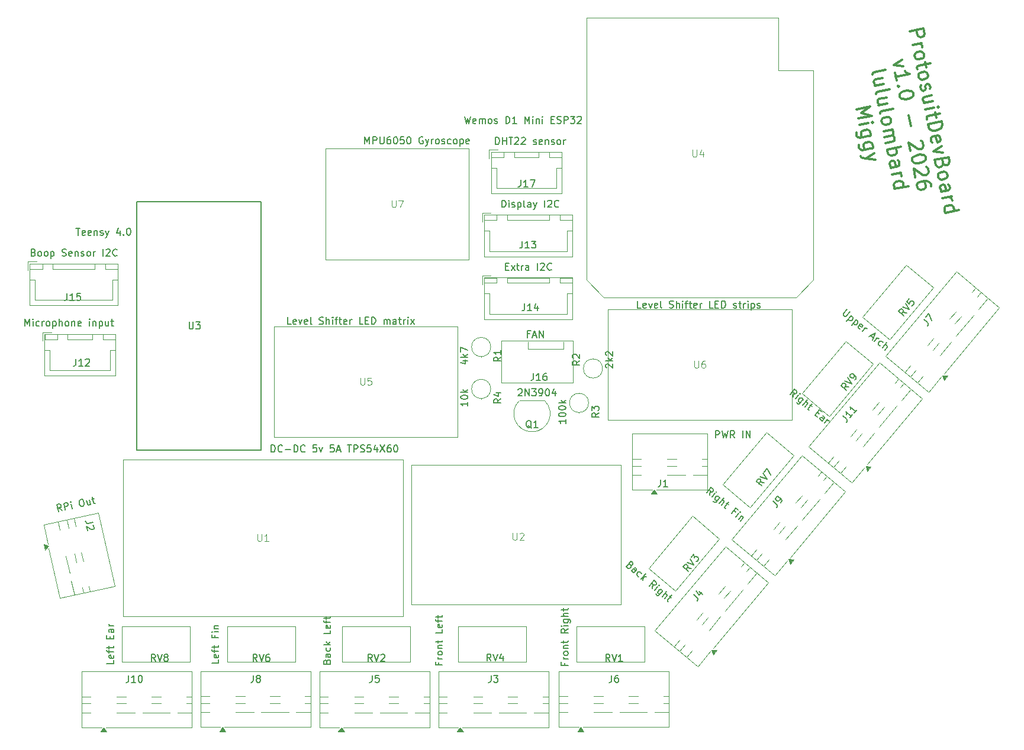
<source format=gbr>
%TF.GenerationSoftware,KiCad,Pcbnew,9.0.7*%
%TF.CreationDate,2026-01-22T08:28:16-05:00*%
%TF.ProjectId,ProtosuitDevBoard,50726f74-6f73-4756-9974-446576426f61,rev?*%
%TF.SameCoordinates,Original*%
%TF.FileFunction,Legend,Top*%
%TF.FilePolarity,Positive*%
%FSLAX46Y46*%
G04 Gerber Fmt 4.6, Leading zero omitted, Abs format (unit mm)*
G04 Created by KiCad (PCBNEW 9.0.7) date 2026-01-22 08:28:16*
%MOMM*%
%LPD*%
G01*
G04 APERTURE LIST*
%ADD10C,0.300000*%
%ADD11C,0.150000*%
%ADD12C,0.100000*%
%ADD13C,0.120000*%
G04 APERTURE END LIST*
D10*
X211322220Y-45257117D02*
X213285475Y-44875499D01*
X213285475Y-44875499D02*
X213430853Y-45623406D01*
X213430853Y-45623406D02*
X213373709Y-45828555D01*
X213373709Y-45828555D02*
X213298393Y-45940215D01*
X213298393Y-45940215D02*
X213129589Y-46070048D01*
X213129589Y-46070048D02*
X212849124Y-46124565D01*
X212849124Y-46124565D02*
X212643975Y-46067421D01*
X212643975Y-46067421D02*
X212532314Y-45992105D01*
X212532314Y-45992105D02*
X212402482Y-45823301D01*
X212402482Y-45823301D02*
X212257103Y-45075394D01*
X211703838Y-47220372D02*
X213012675Y-46965960D01*
X212638721Y-47038649D02*
X212843870Y-47095792D01*
X212843870Y-47095792D02*
X212955531Y-47171108D01*
X212955531Y-47171108D02*
X213085364Y-47339913D01*
X213085364Y-47339913D02*
X213121708Y-47526889D01*
X211994595Y-48716184D02*
X212051739Y-48511035D01*
X212051739Y-48511035D02*
X212127055Y-48399375D01*
X212127055Y-48399375D02*
X212295859Y-48269542D01*
X212295859Y-48269542D02*
X212856789Y-48160508D01*
X212856789Y-48160508D02*
X213061938Y-48217652D01*
X213061938Y-48217652D02*
X213173598Y-48292968D01*
X213173598Y-48292968D02*
X213303431Y-48461772D01*
X213303431Y-48461772D02*
X213357948Y-48742237D01*
X213357948Y-48742237D02*
X213300804Y-48947386D01*
X213300804Y-48947386D02*
X213225488Y-49059047D01*
X213225488Y-49059047D02*
X213056684Y-49188879D01*
X213056684Y-49188879D02*
X212495754Y-49297913D01*
X212495754Y-49297913D02*
X212290605Y-49240769D01*
X212290605Y-49240769D02*
X212178945Y-49165453D01*
X212178945Y-49165453D02*
X212049112Y-48996649D01*
X212049112Y-48996649D02*
X211994595Y-48716184D01*
X213539671Y-49677120D02*
X213685049Y-50425027D01*
X214248606Y-49830379D02*
X212565816Y-50157480D01*
X212565816Y-50157480D02*
X212397012Y-50287313D01*
X212397012Y-50287313D02*
X212339868Y-50492462D01*
X212339868Y-50492462D02*
X212376213Y-50679439D01*
X212557936Y-51614322D02*
X212615079Y-51409173D01*
X212615079Y-51409173D02*
X212690395Y-51297512D01*
X212690395Y-51297512D02*
X212859200Y-51167679D01*
X212859200Y-51167679D02*
X213420130Y-51058646D01*
X213420130Y-51058646D02*
X213625278Y-51115789D01*
X213625278Y-51115789D02*
X213736939Y-51191105D01*
X213736939Y-51191105D02*
X213866772Y-51359910D01*
X213866772Y-51359910D02*
X213921289Y-51640375D01*
X213921289Y-51640375D02*
X213864145Y-51845523D01*
X213864145Y-51845523D02*
X213788829Y-51957184D01*
X213788829Y-51957184D02*
X213620025Y-52087017D01*
X213620025Y-52087017D02*
X213059095Y-52196051D01*
X213059095Y-52196051D02*
X212853946Y-52138907D01*
X212853946Y-52138907D02*
X212742285Y-52063591D01*
X212742285Y-52063591D02*
X212612453Y-51894787D01*
X212612453Y-51894787D02*
X212557936Y-51614322D01*
X212924008Y-52998474D02*
X212866865Y-53203623D01*
X212866865Y-53203623D02*
X212939554Y-53577576D01*
X212939554Y-53577576D02*
X213069387Y-53746381D01*
X213069387Y-53746381D02*
X213274535Y-53803524D01*
X213274535Y-53803524D02*
X213368024Y-53785352D01*
X213368024Y-53785352D02*
X213536828Y-53655519D01*
X213536828Y-53655519D02*
X213593972Y-53450370D01*
X213593972Y-53450370D02*
X213539455Y-53169905D01*
X213539455Y-53169905D02*
X213596599Y-52964756D01*
X213596599Y-52964756D02*
X213765403Y-52834924D01*
X213765403Y-52834924D02*
X213858891Y-52816751D01*
X213858891Y-52816751D02*
X214064040Y-52873895D01*
X214064040Y-52873895D02*
X214193873Y-53042699D01*
X214193873Y-53042699D02*
X214248390Y-53323164D01*
X214248390Y-53323164D02*
X214191246Y-53528313D01*
X214630008Y-55286419D02*
X213321172Y-55540831D01*
X214466457Y-54445024D02*
X213438086Y-54644919D01*
X213438086Y-54644919D02*
X213269282Y-54774752D01*
X213269282Y-54774752D02*
X213212138Y-54979901D01*
X213212138Y-54979901D02*
X213266655Y-55260366D01*
X213266655Y-55260366D02*
X213396488Y-55429170D01*
X213396488Y-55429170D02*
X213508148Y-55504486D01*
X213502895Y-56475714D02*
X214811731Y-56221302D01*
X215466149Y-56094096D02*
X215354488Y-56018780D01*
X215354488Y-56018780D02*
X215279172Y-56130441D01*
X215279172Y-56130441D02*
X215390833Y-56205757D01*
X215390833Y-56205757D02*
X215466149Y-56094096D01*
X215466149Y-56094096D02*
X215279172Y-56130441D01*
X214938937Y-56875720D02*
X215084315Y-57623627D01*
X215647872Y-57028979D02*
X213965082Y-57356080D01*
X213965082Y-57356080D02*
X213796278Y-57485913D01*
X213796278Y-57485913D02*
X213739134Y-57691062D01*
X213739134Y-57691062D02*
X213775479Y-57878039D01*
X213902685Y-58532457D02*
X215865939Y-58150839D01*
X215865939Y-58150839D02*
X215956801Y-58618280D01*
X215956801Y-58618280D02*
X215917829Y-58916917D01*
X215917829Y-58916917D02*
X215767197Y-59140239D01*
X215767197Y-59140239D02*
X215598393Y-59270071D01*
X215598393Y-59270071D02*
X215242612Y-59436249D01*
X215242612Y-59436249D02*
X214962147Y-59490766D01*
X214962147Y-59490766D02*
X214570022Y-59469967D01*
X214570022Y-59469967D02*
X214364873Y-59412823D01*
X214364873Y-59412823D02*
X214141551Y-59262191D01*
X214141551Y-59262191D02*
X213993546Y-58999898D01*
X213993546Y-58999898D02*
X213902685Y-58532457D01*
X214523169Y-61225445D02*
X214393337Y-61056641D01*
X214393337Y-61056641D02*
X214320647Y-60682688D01*
X214320647Y-60682688D02*
X214377791Y-60477539D01*
X214377791Y-60477539D02*
X214546596Y-60347706D01*
X214546596Y-60347706D02*
X215294502Y-60202328D01*
X215294502Y-60202328D02*
X215499651Y-60259471D01*
X215499651Y-60259471D02*
X215629484Y-60428276D01*
X215629484Y-60428276D02*
X215702173Y-60802229D01*
X215702173Y-60802229D02*
X215645029Y-61007378D01*
X215645029Y-61007378D02*
X215476225Y-61137211D01*
X215476225Y-61137211D02*
X215289248Y-61173555D01*
X215289248Y-61173555D02*
X214920549Y-60275017D01*
X215883896Y-61737112D02*
X214665921Y-62458966D01*
X214665921Y-62458966D02*
X216065619Y-62671995D01*
X216057738Y-64128837D02*
X216018767Y-64427474D01*
X216018767Y-64427474D02*
X215943451Y-64539135D01*
X215943451Y-64539135D02*
X215774646Y-64668968D01*
X215774646Y-64668968D02*
X215494181Y-64723485D01*
X215494181Y-64723485D02*
X215289032Y-64666341D01*
X215289032Y-64666341D02*
X215177372Y-64591025D01*
X215177372Y-64591025D02*
X215047539Y-64422221D01*
X215047539Y-64422221D02*
X214902161Y-63674314D01*
X214902161Y-63674314D02*
X216865415Y-63292696D01*
X216865415Y-63292696D02*
X216992621Y-63947114D01*
X216992621Y-63947114D02*
X216935477Y-64152263D01*
X216935477Y-64152263D02*
X216860161Y-64263924D01*
X216860161Y-64263924D02*
X216691357Y-64393757D01*
X216691357Y-64393757D02*
X216504380Y-64430101D01*
X216504380Y-64430101D02*
X216299232Y-64372957D01*
X216299232Y-64372957D02*
X216187571Y-64297641D01*
X216187571Y-64297641D02*
X216057738Y-64128837D01*
X216057738Y-64128837D02*
X215930532Y-63474419D01*
X215338296Y-65918033D02*
X215395439Y-65712885D01*
X215395439Y-65712885D02*
X215470755Y-65601224D01*
X215470755Y-65601224D02*
X215639560Y-65471391D01*
X215639560Y-65471391D02*
X216200489Y-65362357D01*
X216200489Y-65362357D02*
X216405638Y-65419501D01*
X216405638Y-65419501D02*
X216517299Y-65494817D01*
X216517299Y-65494817D02*
X216647132Y-65663621D01*
X216647132Y-65663621D02*
X216701649Y-65944086D01*
X216701649Y-65944086D02*
X216644505Y-66149235D01*
X216644505Y-66149235D02*
X216569189Y-66260896D01*
X216569189Y-66260896D02*
X216400385Y-66390729D01*
X216400385Y-66390729D02*
X215839455Y-66499762D01*
X215839455Y-66499762D02*
X215634306Y-66442619D01*
X215634306Y-66442619D02*
X215522645Y-66367303D01*
X215522645Y-66367303D02*
X215392812Y-66198498D01*
X215392812Y-66198498D02*
X215338296Y-65918033D01*
X215792603Y-68255241D02*
X216820974Y-68055346D01*
X216820974Y-68055346D02*
X216989778Y-67925513D01*
X216989778Y-67925513D02*
X217046922Y-67720364D01*
X217046922Y-67720364D02*
X216974233Y-67346411D01*
X216974233Y-67346411D02*
X216844400Y-67177607D01*
X215886091Y-68237069D02*
X215756258Y-68068265D01*
X215756258Y-68068265D02*
X215665397Y-67600823D01*
X215665397Y-67600823D02*
X215722540Y-67395674D01*
X215722540Y-67395674D02*
X215891345Y-67265841D01*
X215891345Y-67265841D02*
X216078321Y-67229497D01*
X216078321Y-67229497D02*
X216283470Y-67286640D01*
X216283470Y-67286640D02*
X216413303Y-67455445D01*
X216413303Y-67455445D02*
X216504165Y-67922886D01*
X216504165Y-67922886D02*
X216633997Y-68091691D01*
X215974326Y-69190124D02*
X217283162Y-68935712D01*
X216909209Y-69008402D02*
X217114358Y-69065545D01*
X217114358Y-69065545D02*
X217226018Y-69140861D01*
X217226018Y-69140861D02*
X217355851Y-69309666D01*
X217355851Y-69309666D02*
X217392196Y-69496642D01*
X216374116Y-71246867D02*
X218337370Y-70865249D01*
X216467604Y-71228695D02*
X216337771Y-71059890D01*
X216337771Y-71059890D02*
X216265082Y-70685937D01*
X216265082Y-70685937D02*
X216322226Y-70480788D01*
X216322226Y-70480788D02*
X216397542Y-70369128D01*
X216397542Y-70369128D02*
X216566346Y-70239295D01*
X216566346Y-70239295D02*
X217127276Y-70130261D01*
X217127276Y-70130261D02*
X217332425Y-70187405D01*
X217332425Y-70187405D02*
X217444086Y-70262721D01*
X217444086Y-70262721D02*
X217573918Y-70431525D01*
X217573918Y-70431525D02*
X217646608Y-70805478D01*
X217646608Y-70805478D02*
X217589464Y-71010627D01*
X210197218Y-49356621D02*
X208979243Y-50078475D01*
X208979243Y-50078475D02*
X210378941Y-50291504D01*
X209415378Y-52322195D02*
X209197311Y-51200335D01*
X209306344Y-51761265D02*
X211269599Y-51379647D01*
X211269599Y-51379647D02*
X210952789Y-51247187D01*
X210952789Y-51247187D02*
X210729468Y-51096555D01*
X210729468Y-51096555D02*
X210599635Y-50927751D01*
X209765905Y-53127245D02*
X209690589Y-53238905D01*
X209690589Y-53238905D02*
X209578929Y-53163589D01*
X209578929Y-53163589D02*
X209654245Y-53051929D01*
X209654245Y-53051929D02*
X209765905Y-53127245D01*
X209765905Y-53127245D02*
X209578929Y-53163589D01*
X211796595Y-54090808D02*
X211832940Y-54277784D01*
X211832940Y-54277784D02*
X211775796Y-54482933D01*
X211775796Y-54482933D02*
X211700480Y-54594594D01*
X211700480Y-54594594D02*
X211531676Y-54724427D01*
X211531676Y-54724427D02*
X211175895Y-54890604D01*
X211175895Y-54890604D02*
X210708453Y-54981466D01*
X210708453Y-54981466D02*
X210316328Y-54960666D01*
X210316328Y-54960666D02*
X210111179Y-54903523D01*
X210111179Y-54903523D02*
X209999518Y-54828207D01*
X209999518Y-54828207D02*
X209869685Y-54659402D01*
X209869685Y-54659402D02*
X209833341Y-54472426D01*
X209833341Y-54472426D02*
X209890484Y-54267277D01*
X209890484Y-54267277D02*
X209965800Y-54155616D01*
X209965800Y-54155616D02*
X210134605Y-54025783D01*
X210134605Y-54025783D02*
X210490386Y-53859606D01*
X210490386Y-53859606D02*
X210957827Y-53768744D01*
X210957827Y-53768744D02*
X211349953Y-53789544D01*
X211349953Y-53789544D02*
X211555102Y-53846687D01*
X211555102Y-53846687D02*
X211666762Y-53922003D01*
X211666762Y-53922003D02*
X211796595Y-54090808D01*
X211162760Y-57318674D02*
X211453517Y-58814487D01*
X212936195Y-60951799D02*
X213047856Y-61027115D01*
X213047856Y-61027115D02*
X213177689Y-61195919D01*
X213177689Y-61195919D02*
X213268550Y-61663361D01*
X213268550Y-61663361D02*
X213211407Y-61868510D01*
X213211407Y-61868510D02*
X213136091Y-61980170D01*
X213136091Y-61980170D02*
X212967286Y-62110003D01*
X212967286Y-62110003D02*
X212780310Y-62146348D01*
X212780310Y-62146348D02*
X212481672Y-62107376D01*
X212481672Y-62107376D02*
X211141745Y-61203584D01*
X211141745Y-61203584D02*
X211377985Y-62418932D01*
X213577479Y-63252662D02*
X213613824Y-63439639D01*
X213613824Y-63439639D02*
X213556680Y-63644788D01*
X213556680Y-63644788D02*
X213481364Y-63756448D01*
X213481364Y-63756448D02*
X213312560Y-63886281D01*
X213312560Y-63886281D02*
X212956779Y-64052458D01*
X212956779Y-64052458D02*
X212489337Y-64143320D01*
X212489337Y-64143320D02*
X212097212Y-64122521D01*
X212097212Y-64122521D02*
X211892063Y-64065377D01*
X211892063Y-64065377D02*
X211780402Y-63990061D01*
X211780402Y-63990061D02*
X211650569Y-63821257D01*
X211650569Y-63821257D02*
X211614225Y-63634280D01*
X211614225Y-63634280D02*
X211671368Y-63429131D01*
X211671368Y-63429131D02*
X211746685Y-63317471D01*
X211746685Y-63317471D02*
X211915489Y-63187638D01*
X211915489Y-63187638D02*
X212271270Y-63021460D01*
X212271270Y-63021460D02*
X212738711Y-62930599D01*
X212738711Y-62930599D02*
X213130837Y-62951398D01*
X213130837Y-62951398D02*
X213335986Y-63008542D01*
X213335986Y-63008542D02*
X213447646Y-63083858D01*
X213447646Y-63083858D02*
X213577479Y-63252662D01*
X213663087Y-64691331D02*
X213774747Y-64766647D01*
X213774747Y-64766647D02*
X213904580Y-64935452D01*
X213904580Y-64935452D02*
X213995442Y-65402893D01*
X213995442Y-65402893D02*
X213938298Y-65608042D01*
X213938298Y-65608042D02*
X213862982Y-65719703D01*
X213862982Y-65719703D02*
X213694178Y-65849536D01*
X213694178Y-65849536D02*
X213507201Y-65885880D01*
X213507201Y-65885880D02*
X213208564Y-65846909D01*
X213208564Y-65846909D02*
X211868637Y-64943116D01*
X211868637Y-64943116D02*
X212104876Y-66158464D01*
X214395232Y-67459636D02*
X214322543Y-67085683D01*
X214322543Y-67085683D02*
X214192710Y-66916878D01*
X214192710Y-66916878D02*
X214081049Y-66841562D01*
X214081049Y-66841562D02*
X213764240Y-66709103D01*
X213764240Y-66709103D02*
X213372114Y-66688303D01*
X213372114Y-66688303D02*
X212624208Y-66833682D01*
X212624208Y-66833682D02*
X212455404Y-66963515D01*
X212455404Y-66963515D02*
X212380088Y-67075175D01*
X212380088Y-67075175D02*
X212322944Y-67280324D01*
X212322944Y-67280324D02*
X212395633Y-67654277D01*
X212395633Y-67654277D02*
X212525466Y-67823082D01*
X212525466Y-67823082D02*
X212637127Y-67898398D01*
X212637127Y-67898398D02*
X212842275Y-67955541D01*
X212842275Y-67955541D02*
X213309717Y-67864680D01*
X213309717Y-67864680D02*
X213478521Y-67734847D01*
X213478521Y-67734847D02*
X213553837Y-67623186D01*
X213553837Y-67623186D02*
X213610981Y-67418038D01*
X213610981Y-67418038D02*
X213538292Y-67044084D01*
X213538292Y-67044084D02*
X213408459Y-66875280D01*
X213408459Y-66875280D02*
X213296798Y-66799964D01*
X213296798Y-66799964D02*
X213091650Y-66742820D01*
X205963891Y-51440766D02*
X206021035Y-51235617D01*
X206021035Y-51235617D02*
X206189840Y-51105784D01*
X206189840Y-51105784D02*
X207872629Y-50778683D01*
X207581657Y-52775655D02*
X206272820Y-53030067D01*
X207418106Y-51934260D02*
X206389735Y-52134155D01*
X206389735Y-52134155D02*
X206220930Y-52263988D01*
X206220930Y-52263988D02*
X206163787Y-52469137D01*
X206163787Y-52469137D02*
X206218303Y-52749602D01*
X206218303Y-52749602D02*
X206348136Y-52918406D01*
X206348136Y-52918406D02*
X206459797Y-52993722D01*
X206509060Y-54245415D02*
X206566204Y-54040266D01*
X206566204Y-54040266D02*
X206735008Y-53910433D01*
X206735008Y-53910433D02*
X208417798Y-53583332D01*
X208126825Y-55580304D02*
X206817989Y-55834716D01*
X207963275Y-54738909D02*
X206934903Y-54938804D01*
X206934903Y-54938804D02*
X206766099Y-55068637D01*
X206766099Y-55068637D02*
X206708955Y-55273786D01*
X206708955Y-55273786D02*
X206763472Y-55554251D01*
X206763472Y-55554251D02*
X206893305Y-55723055D01*
X206893305Y-55723055D02*
X207004966Y-55798371D01*
X207054229Y-57050064D02*
X207111372Y-56844915D01*
X207111372Y-56844915D02*
X207280177Y-56715082D01*
X207280177Y-56715082D02*
X208962966Y-56387981D01*
X207254124Y-58078435D02*
X207311268Y-57873286D01*
X207311268Y-57873286D02*
X207386584Y-57761626D01*
X207386584Y-57761626D02*
X207555388Y-57631793D01*
X207555388Y-57631793D02*
X208116318Y-57522759D01*
X208116318Y-57522759D02*
X208321467Y-57579903D01*
X208321467Y-57579903D02*
X208433127Y-57655219D01*
X208433127Y-57655219D02*
X208562960Y-57824023D01*
X208562960Y-57824023D02*
X208617477Y-58104488D01*
X208617477Y-58104488D02*
X208560333Y-58309637D01*
X208560333Y-58309637D02*
X208485017Y-58421298D01*
X208485017Y-58421298D02*
X208316213Y-58551131D01*
X208316213Y-58551131D02*
X207755283Y-58660164D01*
X207755283Y-58660164D02*
X207550134Y-58603021D01*
X207550134Y-58603021D02*
X207438474Y-58527705D01*
X207438474Y-58527705D02*
X207308641Y-58358900D01*
X207308641Y-58358900D02*
X207254124Y-58078435D01*
X207544880Y-59574248D02*
X208853717Y-59319836D01*
X208666740Y-59356181D02*
X208778401Y-59431497D01*
X208778401Y-59431497D02*
X208908233Y-59600301D01*
X208908233Y-59600301D02*
X208962750Y-59880766D01*
X208962750Y-59880766D02*
X208905607Y-60085915D01*
X208905607Y-60085915D02*
X208736802Y-60215748D01*
X208736802Y-60215748D02*
X207708431Y-60415643D01*
X208736802Y-60215748D02*
X208941951Y-60272892D01*
X208941951Y-60272892D02*
X209071784Y-60441696D01*
X209071784Y-60441696D02*
X209126301Y-60722161D01*
X209126301Y-60722161D02*
X209069157Y-60927310D01*
X209069157Y-60927310D02*
X208900353Y-61057143D01*
X208900353Y-61057143D02*
X207871982Y-61257038D01*
X208053704Y-62191921D02*
X210016959Y-61810303D01*
X209269052Y-61955681D02*
X209398885Y-62124486D01*
X209398885Y-62124486D02*
X209471574Y-62498439D01*
X209471574Y-62498439D02*
X209414431Y-62703588D01*
X209414431Y-62703588D02*
X209339115Y-62815248D01*
X209339115Y-62815248D02*
X209170310Y-62945081D01*
X209170310Y-62945081D02*
X208609380Y-63054115D01*
X208609380Y-63054115D02*
X208404232Y-62996971D01*
X208404232Y-62996971D02*
X208292571Y-62921655D01*
X208292571Y-62921655D02*
X208162738Y-62752851D01*
X208162738Y-62752851D02*
X208090049Y-62378898D01*
X208090049Y-62378898D02*
X208147193Y-62173749D01*
X208562528Y-64809594D02*
X209590900Y-64609699D01*
X209590900Y-64609699D02*
X209759704Y-64479866D01*
X209759704Y-64479866D02*
X209816848Y-64274717D01*
X209816848Y-64274717D02*
X209744159Y-63900764D01*
X209744159Y-63900764D02*
X209614326Y-63731959D01*
X208656017Y-64791422D02*
X208526184Y-64622617D01*
X208526184Y-64622617D02*
X208435322Y-64155176D01*
X208435322Y-64155176D02*
X208492466Y-63950027D01*
X208492466Y-63950027D02*
X208661271Y-63820194D01*
X208661271Y-63820194D02*
X208848247Y-63783849D01*
X208848247Y-63783849D02*
X209053396Y-63840993D01*
X209053396Y-63840993D02*
X209183229Y-64009797D01*
X209183229Y-64009797D02*
X209274090Y-64477239D01*
X209274090Y-64477239D02*
X209403923Y-64646043D01*
X208744251Y-65744477D02*
X210053088Y-65490065D01*
X209679134Y-65562754D02*
X209884283Y-65619898D01*
X209884283Y-65619898D02*
X209995944Y-65695214D01*
X209995944Y-65695214D02*
X210125777Y-65864018D01*
X210125777Y-65864018D02*
X210162121Y-66050995D01*
X209144042Y-67801219D02*
X211107296Y-67419601D01*
X209237530Y-67783047D02*
X209107697Y-67614243D01*
X209107697Y-67614243D02*
X209035008Y-67240290D01*
X209035008Y-67240290D02*
X209092152Y-67035141D01*
X209092152Y-67035141D02*
X209167468Y-66923480D01*
X209167468Y-66923480D02*
X209336272Y-66793647D01*
X209336272Y-66793647D02*
X209897202Y-66684614D01*
X209897202Y-66684614D02*
X210102351Y-66741757D01*
X210102351Y-66741757D02*
X210214011Y-66817073D01*
X210214011Y-66817073D02*
X210343844Y-66985878D01*
X210343844Y-66985878D02*
X210416533Y-67359831D01*
X210416533Y-67359831D02*
X210359390Y-67564980D01*
X203657259Y-56449100D02*
X205620513Y-56067482D01*
X205620513Y-56067482D02*
X204345395Y-56994484D01*
X204345395Y-56994484D02*
X205874925Y-57376318D01*
X205874925Y-57376318D02*
X203911671Y-57757936D01*
X204093394Y-58692819D02*
X205402230Y-58438407D01*
X206056648Y-58311201D02*
X205944987Y-58235885D01*
X205944987Y-58235885D02*
X205869671Y-58347546D01*
X205869671Y-58347546D02*
X205981332Y-58422862D01*
X205981332Y-58422862D02*
X206056648Y-58311201D01*
X206056648Y-58311201D02*
X205869671Y-58347546D01*
X205747503Y-60214685D02*
X204158202Y-60523614D01*
X204158202Y-60523614D02*
X203953053Y-60466470D01*
X203953053Y-60466470D02*
X203841393Y-60391154D01*
X203841393Y-60391154D02*
X203711560Y-60222350D01*
X203711560Y-60222350D02*
X203657043Y-59941885D01*
X203657043Y-59941885D02*
X203714187Y-59736736D01*
X204532155Y-60450925D02*
X204402323Y-60282120D01*
X204402323Y-60282120D02*
X204329633Y-59908167D01*
X204329633Y-59908167D02*
X204386777Y-59703018D01*
X204386777Y-59703018D02*
X204462093Y-59591357D01*
X204462093Y-59591357D02*
X204630898Y-59461525D01*
X204630898Y-59461525D02*
X205191827Y-59352491D01*
X205191827Y-59352491D02*
X205396976Y-59409635D01*
X205396976Y-59409635D02*
X205508637Y-59484951D01*
X205508637Y-59484951D02*
X205638470Y-59653755D01*
X205638470Y-59653755D02*
X205711159Y-60027708D01*
X205711159Y-60027708D02*
X205654015Y-60232857D01*
X206092777Y-61990963D02*
X204503476Y-62299892D01*
X204503476Y-62299892D02*
X204298327Y-62242748D01*
X204298327Y-62242748D02*
X204186666Y-62167432D01*
X204186666Y-62167432D02*
X204056833Y-61998628D01*
X204056833Y-61998628D02*
X204002316Y-61718163D01*
X204002316Y-61718163D02*
X204059460Y-61513014D01*
X204877429Y-62227202D02*
X204747596Y-62058398D01*
X204747596Y-62058398D02*
X204674907Y-61684445D01*
X204674907Y-61684445D02*
X204732051Y-61479296D01*
X204732051Y-61479296D02*
X204807367Y-61367635D01*
X204807367Y-61367635D02*
X204976171Y-61237803D01*
X204976171Y-61237803D02*
X205537101Y-61128769D01*
X205537101Y-61128769D02*
X205742250Y-61185913D01*
X205742250Y-61185913D02*
X205853910Y-61261229D01*
X205853910Y-61261229D02*
X205983743Y-61430033D01*
X205983743Y-61430033D02*
X206056432Y-61803986D01*
X206056432Y-61803986D02*
X205999289Y-62009135D01*
X206238155Y-62738869D02*
X205020180Y-63460723D01*
X206419878Y-63673752D02*
X205020180Y-63460723D01*
X205020180Y-63460723D02*
X204516394Y-63364608D01*
X204516394Y-63364608D02*
X204404734Y-63289292D01*
X204404734Y-63289292D02*
X204274901Y-63120487D01*
D11*
X157473715Y-94233421D02*
X157473715Y-94947706D01*
X157473715Y-94947706D02*
X157426096Y-95090563D01*
X157426096Y-95090563D02*
X157330858Y-95185802D01*
X157330858Y-95185802D02*
X157188001Y-95233421D01*
X157188001Y-95233421D02*
X157092763Y-95233421D01*
X158473715Y-95233421D02*
X157902287Y-95233421D01*
X158188001Y-95233421D02*
X158188001Y-94233421D01*
X158188001Y-94233421D02*
X158092763Y-94376278D01*
X158092763Y-94376278D02*
X157997525Y-94471516D01*
X157997525Y-94471516D02*
X157902287Y-94519135D01*
X159330858Y-94233421D02*
X159140382Y-94233421D01*
X159140382Y-94233421D02*
X159045144Y-94281040D01*
X159045144Y-94281040D02*
X158997525Y-94328659D01*
X158997525Y-94328659D02*
X158902287Y-94471516D01*
X158902287Y-94471516D02*
X158854668Y-94661992D01*
X158854668Y-94661992D02*
X158854668Y-95042944D01*
X158854668Y-95042944D02*
X158902287Y-95138182D01*
X158902287Y-95138182D02*
X158949906Y-95185802D01*
X158949906Y-95185802D02*
X159045144Y-95233421D01*
X159045144Y-95233421D02*
X159235620Y-95233421D01*
X159235620Y-95233421D02*
X159330858Y-95185802D01*
X159330858Y-95185802D02*
X159378477Y-95138182D01*
X159378477Y-95138182D02*
X159426096Y-95042944D01*
X159426096Y-95042944D02*
X159426096Y-94804849D01*
X159426096Y-94804849D02*
X159378477Y-94709611D01*
X159378477Y-94709611D02*
X159330858Y-94661992D01*
X159330858Y-94661992D02*
X159235620Y-94614373D01*
X159235620Y-94614373D02*
X159045144Y-94614373D01*
X159045144Y-94614373D02*
X158949906Y-94661992D01*
X158949906Y-94661992D02*
X158902287Y-94709611D01*
X158902287Y-94709611D02*
X158854668Y-94804849D01*
X156940476Y-88581009D02*
X156607143Y-88581009D01*
X156607143Y-89104819D02*
X156607143Y-88104819D01*
X156607143Y-88104819D02*
X157083333Y-88104819D01*
X157416667Y-88819104D02*
X157892857Y-88819104D01*
X157321429Y-89104819D02*
X157654762Y-88104819D01*
X157654762Y-88104819D02*
X157988095Y-89104819D01*
X158321429Y-89104819D02*
X158321429Y-88104819D01*
X158321429Y-88104819D02*
X158892857Y-89104819D01*
X158892857Y-89104819D02*
X158892857Y-88104819D01*
X175666666Y-109454819D02*
X175666666Y-110169104D01*
X175666666Y-110169104D02*
X175619047Y-110311961D01*
X175619047Y-110311961D02*
X175523809Y-110407200D01*
X175523809Y-110407200D02*
X175380952Y-110454819D01*
X175380952Y-110454819D02*
X175285714Y-110454819D01*
X176666666Y-110454819D02*
X176095238Y-110454819D01*
X176380952Y-110454819D02*
X176380952Y-109454819D01*
X176380952Y-109454819D02*
X176285714Y-109597676D01*
X176285714Y-109597676D02*
X176190476Y-109692914D01*
X176190476Y-109692914D02*
X176095238Y-109740533D01*
X183523810Y-103454819D02*
X183523810Y-102454819D01*
X183523810Y-102454819D02*
X183904762Y-102454819D01*
X183904762Y-102454819D02*
X184000000Y-102502438D01*
X184000000Y-102502438D02*
X184047619Y-102550057D01*
X184047619Y-102550057D02*
X184095238Y-102645295D01*
X184095238Y-102645295D02*
X184095238Y-102788152D01*
X184095238Y-102788152D02*
X184047619Y-102883390D01*
X184047619Y-102883390D02*
X184000000Y-102931009D01*
X184000000Y-102931009D02*
X183904762Y-102978628D01*
X183904762Y-102978628D02*
X183523810Y-102978628D01*
X184428572Y-102454819D02*
X184666667Y-103454819D01*
X184666667Y-103454819D02*
X184857143Y-102740533D01*
X184857143Y-102740533D02*
X185047619Y-103454819D01*
X185047619Y-103454819D02*
X185285715Y-102454819D01*
X186238095Y-103454819D02*
X185904762Y-102978628D01*
X185666667Y-103454819D02*
X185666667Y-102454819D01*
X185666667Y-102454819D02*
X186047619Y-102454819D01*
X186047619Y-102454819D02*
X186142857Y-102502438D01*
X186142857Y-102502438D02*
X186190476Y-102550057D01*
X186190476Y-102550057D02*
X186238095Y-102645295D01*
X186238095Y-102645295D02*
X186238095Y-102788152D01*
X186238095Y-102788152D02*
X186190476Y-102883390D01*
X186190476Y-102883390D02*
X186142857Y-102931009D01*
X186142857Y-102931009D02*
X186047619Y-102978628D01*
X186047619Y-102978628D02*
X185666667Y-102978628D01*
X187428572Y-103454819D02*
X187428572Y-102454819D01*
X187904762Y-103454819D02*
X187904762Y-102454819D01*
X187904762Y-102454819D02*
X188476190Y-103454819D01*
X188476190Y-103454819D02*
X188476190Y-102454819D01*
X90771001Y-82785020D02*
X90771001Y-83499305D01*
X90771001Y-83499305D02*
X90723382Y-83642162D01*
X90723382Y-83642162D02*
X90628144Y-83737401D01*
X90628144Y-83737401D02*
X90485287Y-83785020D01*
X90485287Y-83785020D02*
X90390049Y-83785020D01*
X91771001Y-83785020D02*
X91199573Y-83785020D01*
X91485287Y-83785020D02*
X91485287Y-82785020D01*
X91485287Y-82785020D02*
X91390049Y-82927877D01*
X91390049Y-82927877D02*
X91294811Y-83023115D01*
X91294811Y-83023115D02*
X91199573Y-83070734D01*
X92675763Y-82785020D02*
X92199573Y-82785020D01*
X92199573Y-82785020D02*
X92151954Y-83261210D01*
X92151954Y-83261210D02*
X92199573Y-83213591D01*
X92199573Y-83213591D02*
X92294811Y-83165972D01*
X92294811Y-83165972D02*
X92532906Y-83165972D01*
X92532906Y-83165972D02*
X92628144Y-83213591D01*
X92628144Y-83213591D02*
X92675763Y-83261210D01*
X92675763Y-83261210D02*
X92723382Y-83356448D01*
X92723382Y-83356448D02*
X92723382Y-83594543D01*
X92723382Y-83594543D02*
X92675763Y-83689781D01*
X92675763Y-83689781D02*
X92628144Y-83737401D01*
X92628144Y-83737401D02*
X92532906Y-83785020D01*
X92532906Y-83785020D02*
X92294811Y-83785020D01*
X92294811Y-83785020D02*
X92199573Y-83737401D01*
X92199573Y-83737401D02*
X92151954Y-83689781D01*
X85964285Y-76931009D02*
X86107142Y-76978628D01*
X86107142Y-76978628D02*
X86154761Y-77026247D01*
X86154761Y-77026247D02*
X86202380Y-77121485D01*
X86202380Y-77121485D02*
X86202380Y-77264342D01*
X86202380Y-77264342D02*
X86154761Y-77359580D01*
X86154761Y-77359580D02*
X86107142Y-77407200D01*
X86107142Y-77407200D02*
X86011904Y-77454819D01*
X86011904Y-77454819D02*
X85630952Y-77454819D01*
X85630952Y-77454819D02*
X85630952Y-76454819D01*
X85630952Y-76454819D02*
X85964285Y-76454819D01*
X85964285Y-76454819D02*
X86059523Y-76502438D01*
X86059523Y-76502438D02*
X86107142Y-76550057D01*
X86107142Y-76550057D02*
X86154761Y-76645295D01*
X86154761Y-76645295D02*
X86154761Y-76740533D01*
X86154761Y-76740533D02*
X86107142Y-76835771D01*
X86107142Y-76835771D02*
X86059523Y-76883390D01*
X86059523Y-76883390D02*
X85964285Y-76931009D01*
X85964285Y-76931009D02*
X85630952Y-76931009D01*
X86773809Y-77454819D02*
X86678571Y-77407200D01*
X86678571Y-77407200D02*
X86630952Y-77359580D01*
X86630952Y-77359580D02*
X86583333Y-77264342D01*
X86583333Y-77264342D02*
X86583333Y-76978628D01*
X86583333Y-76978628D02*
X86630952Y-76883390D01*
X86630952Y-76883390D02*
X86678571Y-76835771D01*
X86678571Y-76835771D02*
X86773809Y-76788152D01*
X86773809Y-76788152D02*
X86916666Y-76788152D01*
X86916666Y-76788152D02*
X87011904Y-76835771D01*
X87011904Y-76835771D02*
X87059523Y-76883390D01*
X87059523Y-76883390D02*
X87107142Y-76978628D01*
X87107142Y-76978628D02*
X87107142Y-77264342D01*
X87107142Y-77264342D02*
X87059523Y-77359580D01*
X87059523Y-77359580D02*
X87011904Y-77407200D01*
X87011904Y-77407200D02*
X86916666Y-77454819D01*
X86916666Y-77454819D02*
X86773809Y-77454819D01*
X87678571Y-77454819D02*
X87583333Y-77407200D01*
X87583333Y-77407200D02*
X87535714Y-77359580D01*
X87535714Y-77359580D02*
X87488095Y-77264342D01*
X87488095Y-77264342D02*
X87488095Y-76978628D01*
X87488095Y-76978628D02*
X87535714Y-76883390D01*
X87535714Y-76883390D02*
X87583333Y-76835771D01*
X87583333Y-76835771D02*
X87678571Y-76788152D01*
X87678571Y-76788152D02*
X87821428Y-76788152D01*
X87821428Y-76788152D02*
X87916666Y-76835771D01*
X87916666Y-76835771D02*
X87964285Y-76883390D01*
X87964285Y-76883390D02*
X88011904Y-76978628D01*
X88011904Y-76978628D02*
X88011904Y-77264342D01*
X88011904Y-77264342D02*
X87964285Y-77359580D01*
X87964285Y-77359580D02*
X87916666Y-77407200D01*
X87916666Y-77407200D02*
X87821428Y-77454819D01*
X87821428Y-77454819D02*
X87678571Y-77454819D01*
X88440476Y-76788152D02*
X88440476Y-77788152D01*
X88440476Y-76835771D02*
X88535714Y-76788152D01*
X88535714Y-76788152D02*
X88726190Y-76788152D01*
X88726190Y-76788152D02*
X88821428Y-76835771D01*
X88821428Y-76835771D02*
X88869047Y-76883390D01*
X88869047Y-76883390D02*
X88916666Y-76978628D01*
X88916666Y-76978628D02*
X88916666Y-77264342D01*
X88916666Y-77264342D02*
X88869047Y-77359580D01*
X88869047Y-77359580D02*
X88821428Y-77407200D01*
X88821428Y-77407200D02*
X88726190Y-77454819D01*
X88726190Y-77454819D02*
X88535714Y-77454819D01*
X88535714Y-77454819D02*
X88440476Y-77407200D01*
X90059524Y-77407200D02*
X90202381Y-77454819D01*
X90202381Y-77454819D02*
X90440476Y-77454819D01*
X90440476Y-77454819D02*
X90535714Y-77407200D01*
X90535714Y-77407200D02*
X90583333Y-77359580D01*
X90583333Y-77359580D02*
X90630952Y-77264342D01*
X90630952Y-77264342D02*
X90630952Y-77169104D01*
X90630952Y-77169104D02*
X90583333Y-77073866D01*
X90583333Y-77073866D02*
X90535714Y-77026247D01*
X90535714Y-77026247D02*
X90440476Y-76978628D01*
X90440476Y-76978628D02*
X90250000Y-76931009D01*
X90250000Y-76931009D02*
X90154762Y-76883390D01*
X90154762Y-76883390D02*
X90107143Y-76835771D01*
X90107143Y-76835771D02*
X90059524Y-76740533D01*
X90059524Y-76740533D02*
X90059524Y-76645295D01*
X90059524Y-76645295D02*
X90107143Y-76550057D01*
X90107143Y-76550057D02*
X90154762Y-76502438D01*
X90154762Y-76502438D02*
X90250000Y-76454819D01*
X90250000Y-76454819D02*
X90488095Y-76454819D01*
X90488095Y-76454819D02*
X90630952Y-76502438D01*
X91440476Y-77407200D02*
X91345238Y-77454819D01*
X91345238Y-77454819D02*
X91154762Y-77454819D01*
X91154762Y-77454819D02*
X91059524Y-77407200D01*
X91059524Y-77407200D02*
X91011905Y-77311961D01*
X91011905Y-77311961D02*
X91011905Y-76931009D01*
X91011905Y-76931009D02*
X91059524Y-76835771D01*
X91059524Y-76835771D02*
X91154762Y-76788152D01*
X91154762Y-76788152D02*
X91345238Y-76788152D01*
X91345238Y-76788152D02*
X91440476Y-76835771D01*
X91440476Y-76835771D02*
X91488095Y-76931009D01*
X91488095Y-76931009D02*
X91488095Y-77026247D01*
X91488095Y-77026247D02*
X91011905Y-77121485D01*
X91916667Y-76788152D02*
X91916667Y-77454819D01*
X91916667Y-76883390D02*
X91964286Y-76835771D01*
X91964286Y-76835771D02*
X92059524Y-76788152D01*
X92059524Y-76788152D02*
X92202381Y-76788152D01*
X92202381Y-76788152D02*
X92297619Y-76835771D01*
X92297619Y-76835771D02*
X92345238Y-76931009D01*
X92345238Y-76931009D02*
X92345238Y-77454819D01*
X92773810Y-77407200D02*
X92869048Y-77454819D01*
X92869048Y-77454819D02*
X93059524Y-77454819D01*
X93059524Y-77454819D02*
X93154762Y-77407200D01*
X93154762Y-77407200D02*
X93202381Y-77311961D01*
X93202381Y-77311961D02*
X93202381Y-77264342D01*
X93202381Y-77264342D02*
X93154762Y-77169104D01*
X93154762Y-77169104D02*
X93059524Y-77121485D01*
X93059524Y-77121485D02*
X92916667Y-77121485D01*
X92916667Y-77121485D02*
X92821429Y-77073866D01*
X92821429Y-77073866D02*
X92773810Y-76978628D01*
X92773810Y-76978628D02*
X92773810Y-76931009D01*
X92773810Y-76931009D02*
X92821429Y-76835771D01*
X92821429Y-76835771D02*
X92916667Y-76788152D01*
X92916667Y-76788152D02*
X93059524Y-76788152D01*
X93059524Y-76788152D02*
X93154762Y-76835771D01*
X93773810Y-77454819D02*
X93678572Y-77407200D01*
X93678572Y-77407200D02*
X93630953Y-77359580D01*
X93630953Y-77359580D02*
X93583334Y-77264342D01*
X93583334Y-77264342D02*
X93583334Y-76978628D01*
X93583334Y-76978628D02*
X93630953Y-76883390D01*
X93630953Y-76883390D02*
X93678572Y-76835771D01*
X93678572Y-76835771D02*
X93773810Y-76788152D01*
X93773810Y-76788152D02*
X93916667Y-76788152D01*
X93916667Y-76788152D02*
X94011905Y-76835771D01*
X94011905Y-76835771D02*
X94059524Y-76883390D01*
X94059524Y-76883390D02*
X94107143Y-76978628D01*
X94107143Y-76978628D02*
X94107143Y-77264342D01*
X94107143Y-77264342D02*
X94059524Y-77359580D01*
X94059524Y-77359580D02*
X94011905Y-77407200D01*
X94011905Y-77407200D02*
X93916667Y-77454819D01*
X93916667Y-77454819D02*
X93773810Y-77454819D01*
X94535715Y-77454819D02*
X94535715Y-76788152D01*
X94535715Y-76978628D02*
X94583334Y-76883390D01*
X94583334Y-76883390D02*
X94630953Y-76835771D01*
X94630953Y-76835771D02*
X94726191Y-76788152D01*
X94726191Y-76788152D02*
X94821429Y-76788152D01*
X95916668Y-77454819D02*
X95916668Y-76454819D01*
X96345239Y-76550057D02*
X96392858Y-76502438D01*
X96392858Y-76502438D02*
X96488096Y-76454819D01*
X96488096Y-76454819D02*
X96726191Y-76454819D01*
X96726191Y-76454819D02*
X96821429Y-76502438D01*
X96821429Y-76502438D02*
X96869048Y-76550057D01*
X96869048Y-76550057D02*
X96916667Y-76645295D01*
X96916667Y-76645295D02*
X96916667Y-76740533D01*
X96916667Y-76740533D02*
X96869048Y-76883390D01*
X96869048Y-76883390D02*
X96297620Y-77454819D01*
X96297620Y-77454819D02*
X96916667Y-77454819D01*
X97916667Y-77359580D02*
X97869048Y-77407200D01*
X97869048Y-77407200D02*
X97726191Y-77454819D01*
X97726191Y-77454819D02*
X97630953Y-77454819D01*
X97630953Y-77454819D02*
X97488096Y-77407200D01*
X97488096Y-77407200D02*
X97392858Y-77311961D01*
X97392858Y-77311961D02*
X97345239Y-77216723D01*
X97345239Y-77216723D02*
X97297620Y-77026247D01*
X97297620Y-77026247D02*
X97297620Y-76883390D01*
X97297620Y-76883390D02*
X97345239Y-76692914D01*
X97345239Y-76692914D02*
X97392858Y-76597676D01*
X97392858Y-76597676D02*
X97488096Y-76502438D01*
X97488096Y-76502438D02*
X97630953Y-76454819D01*
X97630953Y-76454819D02*
X97726191Y-76454819D01*
X97726191Y-76454819D02*
X97869048Y-76502438D01*
X97869048Y-76502438D02*
X97916667Y-76550057D01*
X213311179Y-86483674D02*
X213858354Y-86942808D01*
X213858354Y-86942808D02*
X213937180Y-87071113D01*
X213937180Y-87071113D02*
X213948918Y-87205288D01*
X213948918Y-87205288D02*
X213893570Y-87345332D01*
X213893570Y-87345332D02*
X213832352Y-87418288D01*
X213556051Y-86191848D02*
X213984576Y-85681151D01*
X213984576Y-85681151D02*
X214475140Y-86652244D01*
X202340974Y-85057129D02*
X201820623Y-85677261D01*
X201820623Y-85677261D02*
X201795883Y-85780826D01*
X201795883Y-85780826D02*
X201801752Y-85847913D01*
X201801752Y-85847913D02*
X201844100Y-85945610D01*
X201844100Y-85945610D02*
X201990013Y-86068045D01*
X201990013Y-86068045D02*
X202093579Y-86092785D01*
X202093579Y-86092785D02*
X202160666Y-86086916D01*
X202160666Y-86086916D02*
X202258362Y-86044568D01*
X202258362Y-86044568D02*
X202778714Y-85424437D01*
X202929235Y-85985874D02*
X202286447Y-86751919D01*
X202898626Y-86022352D02*
X203002191Y-86047092D01*
X203002191Y-86047092D02*
X203148105Y-86169528D01*
X203148105Y-86169528D02*
X203190452Y-86267224D01*
X203190452Y-86267224D02*
X203196322Y-86334311D01*
X203196322Y-86334311D02*
X203171582Y-86437877D01*
X203171582Y-86437877D02*
X202987928Y-86656746D01*
X202987928Y-86656746D02*
X202890232Y-86699094D01*
X202890232Y-86699094D02*
X202823145Y-86704964D01*
X202823145Y-86704964D02*
X202719579Y-86680224D01*
X202719579Y-86680224D02*
X202573666Y-86557788D01*
X202573666Y-86557788D02*
X202531319Y-86460092D01*
X203622323Y-86567444D02*
X202979535Y-87333488D01*
X203591714Y-86603922D02*
X203695279Y-86628662D01*
X203695279Y-86628662D02*
X203841192Y-86751097D01*
X203841192Y-86751097D02*
X203883540Y-86848794D01*
X203883540Y-86848794D02*
X203889409Y-86915881D01*
X203889409Y-86915881D02*
X203864670Y-87019446D01*
X203864670Y-87019446D02*
X203681016Y-87238316D01*
X203681016Y-87238316D02*
X203583320Y-87280664D01*
X203583320Y-87280664D02*
X203516233Y-87286533D01*
X203516233Y-87286533D02*
X203412667Y-87261794D01*
X203412667Y-87261794D02*
X203266754Y-87139358D01*
X203266754Y-87139358D02*
X203224406Y-87041662D01*
X204209321Y-87868103D02*
X204105755Y-87843364D01*
X204105755Y-87843364D02*
X203959842Y-87720928D01*
X203959842Y-87720928D02*
X203917494Y-87623232D01*
X203917494Y-87623232D02*
X203942234Y-87519666D01*
X203942234Y-87519666D02*
X204187105Y-87227840D01*
X204187105Y-87227840D02*
X204284802Y-87185492D01*
X204284802Y-87185492D02*
X204388367Y-87210232D01*
X204388367Y-87210232D02*
X204534280Y-87332667D01*
X204534280Y-87332667D02*
X204576628Y-87430363D01*
X204576628Y-87430363D02*
X204551888Y-87533929D01*
X204551888Y-87533929D02*
X204490671Y-87606886D01*
X204490671Y-87606886D02*
X204064670Y-87373753D01*
X204543495Y-88210671D02*
X204972020Y-87699975D01*
X204849584Y-87845888D02*
X204947281Y-87803540D01*
X204947281Y-87803540D02*
X205014368Y-87797671D01*
X205014368Y-87797671D02*
X205117933Y-87822410D01*
X205117933Y-87822410D02*
X205190890Y-87883628D01*
X205748542Y-88848852D02*
X206113325Y-89154941D01*
X205491931Y-89006504D02*
X206390067Y-88454722D01*
X206390067Y-88454722D02*
X206002628Y-89435029D01*
X206257976Y-89649291D02*
X206686501Y-89138595D01*
X206564065Y-89284508D02*
X206661762Y-89242161D01*
X206661762Y-89242161D02*
X206728849Y-89236291D01*
X206728849Y-89236291D02*
X206832414Y-89261031D01*
X206832414Y-89261031D02*
X206905371Y-89322249D01*
X207091108Y-90286210D02*
X206987542Y-90261470D01*
X206987542Y-90261470D02*
X206841629Y-90139034D01*
X206841629Y-90139034D02*
X206799282Y-90041338D01*
X206799282Y-90041338D02*
X206793412Y-89974251D01*
X206793412Y-89974251D02*
X206818152Y-89870685D01*
X206818152Y-89870685D02*
X207001805Y-89651816D01*
X207001805Y-89651816D02*
X207099502Y-89609468D01*
X207099502Y-89609468D02*
X207166589Y-89603599D01*
X207166589Y-89603599D02*
X207270154Y-89628338D01*
X207270154Y-89628338D02*
X207416068Y-89750774D01*
X207416068Y-89750774D02*
X207458415Y-89848470D01*
X207388804Y-90598169D02*
X208031592Y-89832124D01*
X207717109Y-90873649D02*
X208053807Y-90472388D01*
X208053807Y-90472388D02*
X208078547Y-90368822D01*
X208078547Y-90368822D02*
X208036199Y-90271126D01*
X208036199Y-90271126D02*
X207926764Y-90179299D01*
X207926764Y-90179299D02*
X207823198Y-90154559D01*
X207823198Y-90154559D02*
X207756111Y-90160429D01*
X103404761Y-135454819D02*
X103071428Y-134978628D01*
X102833333Y-135454819D02*
X102833333Y-134454819D01*
X102833333Y-134454819D02*
X103214285Y-134454819D01*
X103214285Y-134454819D02*
X103309523Y-134502438D01*
X103309523Y-134502438D02*
X103357142Y-134550057D01*
X103357142Y-134550057D02*
X103404761Y-134645295D01*
X103404761Y-134645295D02*
X103404761Y-134788152D01*
X103404761Y-134788152D02*
X103357142Y-134883390D01*
X103357142Y-134883390D02*
X103309523Y-134931009D01*
X103309523Y-134931009D02*
X103214285Y-134978628D01*
X103214285Y-134978628D02*
X102833333Y-134978628D01*
X103690476Y-134454819D02*
X104023809Y-135454819D01*
X104023809Y-135454819D02*
X104357142Y-134454819D01*
X104833333Y-134883390D02*
X104738095Y-134835771D01*
X104738095Y-134835771D02*
X104690476Y-134788152D01*
X104690476Y-134788152D02*
X104642857Y-134692914D01*
X104642857Y-134692914D02*
X104642857Y-134645295D01*
X104642857Y-134645295D02*
X104690476Y-134550057D01*
X104690476Y-134550057D02*
X104738095Y-134502438D01*
X104738095Y-134502438D02*
X104833333Y-134454819D01*
X104833333Y-134454819D02*
X105023809Y-134454819D01*
X105023809Y-134454819D02*
X105119047Y-134502438D01*
X105119047Y-134502438D02*
X105166666Y-134550057D01*
X105166666Y-134550057D02*
X105214285Y-134645295D01*
X105214285Y-134645295D02*
X105214285Y-134692914D01*
X105214285Y-134692914D02*
X105166666Y-134788152D01*
X105166666Y-134788152D02*
X105119047Y-134835771D01*
X105119047Y-134835771D02*
X105023809Y-134883390D01*
X105023809Y-134883390D02*
X104833333Y-134883390D01*
X104833333Y-134883390D02*
X104738095Y-134931009D01*
X104738095Y-134931009D02*
X104690476Y-134978628D01*
X104690476Y-134978628D02*
X104642857Y-135073866D01*
X104642857Y-135073866D02*
X104642857Y-135264342D01*
X104642857Y-135264342D02*
X104690476Y-135359580D01*
X104690476Y-135359580D02*
X104738095Y-135407200D01*
X104738095Y-135407200D02*
X104833333Y-135454819D01*
X104833333Y-135454819D02*
X105023809Y-135454819D01*
X105023809Y-135454819D02*
X105119047Y-135407200D01*
X105119047Y-135407200D02*
X105166666Y-135359580D01*
X105166666Y-135359580D02*
X105214285Y-135264342D01*
X105214285Y-135264342D02*
X105214285Y-135073866D01*
X105214285Y-135073866D02*
X105166666Y-134978628D01*
X105166666Y-134978628D02*
X105119047Y-134931009D01*
X105119047Y-134931009D02*
X105023809Y-134883390D01*
X166824819Y-99896666D02*
X166348628Y-100229999D01*
X166824819Y-100468094D02*
X165824819Y-100468094D01*
X165824819Y-100468094D02*
X165824819Y-100087142D01*
X165824819Y-100087142D02*
X165872438Y-99991904D01*
X165872438Y-99991904D02*
X165920057Y-99944285D01*
X165920057Y-99944285D02*
X166015295Y-99896666D01*
X166015295Y-99896666D02*
X166158152Y-99896666D01*
X166158152Y-99896666D02*
X166253390Y-99944285D01*
X166253390Y-99944285D02*
X166301009Y-99991904D01*
X166301009Y-99991904D02*
X166348628Y-100087142D01*
X166348628Y-100087142D02*
X166348628Y-100468094D01*
X165824819Y-99563332D02*
X165824819Y-98944285D01*
X165824819Y-98944285D02*
X166205771Y-99277618D01*
X166205771Y-99277618D02*
X166205771Y-99134761D01*
X166205771Y-99134761D02*
X166253390Y-99039523D01*
X166253390Y-99039523D02*
X166301009Y-98991904D01*
X166301009Y-98991904D02*
X166396247Y-98944285D01*
X166396247Y-98944285D02*
X166634342Y-98944285D01*
X166634342Y-98944285D02*
X166729580Y-98991904D01*
X166729580Y-98991904D02*
X166777200Y-99039523D01*
X166777200Y-99039523D02*
X166824819Y-99134761D01*
X166824819Y-99134761D02*
X166824819Y-99420475D01*
X166824819Y-99420475D02*
X166777200Y-99515713D01*
X166777200Y-99515713D02*
X166729580Y-99563332D01*
X162084819Y-100801428D02*
X162084819Y-101372856D01*
X162084819Y-101087142D02*
X161084819Y-101087142D01*
X161084819Y-101087142D02*
X161227676Y-101182380D01*
X161227676Y-101182380D02*
X161322914Y-101277618D01*
X161322914Y-101277618D02*
X161370533Y-101372856D01*
X161084819Y-100182380D02*
X161084819Y-100087142D01*
X161084819Y-100087142D02*
X161132438Y-99991904D01*
X161132438Y-99991904D02*
X161180057Y-99944285D01*
X161180057Y-99944285D02*
X161275295Y-99896666D01*
X161275295Y-99896666D02*
X161465771Y-99849047D01*
X161465771Y-99849047D02*
X161703866Y-99849047D01*
X161703866Y-99849047D02*
X161894342Y-99896666D01*
X161894342Y-99896666D02*
X161989580Y-99944285D01*
X161989580Y-99944285D02*
X162037200Y-99991904D01*
X162037200Y-99991904D02*
X162084819Y-100087142D01*
X162084819Y-100087142D02*
X162084819Y-100182380D01*
X162084819Y-100182380D02*
X162037200Y-100277618D01*
X162037200Y-100277618D02*
X161989580Y-100325237D01*
X161989580Y-100325237D02*
X161894342Y-100372856D01*
X161894342Y-100372856D02*
X161703866Y-100420475D01*
X161703866Y-100420475D02*
X161465771Y-100420475D01*
X161465771Y-100420475D02*
X161275295Y-100372856D01*
X161275295Y-100372856D02*
X161180057Y-100325237D01*
X161180057Y-100325237D02*
X161132438Y-100277618D01*
X161132438Y-100277618D02*
X161084819Y-100182380D01*
X161084819Y-99229999D02*
X161084819Y-99134761D01*
X161084819Y-99134761D02*
X161132438Y-99039523D01*
X161132438Y-99039523D02*
X161180057Y-98991904D01*
X161180057Y-98991904D02*
X161275295Y-98944285D01*
X161275295Y-98944285D02*
X161465771Y-98896666D01*
X161465771Y-98896666D02*
X161703866Y-98896666D01*
X161703866Y-98896666D02*
X161894342Y-98944285D01*
X161894342Y-98944285D02*
X161989580Y-98991904D01*
X161989580Y-98991904D02*
X162037200Y-99039523D01*
X162037200Y-99039523D02*
X162084819Y-99134761D01*
X162084819Y-99134761D02*
X162084819Y-99229999D01*
X162084819Y-99229999D02*
X162037200Y-99325237D01*
X162037200Y-99325237D02*
X161989580Y-99372856D01*
X161989580Y-99372856D02*
X161894342Y-99420475D01*
X161894342Y-99420475D02*
X161703866Y-99468094D01*
X161703866Y-99468094D02*
X161465771Y-99468094D01*
X161465771Y-99468094D02*
X161275295Y-99420475D01*
X161275295Y-99420475D02*
X161180057Y-99372856D01*
X161180057Y-99372856D02*
X161132438Y-99325237D01*
X161132438Y-99325237D02*
X161084819Y-99229999D01*
X162084819Y-98468094D02*
X161084819Y-98468094D01*
X161703866Y-98372856D02*
X162084819Y-98087142D01*
X161418152Y-98087142D02*
X161799104Y-98468094D01*
D12*
X154538095Y-117077419D02*
X154538095Y-117886942D01*
X154538095Y-117886942D02*
X154585714Y-117982180D01*
X154585714Y-117982180D02*
X154633333Y-118029800D01*
X154633333Y-118029800D02*
X154728571Y-118077419D01*
X154728571Y-118077419D02*
X154919047Y-118077419D01*
X154919047Y-118077419D02*
X155014285Y-118029800D01*
X155014285Y-118029800D02*
X155061904Y-117982180D01*
X155061904Y-117982180D02*
X155109523Y-117886942D01*
X155109523Y-117886942D02*
X155109523Y-117077419D01*
X155538095Y-117172657D02*
X155585714Y-117125038D01*
X155585714Y-117125038D02*
X155680952Y-117077419D01*
X155680952Y-117077419D02*
X155919047Y-117077419D01*
X155919047Y-117077419D02*
X156014285Y-117125038D01*
X156014285Y-117125038D02*
X156061904Y-117172657D01*
X156061904Y-117172657D02*
X156109523Y-117267895D01*
X156109523Y-117267895D02*
X156109523Y-117363133D01*
X156109523Y-117363133D02*
X156061904Y-117505990D01*
X156061904Y-117505990D02*
X155490476Y-118077419D01*
X155490476Y-118077419D02*
X156109523Y-118077419D01*
X118028095Y-117247419D02*
X118028095Y-118056942D01*
X118028095Y-118056942D02*
X118075714Y-118152180D01*
X118075714Y-118152180D02*
X118123333Y-118199800D01*
X118123333Y-118199800D02*
X118218571Y-118247419D01*
X118218571Y-118247419D02*
X118409047Y-118247419D01*
X118409047Y-118247419D02*
X118504285Y-118199800D01*
X118504285Y-118199800D02*
X118551904Y-118152180D01*
X118551904Y-118152180D02*
X118599523Y-118056942D01*
X118599523Y-118056942D02*
X118599523Y-117247419D01*
X119599523Y-118247419D02*
X119028095Y-118247419D01*
X119313809Y-118247419D02*
X119313809Y-117247419D01*
X119313809Y-117247419D02*
X119218571Y-117390276D01*
X119218571Y-117390276D02*
X119123333Y-117485514D01*
X119123333Y-117485514D02*
X119028095Y-117533133D01*
D11*
X119976190Y-105494819D02*
X119976190Y-104494819D01*
X119976190Y-104494819D02*
X120214285Y-104494819D01*
X120214285Y-104494819D02*
X120357142Y-104542438D01*
X120357142Y-104542438D02*
X120452380Y-104637676D01*
X120452380Y-104637676D02*
X120499999Y-104732914D01*
X120499999Y-104732914D02*
X120547618Y-104923390D01*
X120547618Y-104923390D02*
X120547618Y-105066247D01*
X120547618Y-105066247D02*
X120499999Y-105256723D01*
X120499999Y-105256723D02*
X120452380Y-105351961D01*
X120452380Y-105351961D02*
X120357142Y-105447200D01*
X120357142Y-105447200D02*
X120214285Y-105494819D01*
X120214285Y-105494819D02*
X119976190Y-105494819D01*
X121547618Y-105399580D02*
X121499999Y-105447200D01*
X121499999Y-105447200D02*
X121357142Y-105494819D01*
X121357142Y-105494819D02*
X121261904Y-105494819D01*
X121261904Y-105494819D02*
X121119047Y-105447200D01*
X121119047Y-105447200D02*
X121023809Y-105351961D01*
X121023809Y-105351961D02*
X120976190Y-105256723D01*
X120976190Y-105256723D02*
X120928571Y-105066247D01*
X120928571Y-105066247D02*
X120928571Y-104923390D01*
X120928571Y-104923390D02*
X120976190Y-104732914D01*
X120976190Y-104732914D02*
X121023809Y-104637676D01*
X121023809Y-104637676D02*
X121119047Y-104542438D01*
X121119047Y-104542438D02*
X121261904Y-104494819D01*
X121261904Y-104494819D02*
X121357142Y-104494819D01*
X121357142Y-104494819D02*
X121499999Y-104542438D01*
X121499999Y-104542438D02*
X121547618Y-104590057D01*
X121976190Y-105113866D02*
X122738095Y-105113866D01*
X123214285Y-105494819D02*
X123214285Y-104494819D01*
X123214285Y-104494819D02*
X123452380Y-104494819D01*
X123452380Y-104494819D02*
X123595237Y-104542438D01*
X123595237Y-104542438D02*
X123690475Y-104637676D01*
X123690475Y-104637676D02*
X123738094Y-104732914D01*
X123738094Y-104732914D02*
X123785713Y-104923390D01*
X123785713Y-104923390D02*
X123785713Y-105066247D01*
X123785713Y-105066247D02*
X123738094Y-105256723D01*
X123738094Y-105256723D02*
X123690475Y-105351961D01*
X123690475Y-105351961D02*
X123595237Y-105447200D01*
X123595237Y-105447200D02*
X123452380Y-105494819D01*
X123452380Y-105494819D02*
X123214285Y-105494819D01*
X124785713Y-105399580D02*
X124738094Y-105447200D01*
X124738094Y-105447200D02*
X124595237Y-105494819D01*
X124595237Y-105494819D02*
X124499999Y-105494819D01*
X124499999Y-105494819D02*
X124357142Y-105447200D01*
X124357142Y-105447200D02*
X124261904Y-105351961D01*
X124261904Y-105351961D02*
X124214285Y-105256723D01*
X124214285Y-105256723D02*
X124166666Y-105066247D01*
X124166666Y-105066247D02*
X124166666Y-104923390D01*
X124166666Y-104923390D02*
X124214285Y-104732914D01*
X124214285Y-104732914D02*
X124261904Y-104637676D01*
X124261904Y-104637676D02*
X124357142Y-104542438D01*
X124357142Y-104542438D02*
X124499999Y-104494819D01*
X124499999Y-104494819D02*
X124595237Y-104494819D01*
X124595237Y-104494819D02*
X124738094Y-104542438D01*
X124738094Y-104542438D02*
X124785713Y-104590057D01*
X126452380Y-104494819D02*
X125976190Y-104494819D01*
X125976190Y-104494819D02*
X125928571Y-104971009D01*
X125928571Y-104971009D02*
X125976190Y-104923390D01*
X125976190Y-104923390D02*
X126071428Y-104875771D01*
X126071428Y-104875771D02*
X126309523Y-104875771D01*
X126309523Y-104875771D02*
X126404761Y-104923390D01*
X126404761Y-104923390D02*
X126452380Y-104971009D01*
X126452380Y-104971009D02*
X126499999Y-105066247D01*
X126499999Y-105066247D02*
X126499999Y-105304342D01*
X126499999Y-105304342D02*
X126452380Y-105399580D01*
X126452380Y-105399580D02*
X126404761Y-105447200D01*
X126404761Y-105447200D02*
X126309523Y-105494819D01*
X126309523Y-105494819D02*
X126071428Y-105494819D01*
X126071428Y-105494819D02*
X125976190Y-105447200D01*
X125976190Y-105447200D02*
X125928571Y-105399580D01*
X126833333Y-104828152D02*
X127071428Y-105494819D01*
X127071428Y-105494819D02*
X127309523Y-104828152D01*
X128928571Y-104494819D02*
X128452381Y-104494819D01*
X128452381Y-104494819D02*
X128404762Y-104971009D01*
X128404762Y-104971009D02*
X128452381Y-104923390D01*
X128452381Y-104923390D02*
X128547619Y-104875771D01*
X128547619Y-104875771D02*
X128785714Y-104875771D01*
X128785714Y-104875771D02*
X128880952Y-104923390D01*
X128880952Y-104923390D02*
X128928571Y-104971009D01*
X128928571Y-104971009D02*
X128976190Y-105066247D01*
X128976190Y-105066247D02*
X128976190Y-105304342D01*
X128976190Y-105304342D02*
X128928571Y-105399580D01*
X128928571Y-105399580D02*
X128880952Y-105447200D01*
X128880952Y-105447200D02*
X128785714Y-105494819D01*
X128785714Y-105494819D02*
X128547619Y-105494819D01*
X128547619Y-105494819D02*
X128452381Y-105447200D01*
X128452381Y-105447200D02*
X128404762Y-105399580D01*
X129357143Y-105209104D02*
X129833333Y-105209104D01*
X129261905Y-105494819D02*
X129595238Y-104494819D01*
X129595238Y-104494819D02*
X129928571Y-105494819D01*
X130880953Y-104494819D02*
X131452381Y-104494819D01*
X131166667Y-105494819D02*
X131166667Y-104494819D01*
X131785715Y-105494819D02*
X131785715Y-104494819D01*
X131785715Y-104494819D02*
X132166667Y-104494819D01*
X132166667Y-104494819D02*
X132261905Y-104542438D01*
X132261905Y-104542438D02*
X132309524Y-104590057D01*
X132309524Y-104590057D02*
X132357143Y-104685295D01*
X132357143Y-104685295D02*
X132357143Y-104828152D01*
X132357143Y-104828152D02*
X132309524Y-104923390D01*
X132309524Y-104923390D02*
X132261905Y-104971009D01*
X132261905Y-104971009D02*
X132166667Y-105018628D01*
X132166667Y-105018628D02*
X131785715Y-105018628D01*
X132738096Y-105447200D02*
X132880953Y-105494819D01*
X132880953Y-105494819D02*
X133119048Y-105494819D01*
X133119048Y-105494819D02*
X133214286Y-105447200D01*
X133214286Y-105447200D02*
X133261905Y-105399580D01*
X133261905Y-105399580D02*
X133309524Y-105304342D01*
X133309524Y-105304342D02*
X133309524Y-105209104D01*
X133309524Y-105209104D02*
X133261905Y-105113866D01*
X133261905Y-105113866D02*
X133214286Y-105066247D01*
X133214286Y-105066247D02*
X133119048Y-105018628D01*
X133119048Y-105018628D02*
X132928572Y-104971009D01*
X132928572Y-104971009D02*
X132833334Y-104923390D01*
X132833334Y-104923390D02*
X132785715Y-104875771D01*
X132785715Y-104875771D02*
X132738096Y-104780533D01*
X132738096Y-104780533D02*
X132738096Y-104685295D01*
X132738096Y-104685295D02*
X132785715Y-104590057D01*
X132785715Y-104590057D02*
X132833334Y-104542438D01*
X132833334Y-104542438D02*
X132928572Y-104494819D01*
X132928572Y-104494819D02*
X133166667Y-104494819D01*
X133166667Y-104494819D02*
X133309524Y-104542438D01*
X134214286Y-104494819D02*
X133738096Y-104494819D01*
X133738096Y-104494819D02*
X133690477Y-104971009D01*
X133690477Y-104971009D02*
X133738096Y-104923390D01*
X133738096Y-104923390D02*
X133833334Y-104875771D01*
X133833334Y-104875771D02*
X134071429Y-104875771D01*
X134071429Y-104875771D02*
X134166667Y-104923390D01*
X134166667Y-104923390D02*
X134214286Y-104971009D01*
X134214286Y-104971009D02*
X134261905Y-105066247D01*
X134261905Y-105066247D02*
X134261905Y-105304342D01*
X134261905Y-105304342D02*
X134214286Y-105399580D01*
X134214286Y-105399580D02*
X134166667Y-105447200D01*
X134166667Y-105447200D02*
X134071429Y-105494819D01*
X134071429Y-105494819D02*
X133833334Y-105494819D01*
X133833334Y-105494819D02*
X133738096Y-105447200D01*
X133738096Y-105447200D02*
X133690477Y-105399580D01*
X135119048Y-104828152D02*
X135119048Y-105494819D01*
X134880953Y-104447200D02*
X134642858Y-105161485D01*
X134642858Y-105161485D02*
X135261905Y-105161485D01*
X135547620Y-104494819D02*
X136214286Y-105494819D01*
X136214286Y-104494819D02*
X135547620Y-105494819D01*
X137023810Y-104494819D02*
X136833334Y-104494819D01*
X136833334Y-104494819D02*
X136738096Y-104542438D01*
X136738096Y-104542438D02*
X136690477Y-104590057D01*
X136690477Y-104590057D02*
X136595239Y-104732914D01*
X136595239Y-104732914D02*
X136547620Y-104923390D01*
X136547620Y-104923390D02*
X136547620Y-105304342D01*
X136547620Y-105304342D02*
X136595239Y-105399580D01*
X136595239Y-105399580D02*
X136642858Y-105447200D01*
X136642858Y-105447200D02*
X136738096Y-105494819D01*
X136738096Y-105494819D02*
X136928572Y-105494819D01*
X136928572Y-105494819D02*
X137023810Y-105447200D01*
X137023810Y-105447200D02*
X137071429Y-105399580D01*
X137071429Y-105399580D02*
X137119048Y-105304342D01*
X137119048Y-105304342D02*
X137119048Y-105066247D01*
X137119048Y-105066247D02*
X137071429Y-104971009D01*
X137071429Y-104971009D02*
X137023810Y-104923390D01*
X137023810Y-104923390D02*
X136928572Y-104875771D01*
X136928572Y-104875771D02*
X136738096Y-104875771D01*
X136738096Y-104875771D02*
X136642858Y-104923390D01*
X136642858Y-104923390D02*
X136595239Y-104971009D01*
X136595239Y-104971009D02*
X136547620Y-105066247D01*
X137738096Y-104494819D02*
X137833334Y-104494819D01*
X137833334Y-104494819D02*
X137928572Y-104542438D01*
X137928572Y-104542438D02*
X137976191Y-104590057D01*
X137976191Y-104590057D02*
X138023810Y-104685295D01*
X138023810Y-104685295D02*
X138071429Y-104875771D01*
X138071429Y-104875771D02*
X138071429Y-105113866D01*
X138071429Y-105113866D02*
X138023810Y-105304342D01*
X138023810Y-105304342D02*
X137976191Y-105399580D01*
X137976191Y-105399580D02*
X137928572Y-105447200D01*
X137928572Y-105447200D02*
X137833334Y-105494819D01*
X137833334Y-105494819D02*
X137738096Y-105494819D01*
X137738096Y-105494819D02*
X137642858Y-105447200D01*
X137642858Y-105447200D02*
X137595239Y-105399580D01*
X137595239Y-105399580D02*
X137547620Y-105304342D01*
X137547620Y-105304342D02*
X137500001Y-105113866D01*
X137500001Y-105113866D02*
X137500001Y-104875771D01*
X137500001Y-104875771D02*
X137547620Y-104685295D01*
X137547620Y-104685295D02*
X137595239Y-104590057D01*
X137595239Y-104590057D02*
X137642858Y-104542438D01*
X137642858Y-104542438D02*
X137738096Y-104494819D01*
X134416666Y-137454819D02*
X134416666Y-138169104D01*
X134416666Y-138169104D02*
X134369047Y-138311961D01*
X134369047Y-138311961D02*
X134273809Y-138407200D01*
X134273809Y-138407200D02*
X134130952Y-138454819D01*
X134130952Y-138454819D02*
X134035714Y-138454819D01*
X135369047Y-137454819D02*
X134892857Y-137454819D01*
X134892857Y-137454819D02*
X134845238Y-137931009D01*
X134845238Y-137931009D02*
X134892857Y-137883390D01*
X134892857Y-137883390D02*
X134988095Y-137835771D01*
X134988095Y-137835771D02*
X135226190Y-137835771D01*
X135226190Y-137835771D02*
X135321428Y-137883390D01*
X135321428Y-137883390D02*
X135369047Y-137931009D01*
X135369047Y-137931009D02*
X135416666Y-138026247D01*
X135416666Y-138026247D02*
X135416666Y-138264342D01*
X135416666Y-138264342D02*
X135369047Y-138359580D01*
X135369047Y-138359580D02*
X135321428Y-138407200D01*
X135321428Y-138407200D02*
X135226190Y-138454819D01*
X135226190Y-138454819D02*
X134988095Y-138454819D01*
X134988095Y-138454819D02*
X134892857Y-138407200D01*
X134892857Y-138407200D02*
X134845238Y-138359580D01*
X127931009Y-135500000D02*
X127978628Y-135357143D01*
X127978628Y-135357143D02*
X128026247Y-135309524D01*
X128026247Y-135309524D02*
X128121485Y-135261905D01*
X128121485Y-135261905D02*
X128264342Y-135261905D01*
X128264342Y-135261905D02*
X128359580Y-135309524D01*
X128359580Y-135309524D02*
X128407200Y-135357143D01*
X128407200Y-135357143D02*
X128454819Y-135452381D01*
X128454819Y-135452381D02*
X128454819Y-135833333D01*
X128454819Y-135833333D02*
X127454819Y-135833333D01*
X127454819Y-135833333D02*
X127454819Y-135500000D01*
X127454819Y-135500000D02*
X127502438Y-135404762D01*
X127502438Y-135404762D02*
X127550057Y-135357143D01*
X127550057Y-135357143D02*
X127645295Y-135309524D01*
X127645295Y-135309524D02*
X127740533Y-135309524D01*
X127740533Y-135309524D02*
X127835771Y-135357143D01*
X127835771Y-135357143D02*
X127883390Y-135404762D01*
X127883390Y-135404762D02*
X127931009Y-135500000D01*
X127931009Y-135500000D02*
X127931009Y-135833333D01*
X128454819Y-134404762D02*
X127931009Y-134404762D01*
X127931009Y-134404762D02*
X127835771Y-134452381D01*
X127835771Y-134452381D02*
X127788152Y-134547619D01*
X127788152Y-134547619D02*
X127788152Y-134738095D01*
X127788152Y-134738095D02*
X127835771Y-134833333D01*
X128407200Y-134404762D02*
X128454819Y-134500000D01*
X128454819Y-134500000D02*
X128454819Y-134738095D01*
X128454819Y-134738095D02*
X128407200Y-134833333D01*
X128407200Y-134833333D02*
X128311961Y-134880952D01*
X128311961Y-134880952D02*
X128216723Y-134880952D01*
X128216723Y-134880952D02*
X128121485Y-134833333D01*
X128121485Y-134833333D02*
X128073866Y-134738095D01*
X128073866Y-134738095D02*
X128073866Y-134500000D01*
X128073866Y-134500000D02*
X128026247Y-134404762D01*
X128407200Y-133500000D02*
X128454819Y-133595238D01*
X128454819Y-133595238D02*
X128454819Y-133785714D01*
X128454819Y-133785714D02*
X128407200Y-133880952D01*
X128407200Y-133880952D02*
X128359580Y-133928571D01*
X128359580Y-133928571D02*
X128264342Y-133976190D01*
X128264342Y-133976190D02*
X127978628Y-133976190D01*
X127978628Y-133976190D02*
X127883390Y-133928571D01*
X127883390Y-133928571D02*
X127835771Y-133880952D01*
X127835771Y-133880952D02*
X127788152Y-133785714D01*
X127788152Y-133785714D02*
X127788152Y-133595238D01*
X127788152Y-133595238D02*
X127835771Y-133500000D01*
X128454819Y-133071428D02*
X127454819Y-133071428D01*
X128073866Y-132976190D02*
X128454819Y-132690476D01*
X127788152Y-132690476D02*
X128169104Y-133071428D01*
X128454819Y-131023809D02*
X128454819Y-131499999D01*
X128454819Y-131499999D02*
X127454819Y-131499999D01*
X128407200Y-130309523D02*
X128454819Y-130404761D01*
X128454819Y-130404761D02*
X128454819Y-130595237D01*
X128454819Y-130595237D02*
X128407200Y-130690475D01*
X128407200Y-130690475D02*
X128311961Y-130738094D01*
X128311961Y-130738094D02*
X127931009Y-130738094D01*
X127931009Y-130738094D02*
X127835771Y-130690475D01*
X127835771Y-130690475D02*
X127788152Y-130595237D01*
X127788152Y-130595237D02*
X127788152Y-130404761D01*
X127788152Y-130404761D02*
X127835771Y-130309523D01*
X127835771Y-130309523D02*
X127931009Y-130261904D01*
X127931009Y-130261904D02*
X128026247Y-130261904D01*
X128026247Y-130261904D02*
X128121485Y-130738094D01*
X127788152Y-129976189D02*
X127788152Y-129595237D01*
X128454819Y-129833332D02*
X127597676Y-129833332D01*
X127597676Y-129833332D02*
X127502438Y-129785713D01*
X127502438Y-129785713D02*
X127454819Y-129690475D01*
X127454819Y-129690475D02*
X127454819Y-129595237D01*
X127788152Y-129404760D02*
X127788152Y-129023808D01*
X127454819Y-129261903D02*
X128311961Y-129261903D01*
X128311961Y-129261903D02*
X128407200Y-129214284D01*
X128407200Y-129214284D02*
X128454819Y-129119046D01*
X128454819Y-129119046D02*
X128454819Y-129023808D01*
X164084819Y-92436666D02*
X163608628Y-92769999D01*
X164084819Y-93008094D02*
X163084819Y-93008094D01*
X163084819Y-93008094D02*
X163084819Y-92627142D01*
X163084819Y-92627142D02*
X163132438Y-92531904D01*
X163132438Y-92531904D02*
X163180057Y-92484285D01*
X163180057Y-92484285D02*
X163275295Y-92436666D01*
X163275295Y-92436666D02*
X163418152Y-92436666D01*
X163418152Y-92436666D02*
X163513390Y-92484285D01*
X163513390Y-92484285D02*
X163561009Y-92531904D01*
X163561009Y-92531904D02*
X163608628Y-92627142D01*
X163608628Y-92627142D02*
X163608628Y-93008094D01*
X163180057Y-92055713D02*
X163132438Y-92008094D01*
X163132438Y-92008094D02*
X163084819Y-91912856D01*
X163084819Y-91912856D02*
X163084819Y-91674761D01*
X163084819Y-91674761D02*
X163132438Y-91579523D01*
X163132438Y-91579523D02*
X163180057Y-91531904D01*
X163180057Y-91531904D02*
X163275295Y-91484285D01*
X163275295Y-91484285D02*
X163370533Y-91484285D01*
X163370533Y-91484285D02*
X163513390Y-91531904D01*
X163513390Y-91531904D02*
X164084819Y-92103332D01*
X164084819Y-92103332D02*
X164084819Y-91484285D01*
X167920057Y-93436666D02*
X167872438Y-93389047D01*
X167872438Y-93389047D02*
X167824819Y-93293809D01*
X167824819Y-93293809D02*
X167824819Y-93055714D01*
X167824819Y-93055714D02*
X167872438Y-92960476D01*
X167872438Y-92960476D02*
X167920057Y-92912857D01*
X167920057Y-92912857D02*
X168015295Y-92865238D01*
X168015295Y-92865238D02*
X168110533Y-92865238D01*
X168110533Y-92865238D02*
X168253390Y-92912857D01*
X168253390Y-92912857D02*
X168824819Y-93484285D01*
X168824819Y-93484285D02*
X168824819Y-92865238D01*
X168824819Y-92436666D02*
X167824819Y-92436666D01*
X168443866Y-92341428D02*
X168824819Y-92055714D01*
X168158152Y-92055714D02*
X168539104Y-92436666D01*
X167920057Y-91674761D02*
X167872438Y-91627142D01*
X167872438Y-91627142D02*
X167824819Y-91531904D01*
X167824819Y-91531904D02*
X167824819Y-91293809D01*
X167824819Y-91293809D02*
X167872438Y-91198571D01*
X167872438Y-91198571D02*
X167920057Y-91150952D01*
X167920057Y-91150952D02*
X168015295Y-91103333D01*
X168015295Y-91103333D02*
X168110533Y-91103333D01*
X168110533Y-91103333D02*
X168253390Y-91150952D01*
X168253390Y-91150952D02*
X168824819Y-91722380D01*
X168824819Y-91722380D02*
X168824819Y-91103333D01*
X99570476Y-137454819D02*
X99570476Y-138169104D01*
X99570476Y-138169104D02*
X99522857Y-138311961D01*
X99522857Y-138311961D02*
X99427619Y-138407200D01*
X99427619Y-138407200D02*
X99284762Y-138454819D01*
X99284762Y-138454819D02*
X99189524Y-138454819D01*
X100570476Y-138454819D02*
X99999048Y-138454819D01*
X100284762Y-138454819D02*
X100284762Y-137454819D01*
X100284762Y-137454819D02*
X100189524Y-137597676D01*
X100189524Y-137597676D02*
X100094286Y-137692914D01*
X100094286Y-137692914D02*
X99999048Y-137740533D01*
X101189524Y-137454819D02*
X101284762Y-137454819D01*
X101284762Y-137454819D02*
X101380000Y-137502438D01*
X101380000Y-137502438D02*
X101427619Y-137550057D01*
X101427619Y-137550057D02*
X101475238Y-137645295D01*
X101475238Y-137645295D02*
X101522857Y-137835771D01*
X101522857Y-137835771D02*
X101522857Y-138073866D01*
X101522857Y-138073866D02*
X101475238Y-138264342D01*
X101475238Y-138264342D02*
X101427619Y-138359580D01*
X101427619Y-138359580D02*
X101380000Y-138407200D01*
X101380000Y-138407200D02*
X101284762Y-138454819D01*
X101284762Y-138454819D02*
X101189524Y-138454819D01*
X101189524Y-138454819D02*
X101094286Y-138407200D01*
X101094286Y-138407200D02*
X101046667Y-138359580D01*
X101046667Y-138359580D02*
X100999048Y-138264342D01*
X100999048Y-138264342D02*
X100951429Y-138073866D01*
X100951429Y-138073866D02*
X100951429Y-137835771D01*
X100951429Y-137835771D02*
X100999048Y-137645295D01*
X100999048Y-137645295D02*
X101046667Y-137550057D01*
X101046667Y-137550057D02*
X101094286Y-137502438D01*
X101094286Y-137502438D02*
X101189524Y-137454819D01*
X97454819Y-135285715D02*
X97454819Y-135761905D01*
X97454819Y-135761905D02*
X96454819Y-135761905D01*
X97407200Y-134571429D02*
X97454819Y-134666667D01*
X97454819Y-134666667D02*
X97454819Y-134857143D01*
X97454819Y-134857143D02*
X97407200Y-134952381D01*
X97407200Y-134952381D02*
X97311961Y-135000000D01*
X97311961Y-135000000D02*
X96931009Y-135000000D01*
X96931009Y-135000000D02*
X96835771Y-134952381D01*
X96835771Y-134952381D02*
X96788152Y-134857143D01*
X96788152Y-134857143D02*
X96788152Y-134666667D01*
X96788152Y-134666667D02*
X96835771Y-134571429D01*
X96835771Y-134571429D02*
X96931009Y-134523810D01*
X96931009Y-134523810D02*
X97026247Y-134523810D01*
X97026247Y-134523810D02*
X97121485Y-135000000D01*
X96788152Y-134238095D02*
X96788152Y-133857143D01*
X97454819Y-134095238D02*
X96597676Y-134095238D01*
X96597676Y-134095238D02*
X96502438Y-134047619D01*
X96502438Y-134047619D02*
X96454819Y-133952381D01*
X96454819Y-133952381D02*
X96454819Y-133857143D01*
X96788152Y-133666666D02*
X96788152Y-133285714D01*
X96454819Y-133523809D02*
X97311961Y-133523809D01*
X97311961Y-133523809D02*
X97407200Y-133476190D01*
X97407200Y-133476190D02*
X97454819Y-133380952D01*
X97454819Y-133380952D02*
X97454819Y-133285714D01*
X96931009Y-132190475D02*
X96931009Y-131857142D01*
X97454819Y-131714285D02*
X97454819Y-132190475D01*
X97454819Y-132190475D02*
X96454819Y-132190475D01*
X96454819Y-132190475D02*
X96454819Y-131714285D01*
X97454819Y-130857142D02*
X96931009Y-130857142D01*
X96931009Y-130857142D02*
X96835771Y-130904761D01*
X96835771Y-130904761D02*
X96788152Y-130999999D01*
X96788152Y-130999999D02*
X96788152Y-131190475D01*
X96788152Y-131190475D02*
X96835771Y-131285713D01*
X97407200Y-130857142D02*
X97454819Y-130952380D01*
X97454819Y-130952380D02*
X97454819Y-131190475D01*
X97454819Y-131190475D02*
X97407200Y-131285713D01*
X97407200Y-131285713D02*
X97311961Y-131333332D01*
X97311961Y-131333332D02*
X97216723Y-131333332D01*
X97216723Y-131333332D02*
X97121485Y-131285713D01*
X97121485Y-131285713D02*
X97073866Y-131190475D01*
X97073866Y-131190475D02*
X97073866Y-130952380D01*
X97073866Y-130952380D02*
X97026247Y-130857142D01*
X97454819Y-130380951D02*
X96788152Y-130380951D01*
X96978628Y-130380951D02*
X96883390Y-130333332D01*
X96883390Y-130333332D02*
X96835771Y-130285713D01*
X96835771Y-130285713D02*
X96788152Y-130190475D01*
X96788152Y-130190475D02*
X96788152Y-130095237D01*
X117944761Y-135454819D02*
X117611428Y-134978628D01*
X117373333Y-135454819D02*
X117373333Y-134454819D01*
X117373333Y-134454819D02*
X117754285Y-134454819D01*
X117754285Y-134454819D02*
X117849523Y-134502438D01*
X117849523Y-134502438D02*
X117897142Y-134550057D01*
X117897142Y-134550057D02*
X117944761Y-134645295D01*
X117944761Y-134645295D02*
X117944761Y-134788152D01*
X117944761Y-134788152D02*
X117897142Y-134883390D01*
X117897142Y-134883390D02*
X117849523Y-134931009D01*
X117849523Y-134931009D02*
X117754285Y-134978628D01*
X117754285Y-134978628D02*
X117373333Y-134978628D01*
X118230476Y-134454819D02*
X118563809Y-135454819D01*
X118563809Y-135454819D02*
X118897142Y-134454819D01*
X119659047Y-134454819D02*
X119468571Y-134454819D01*
X119468571Y-134454819D02*
X119373333Y-134502438D01*
X119373333Y-134502438D02*
X119325714Y-134550057D01*
X119325714Y-134550057D02*
X119230476Y-134692914D01*
X119230476Y-134692914D02*
X119182857Y-134883390D01*
X119182857Y-134883390D02*
X119182857Y-135264342D01*
X119182857Y-135264342D02*
X119230476Y-135359580D01*
X119230476Y-135359580D02*
X119278095Y-135407200D01*
X119278095Y-135407200D02*
X119373333Y-135454819D01*
X119373333Y-135454819D02*
X119563809Y-135454819D01*
X119563809Y-135454819D02*
X119659047Y-135407200D01*
X119659047Y-135407200D02*
X119706666Y-135359580D01*
X119706666Y-135359580D02*
X119754285Y-135264342D01*
X119754285Y-135264342D02*
X119754285Y-135026247D01*
X119754285Y-135026247D02*
X119706666Y-134931009D01*
X119706666Y-134931009D02*
X119659047Y-134883390D01*
X119659047Y-134883390D02*
X119563809Y-134835771D01*
X119563809Y-134835771D02*
X119373333Y-134835771D01*
X119373333Y-134835771D02*
X119278095Y-134883390D01*
X119278095Y-134883390D02*
X119230476Y-134931009D01*
X119230476Y-134931009D02*
X119182857Y-135026247D01*
X92021444Y-92162632D02*
X92021444Y-92876917D01*
X92021444Y-92876917D02*
X91973825Y-93019774D01*
X91973825Y-93019774D02*
X91878587Y-93115013D01*
X91878587Y-93115013D02*
X91735730Y-93162632D01*
X91735730Y-93162632D02*
X91640492Y-93162632D01*
X93021444Y-93162632D02*
X92450016Y-93162632D01*
X92735730Y-93162632D02*
X92735730Y-92162632D01*
X92735730Y-92162632D02*
X92640492Y-92305489D01*
X92640492Y-92305489D02*
X92545254Y-92400727D01*
X92545254Y-92400727D02*
X92450016Y-92448346D01*
X93402397Y-92257870D02*
X93450016Y-92210251D01*
X93450016Y-92210251D02*
X93545254Y-92162632D01*
X93545254Y-92162632D02*
X93783349Y-92162632D01*
X93783349Y-92162632D02*
X93878587Y-92210251D01*
X93878587Y-92210251D02*
X93926206Y-92257870D01*
X93926206Y-92257870D02*
X93973825Y-92353108D01*
X93973825Y-92353108D02*
X93973825Y-92448346D01*
X93973825Y-92448346D02*
X93926206Y-92591203D01*
X93926206Y-92591203D02*
X93354778Y-93162632D01*
X93354778Y-93162632D02*
X93973825Y-93162632D01*
X84738095Y-87454819D02*
X84738095Y-86454819D01*
X84738095Y-86454819D02*
X85071428Y-87169104D01*
X85071428Y-87169104D02*
X85404761Y-86454819D01*
X85404761Y-86454819D02*
X85404761Y-87454819D01*
X85880952Y-87454819D02*
X85880952Y-86788152D01*
X85880952Y-86454819D02*
X85833333Y-86502438D01*
X85833333Y-86502438D02*
X85880952Y-86550057D01*
X85880952Y-86550057D02*
X85928571Y-86502438D01*
X85928571Y-86502438D02*
X85880952Y-86454819D01*
X85880952Y-86454819D02*
X85880952Y-86550057D01*
X86785713Y-87407200D02*
X86690475Y-87454819D01*
X86690475Y-87454819D02*
X86499999Y-87454819D01*
X86499999Y-87454819D02*
X86404761Y-87407200D01*
X86404761Y-87407200D02*
X86357142Y-87359580D01*
X86357142Y-87359580D02*
X86309523Y-87264342D01*
X86309523Y-87264342D02*
X86309523Y-86978628D01*
X86309523Y-86978628D02*
X86357142Y-86883390D01*
X86357142Y-86883390D02*
X86404761Y-86835771D01*
X86404761Y-86835771D02*
X86499999Y-86788152D01*
X86499999Y-86788152D02*
X86690475Y-86788152D01*
X86690475Y-86788152D02*
X86785713Y-86835771D01*
X87214285Y-87454819D02*
X87214285Y-86788152D01*
X87214285Y-86978628D02*
X87261904Y-86883390D01*
X87261904Y-86883390D02*
X87309523Y-86835771D01*
X87309523Y-86835771D02*
X87404761Y-86788152D01*
X87404761Y-86788152D02*
X87499999Y-86788152D01*
X87976190Y-87454819D02*
X87880952Y-87407200D01*
X87880952Y-87407200D02*
X87833333Y-87359580D01*
X87833333Y-87359580D02*
X87785714Y-87264342D01*
X87785714Y-87264342D02*
X87785714Y-86978628D01*
X87785714Y-86978628D02*
X87833333Y-86883390D01*
X87833333Y-86883390D02*
X87880952Y-86835771D01*
X87880952Y-86835771D02*
X87976190Y-86788152D01*
X87976190Y-86788152D02*
X88119047Y-86788152D01*
X88119047Y-86788152D02*
X88214285Y-86835771D01*
X88214285Y-86835771D02*
X88261904Y-86883390D01*
X88261904Y-86883390D02*
X88309523Y-86978628D01*
X88309523Y-86978628D02*
X88309523Y-87264342D01*
X88309523Y-87264342D02*
X88261904Y-87359580D01*
X88261904Y-87359580D02*
X88214285Y-87407200D01*
X88214285Y-87407200D02*
X88119047Y-87454819D01*
X88119047Y-87454819D02*
X87976190Y-87454819D01*
X88738095Y-86788152D02*
X88738095Y-87788152D01*
X88738095Y-86835771D02*
X88833333Y-86788152D01*
X88833333Y-86788152D02*
X89023809Y-86788152D01*
X89023809Y-86788152D02*
X89119047Y-86835771D01*
X89119047Y-86835771D02*
X89166666Y-86883390D01*
X89166666Y-86883390D02*
X89214285Y-86978628D01*
X89214285Y-86978628D02*
X89214285Y-87264342D01*
X89214285Y-87264342D02*
X89166666Y-87359580D01*
X89166666Y-87359580D02*
X89119047Y-87407200D01*
X89119047Y-87407200D02*
X89023809Y-87454819D01*
X89023809Y-87454819D02*
X88833333Y-87454819D01*
X88833333Y-87454819D02*
X88738095Y-87407200D01*
X89642857Y-87454819D02*
X89642857Y-86454819D01*
X90071428Y-87454819D02*
X90071428Y-86931009D01*
X90071428Y-86931009D02*
X90023809Y-86835771D01*
X90023809Y-86835771D02*
X89928571Y-86788152D01*
X89928571Y-86788152D02*
X89785714Y-86788152D01*
X89785714Y-86788152D02*
X89690476Y-86835771D01*
X89690476Y-86835771D02*
X89642857Y-86883390D01*
X90690476Y-87454819D02*
X90595238Y-87407200D01*
X90595238Y-87407200D02*
X90547619Y-87359580D01*
X90547619Y-87359580D02*
X90500000Y-87264342D01*
X90500000Y-87264342D02*
X90500000Y-86978628D01*
X90500000Y-86978628D02*
X90547619Y-86883390D01*
X90547619Y-86883390D02*
X90595238Y-86835771D01*
X90595238Y-86835771D02*
X90690476Y-86788152D01*
X90690476Y-86788152D02*
X90833333Y-86788152D01*
X90833333Y-86788152D02*
X90928571Y-86835771D01*
X90928571Y-86835771D02*
X90976190Y-86883390D01*
X90976190Y-86883390D02*
X91023809Y-86978628D01*
X91023809Y-86978628D02*
X91023809Y-87264342D01*
X91023809Y-87264342D02*
X90976190Y-87359580D01*
X90976190Y-87359580D02*
X90928571Y-87407200D01*
X90928571Y-87407200D02*
X90833333Y-87454819D01*
X90833333Y-87454819D02*
X90690476Y-87454819D01*
X91452381Y-86788152D02*
X91452381Y-87454819D01*
X91452381Y-86883390D02*
X91500000Y-86835771D01*
X91500000Y-86835771D02*
X91595238Y-86788152D01*
X91595238Y-86788152D02*
X91738095Y-86788152D01*
X91738095Y-86788152D02*
X91833333Y-86835771D01*
X91833333Y-86835771D02*
X91880952Y-86931009D01*
X91880952Y-86931009D02*
X91880952Y-87454819D01*
X92738095Y-87407200D02*
X92642857Y-87454819D01*
X92642857Y-87454819D02*
X92452381Y-87454819D01*
X92452381Y-87454819D02*
X92357143Y-87407200D01*
X92357143Y-87407200D02*
X92309524Y-87311961D01*
X92309524Y-87311961D02*
X92309524Y-86931009D01*
X92309524Y-86931009D02*
X92357143Y-86835771D01*
X92357143Y-86835771D02*
X92452381Y-86788152D01*
X92452381Y-86788152D02*
X92642857Y-86788152D01*
X92642857Y-86788152D02*
X92738095Y-86835771D01*
X92738095Y-86835771D02*
X92785714Y-86931009D01*
X92785714Y-86931009D02*
X92785714Y-87026247D01*
X92785714Y-87026247D02*
X92309524Y-87121485D01*
X93976191Y-87454819D02*
X93976191Y-86788152D01*
X93976191Y-86454819D02*
X93928572Y-86502438D01*
X93928572Y-86502438D02*
X93976191Y-86550057D01*
X93976191Y-86550057D02*
X94023810Y-86502438D01*
X94023810Y-86502438D02*
X93976191Y-86454819D01*
X93976191Y-86454819D02*
X93976191Y-86550057D01*
X94452381Y-86788152D02*
X94452381Y-87454819D01*
X94452381Y-86883390D02*
X94500000Y-86835771D01*
X94500000Y-86835771D02*
X94595238Y-86788152D01*
X94595238Y-86788152D02*
X94738095Y-86788152D01*
X94738095Y-86788152D02*
X94833333Y-86835771D01*
X94833333Y-86835771D02*
X94880952Y-86931009D01*
X94880952Y-86931009D02*
X94880952Y-87454819D01*
X95357143Y-86788152D02*
X95357143Y-87788152D01*
X95357143Y-86835771D02*
X95452381Y-86788152D01*
X95452381Y-86788152D02*
X95642857Y-86788152D01*
X95642857Y-86788152D02*
X95738095Y-86835771D01*
X95738095Y-86835771D02*
X95785714Y-86883390D01*
X95785714Y-86883390D02*
X95833333Y-86978628D01*
X95833333Y-86978628D02*
X95833333Y-87264342D01*
X95833333Y-87264342D02*
X95785714Y-87359580D01*
X95785714Y-87359580D02*
X95738095Y-87407200D01*
X95738095Y-87407200D02*
X95642857Y-87454819D01*
X95642857Y-87454819D02*
X95452381Y-87454819D01*
X95452381Y-87454819D02*
X95357143Y-87407200D01*
X96690476Y-86788152D02*
X96690476Y-87454819D01*
X96261905Y-86788152D02*
X96261905Y-87311961D01*
X96261905Y-87311961D02*
X96309524Y-87407200D01*
X96309524Y-87407200D02*
X96404762Y-87454819D01*
X96404762Y-87454819D02*
X96547619Y-87454819D01*
X96547619Y-87454819D02*
X96642857Y-87407200D01*
X96642857Y-87407200D02*
X96690476Y-87359580D01*
X97023810Y-86788152D02*
X97404762Y-86788152D01*
X97166667Y-86454819D02*
X97166667Y-87311961D01*
X97166667Y-87311961D02*
X97214286Y-87407200D01*
X97214286Y-87407200D02*
X97309524Y-87454819D01*
X97309524Y-87454819D02*
X97404762Y-87454819D01*
X151416666Y-137454819D02*
X151416666Y-138169104D01*
X151416666Y-138169104D02*
X151369047Y-138311961D01*
X151369047Y-138311961D02*
X151273809Y-138407200D01*
X151273809Y-138407200D02*
X151130952Y-138454819D01*
X151130952Y-138454819D02*
X151035714Y-138454819D01*
X151797619Y-137454819D02*
X152416666Y-137454819D01*
X152416666Y-137454819D02*
X152083333Y-137835771D01*
X152083333Y-137835771D02*
X152226190Y-137835771D01*
X152226190Y-137835771D02*
X152321428Y-137883390D01*
X152321428Y-137883390D02*
X152369047Y-137931009D01*
X152369047Y-137931009D02*
X152416666Y-138026247D01*
X152416666Y-138026247D02*
X152416666Y-138264342D01*
X152416666Y-138264342D02*
X152369047Y-138359580D01*
X152369047Y-138359580D02*
X152321428Y-138407200D01*
X152321428Y-138407200D02*
X152226190Y-138454819D01*
X152226190Y-138454819D02*
X151940476Y-138454819D01*
X151940476Y-138454819D02*
X151845238Y-138407200D01*
X151845238Y-138407200D02*
X151797619Y-138359580D01*
X143931009Y-135642858D02*
X143931009Y-135976191D01*
X144454819Y-135976191D02*
X143454819Y-135976191D01*
X143454819Y-135976191D02*
X143454819Y-135500001D01*
X144454819Y-135119048D02*
X143788152Y-135119048D01*
X143978628Y-135119048D02*
X143883390Y-135071429D01*
X143883390Y-135071429D02*
X143835771Y-135023810D01*
X143835771Y-135023810D02*
X143788152Y-134928572D01*
X143788152Y-134928572D02*
X143788152Y-134833334D01*
X144454819Y-134357143D02*
X144407200Y-134452381D01*
X144407200Y-134452381D02*
X144359580Y-134500000D01*
X144359580Y-134500000D02*
X144264342Y-134547619D01*
X144264342Y-134547619D02*
X143978628Y-134547619D01*
X143978628Y-134547619D02*
X143883390Y-134500000D01*
X143883390Y-134500000D02*
X143835771Y-134452381D01*
X143835771Y-134452381D02*
X143788152Y-134357143D01*
X143788152Y-134357143D02*
X143788152Y-134214286D01*
X143788152Y-134214286D02*
X143835771Y-134119048D01*
X143835771Y-134119048D02*
X143883390Y-134071429D01*
X143883390Y-134071429D02*
X143978628Y-134023810D01*
X143978628Y-134023810D02*
X144264342Y-134023810D01*
X144264342Y-134023810D02*
X144359580Y-134071429D01*
X144359580Y-134071429D02*
X144407200Y-134119048D01*
X144407200Y-134119048D02*
X144454819Y-134214286D01*
X144454819Y-134214286D02*
X144454819Y-134357143D01*
X143788152Y-133595238D02*
X144454819Y-133595238D01*
X143883390Y-133595238D02*
X143835771Y-133547619D01*
X143835771Y-133547619D02*
X143788152Y-133452381D01*
X143788152Y-133452381D02*
X143788152Y-133309524D01*
X143788152Y-133309524D02*
X143835771Y-133214286D01*
X143835771Y-133214286D02*
X143931009Y-133166667D01*
X143931009Y-133166667D02*
X144454819Y-133166667D01*
X143788152Y-132833333D02*
X143788152Y-132452381D01*
X143454819Y-132690476D02*
X144311961Y-132690476D01*
X144311961Y-132690476D02*
X144407200Y-132642857D01*
X144407200Y-132642857D02*
X144454819Y-132547619D01*
X144454819Y-132547619D02*
X144454819Y-132452381D01*
X144454819Y-130880952D02*
X144454819Y-131357142D01*
X144454819Y-131357142D02*
X143454819Y-131357142D01*
X144407200Y-130166666D02*
X144454819Y-130261904D01*
X144454819Y-130261904D02*
X144454819Y-130452380D01*
X144454819Y-130452380D02*
X144407200Y-130547618D01*
X144407200Y-130547618D02*
X144311961Y-130595237D01*
X144311961Y-130595237D02*
X143931009Y-130595237D01*
X143931009Y-130595237D02*
X143835771Y-130547618D01*
X143835771Y-130547618D02*
X143788152Y-130452380D01*
X143788152Y-130452380D02*
X143788152Y-130261904D01*
X143788152Y-130261904D02*
X143835771Y-130166666D01*
X143835771Y-130166666D02*
X143931009Y-130119047D01*
X143931009Y-130119047D02*
X144026247Y-130119047D01*
X144026247Y-130119047D02*
X144121485Y-130595237D01*
X143788152Y-129833332D02*
X143788152Y-129452380D01*
X144454819Y-129690475D02*
X143597676Y-129690475D01*
X143597676Y-129690475D02*
X143502438Y-129642856D01*
X143502438Y-129642856D02*
X143454819Y-129547618D01*
X143454819Y-129547618D02*
X143454819Y-129452380D01*
X143788152Y-129261903D02*
X143788152Y-128880951D01*
X143454819Y-129119046D02*
X144311961Y-129119046D01*
X144311961Y-129119046D02*
X144407200Y-129071427D01*
X144407200Y-129071427D02*
X144454819Y-128976189D01*
X144454819Y-128976189D02*
X144454819Y-128880951D01*
X201720702Y-100291776D02*
X202267877Y-100750910D01*
X202267877Y-100750910D02*
X202346703Y-100879215D01*
X202346703Y-100879215D02*
X202358441Y-101013389D01*
X202358441Y-101013389D02*
X202303093Y-101153433D01*
X202303093Y-101153433D02*
X202241875Y-101226390D01*
X203129534Y-100168519D02*
X202762227Y-100606259D01*
X202945881Y-100387389D02*
X202179836Y-99744601D01*
X202179836Y-99744601D02*
X202228053Y-99909385D01*
X202228053Y-99909385D02*
X202239792Y-100043559D01*
X202239792Y-100043559D02*
X202215052Y-100147125D01*
X203741713Y-99438953D02*
X203374406Y-99876692D01*
X203558059Y-99657823D02*
X202792015Y-99015035D01*
X202792015Y-99015035D02*
X202840232Y-99179818D01*
X202840232Y-99179818D02*
X202851971Y-99313993D01*
X202851971Y-99313993D02*
X202827231Y-99417558D01*
X194628384Y-97603702D02*
X194679125Y-97024656D01*
X194190644Y-97236394D02*
X194833432Y-96470350D01*
X194833432Y-96470350D02*
X195125258Y-96715221D01*
X195125258Y-96715221D02*
X195167606Y-96812918D01*
X195167606Y-96812918D02*
X195173475Y-96880005D01*
X195173475Y-96880005D02*
X195148735Y-96983570D01*
X195148735Y-96983570D02*
X195056909Y-97093005D01*
X195056909Y-97093005D02*
X194959212Y-97135353D01*
X194959212Y-97135353D02*
X194892125Y-97141222D01*
X194892125Y-97141222D02*
X194788560Y-97116483D01*
X194788560Y-97116483D02*
X194496733Y-96871611D01*
X194956688Y-97879182D02*
X195385213Y-97368486D01*
X195599476Y-97113138D02*
X195532389Y-97119007D01*
X195532389Y-97119007D02*
X195538258Y-97186094D01*
X195538258Y-97186094D02*
X195605345Y-97180225D01*
X195605345Y-97180225D02*
X195599476Y-97113138D01*
X195599476Y-97113138D02*
X195538258Y-97186094D01*
X196078301Y-97950055D02*
X195557949Y-98570186D01*
X195557949Y-98570186D02*
X195460253Y-98612534D01*
X195460253Y-98612534D02*
X195393166Y-98618403D01*
X195393166Y-98618403D02*
X195289600Y-98593664D01*
X195289600Y-98593664D02*
X195180165Y-98501837D01*
X195180165Y-98501837D02*
X195137817Y-98404141D01*
X195680385Y-98424273D02*
X195576819Y-98399534D01*
X195576819Y-98399534D02*
X195430906Y-98277098D01*
X195430906Y-98277098D02*
X195388558Y-98179402D01*
X195388558Y-98179402D02*
X195382689Y-98112314D01*
X195382689Y-98112314D02*
X195407428Y-98008749D01*
X195407428Y-98008749D02*
X195591082Y-97789879D01*
X195591082Y-97789879D02*
X195688778Y-97747531D01*
X195688778Y-97747531D02*
X195755866Y-97741662D01*
X195755866Y-97741662D02*
X195859431Y-97766402D01*
X195859431Y-97766402D02*
X196005344Y-97888837D01*
X196005344Y-97888837D02*
X196047692Y-97986533D01*
X196014559Y-98766841D02*
X196657347Y-98000796D01*
X196342864Y-99042321D02*
X196679562Y-98641060D01*
X196679562Y-98641060D02*
X196704302Y-98537494D01*
X196704302Y-98537494D02*
X196661954Y-98439798D01*
X196661954Y-98439798D02*
X196552519Y-98347971D01*
X196552519Y-98347971D02*
X196448953Y-98323232D01*
X196448953Y-98323232D02*
X196381866Y-98329101D01*
X197026737Y-98745888D02*
X197318563Y-98990759D01*
X197350434Y-98582366D02*
X196799474Y-99238976D01*
X196799474Y-99238976D02*
X196774734Y-99342541D01*
X196774734Y-99342541D02*
X196817082Y-99440237D01*
X196817082Y-99440237D02*
X196890038Y-99501455D01*
X198065738Y-99804200D02*
X198321086Y-100018462D01*
X198093823Y-100511551D02*
X197729040Y-100205461D01*
X197729040Y-100205461D02*
X198371828Y-99439417D01*
X198371828Y-99439417D02*
X198736611Y-99745506D01*
X198750433Y-101062511D02*
X199087131Y-100661250D01*
X199087131Y-100661250D02*
X199111870Y-100557684D01*
X199111870Y-100557684D02*
X199069523Y-100459988D01*
X199069523Y-100459988D02*
X198923610Y-100337553D01*
X198923610Y-100337553D02*
X198820044Y-100312813D01*
X198781042Y-101026033D02*
X198677476Y-101001294D01*
X198677476Y-101001294D02*
X198495084Y-100848249D01*
X198495084Y-100848249D02*
X198452737Y-100750553D01*
X198452737Y-100750553D02*
X198477476Y-100646987D01*
X198477476Y-100646987D02*
X198538694Y-100574031D01*
X198538694Y-100574031D02*
X198636390Y-100531683D01*
X198636390Y-100531683D02*
X198739956Y-100556422D01*
X198739956Y-100556422D02*
X198922347Y-100709467D01*
X198922347Y-100709467D02*
X199025913Y-100734207D01*
X199115216Y-101368601D02*
X199543741Y-100857905D01*
X199421305Y-101003818D02*
X199519001Y-100961470D01*
X199519001Y-100961470D02*
X199586089Y-100955601D01*
X199586089Y-100955601D02*
X199689654Y-100980340D01*
X199689654Y-100980340D02*
X199762611Y-101041558D01*
X180026356Y-122142133D02*
X179447311Y-122091392D01*
X179659049Y-122579873D02*
X178893005Y-121937086D01*
X178893005Y-121937086D02*
X179137876Y-121645259D01*
X179137876Y-121645259D02*
X179235572Y-121602911D01*
X179235572Y-121602911D02*
X179302660Y-121597042D01*
X179302660Y-121597042D02*
X179406225Y-121621782D01*
X179406225Y-121621782D02*
X179515660Y-121713608D01*
X179515660Y-121713608D02*
X179558008Y-121811305D01*
X179558008Y-121811305D02*
X179563877Y-121878392D01*
X179563877Y-121878392D02*
X179539138Y-121981957D01*
X179539138Y-121981957D02*
X179294266Y-122273784D01*
X179443966Y-121280476D02*
X180424273Y-121667915D01*
X180424273Y-121667915D02*
X179872491Y-120769780D01*
X180025535Y-120587388D02*
X180423452Y-120113170D01*
X180423452Y-120113170D02*
X180501015Y-120613390D01*
X180501015Y-120613390D02*
X180592842Y-120503955D01*
X180592842Y-120503955D02*
X180690538Y-120461607D01*
X180690538Y-120461607D02*
X180757626Y-120455738D01*
X180757626Y-120455738D02*
X180861191Y-120480477D01*
X180861191Y-120480477D02*
X181043583Y-120633522D01*
X181043583Y-120633522D02*
X181085930Y-120731218D01*
X181085930Y-120731218D02*
X181091800Y-120798305D01*
X181091800Y-120798305D02*
X181067060Y-120901871D01*
X181067060Y-120901871D02*
X180883407Y-121120741D01*
X180883407Y-121120741D02*
X180785710Y-121163088D01*
X180785710Y-121163088D02*
X180718623Y-121168958D01*
X180368104Y-125904912D02*
X180915279Y-126364046D01*
X180915279Y-126364046D02*
X180994105Y-126492351D01*
X180994105Y-126492351D02*
X181005843Y-126626526D01*
X181005843Y-126626526D02*
X180950495Y-126766570D01*
X180950495Y-126766570D02*
X180889277Y-126839526D01*
X181205022Y-125426087D02*
X181715718Y-125854612D01*
X180760151Y-125363607D02*
X181154281Y-126005132D01*
X181154281Y-126005132D02*
X181552197Y-125530914D01*
X171344951Y-121682089D02*
X171423777Y-121810394D01*
X171423777Y-121810394D02*
X171429646Y-121877481D01*
X171429646Y-121877481D02*
X171404907Y-121981047D01*
X171404907Y-121981047D02*
X171313080Y-122090482D01*
X171313080Y-122090482D02*
X171215384Y-122132829D01*
X171215384Y-122132829D02*
X171148297Y-122138699D01*
X171148297Y-122138699D02*
X171044731Y-122113959D01*
X171044731Y-122113959D02*
X170752905Y-121869088D01*
X170752905Y-121869088D02*
X171395692Y-121103043D01*
X171395692Y-121103043D02*
X171651040Y-121317306D01*
X171651040Y-121317306D02*
X171693388Y-121415002D01*
X171693388Y-121415002D02*
X171699257Y-121482089D01*
X171699257Y-121482089D02*
X171674518Y-121585655D01*
X171674518Y-121585655D02*
X171613300Y-121658611D01*
X171613300Y-121658611D02*
X171515604Y-121700959D01*
X171515604Y-121700959D02*
X171448517Y-121706828D01*
X171448517Y-121706828D02*
X171344951Y-121682089D01*
X171344951Y-121682089D02*
X171089603Y-121467826D01*
X171847254Y-122787356D02*
X172183952Y-122386094D01*
X172183952Y-122386094D02*
X172208692Y-122282529D01*
X172208692Y-122282529D02*
X172166344Y-122184832D01*
X172166344Y-122184832D02*
X172020431Y-122062397D01*
X172020431Y-122062397D02*
X171916865Y-122037657D01*
X171877863Y-122750877D02*
X171774297Y-122726138D01*
X171774297Y-122726138D02*
X171591906Y-122573093D01*
X171591906Y-122573093D02*
X171549558Y-122475397D01*
X171549558Y-122475397D02*
X171574298Y-122371831D01*
X171574298Y-122371831D02*
X171635515Y-122298875D01*
X171635515Y-122298875D02*
X171733212Y-122256527D01*
X171733212Y-122256527D02*
X171836777Y-122281267D01*
X171836777Y-122281267D02*
X172019169Y-122434311D01*
X172019169Y-122434311D02*
X172122734Y-122459051D01*
X172570951Y-123332447D02*
X172467385Y-123307707D01*
X172467385Y-123307707D02*
X172321472Y-123185272D01*
X172321472Y-123185272D02*
X172279124Y-123087576D01*
X172279124Y-123087576D02*
X172273255Y-123020488D01*
X172273255Y-123020488D02*
X172297994Y-122916923D01*
X172297994Y-122916923D02*
X172481648Y-122698053D01*
X172481648Y-122698053D02*
X172579344Y-122655705D01*
X172579344Y-122655705D02*
X172646431Y-122649836D01*
X172646431Y-122649836D02*
X172749997Y-122674575D01*
X172749997Y-122674575D02*
X172895910Y-122797011D01*
X172895910Y-122797011D02*
X172938258Y-122894707D01*
X172868647Y-123644406D02*
X173511434Y-122878361D01*
X173186475Y-123413797D02*
X173160473Y-123889277D01*
X173588998Y-123378581D02*
X173052300Y-123425536D01*
X174510171Y-125021808D02*
X174560912Y-124442763D01*
X174072431Y-124654501D02*
X174715219Y-123888456D01*
X174715219Y-123888456D02*
X175007045Y-124133328D01*
X175007045Y-124133328D02*
X175049393Y-124231024D01*
X175049393Y-124231024D02*
X175055262Y-124298111D01*
X175055262Y-124298111D02*
X175030523Y-124401677D01*
X175030523Y-124401677D02*
X174938696Y-124511112D01*
X174938696Y-124511112D02*
X174841000Y-124553460D01*
X174841000Y-124553460D02*
X174773912Y-124559329D01*
X174773912Y-124559329D02*
X174670347Y-124534589D01*
X174670347Y-124534589D02*
X174378520Y-124289718D01*
X174838476Y-125297289D02*
X175267001Y-124786592D01*
X175481263Y-124531244D02*
X175414176Y-124537113D01*
X175414176Y-124537113D02*
X175420045Y-124604201D01*
X175420045Y-124604201D02*
X175487133Y-124598331D01*
X175487133Y-124598331D02*
X175481263Y-124531244D01*
X175481263Y-124531244D02*
X175420045Y-124604201D01*
X175960088Y-125368162D02*
X175439736Y-125988293D01*
X175439736Y-125988293D02*
X175342040Y-126030641D01*
X175342040Y-126030641D02*
X175274953Y-126036510D01*
X175274953Y-126036510D02*
X175171387Y-126011770D01*
X175171387Y-126011770D02*
X175061952Y-125919944D01*
X175061952Y-125919944D02*
X175019605Y-125822247D01*
X175562172Y-125842380D02*
X175458606Y-125817640D01*
X175458606Y-125817640D02*
X175312693Y-125695204D01*
X175312693Y-125695204D02*
X175270345Y-125597508D01*
X175270345Y-125597508D02*
X175264476Y-125530421D01*
X175264476Y-125530421D02*
X175289216Y-125426855D01*
X175289216Y-125426855D02*
X175472869Y-125207986D01*
X175472869Y-125207986D02*
X175570565Y-125165638D01*
X175570565Y-125165638D02*
X175637653Y-125159769D01*
X175637653Y-125159769D02*
X175741218Y-125184508D01*
X175741218Y-125184508D02*
X175887131Y-125306944D01*
X175887131Y-125306944D02*
X175929479Y-125404640D01*
X175896346Y-126184947D02*
X176539134Y-125418903D01*
X176224651Y-126460428D02*
X176561349Y-126059166D01*
X176561349Y-126059166D02*
X176586089Y-125955601D01*
X176586089Y-125955601D02*
X176543741Y-125857905D01*
X176543741Y-125857905D02*
X176434306Y-125766078D01*
X176434306Y-125766078D02*
X176330741Y-125741338D01*
X176330741Y-125741338D02*
X176263653Y-125747208D01*
X176908524Y-126163994D02*
X177200351Y-126408866D01*
X177232222Y-126000473D02*
X176681261Y-126657082D01*
X176681261Y-126657082D02*
X176656521Y-126760648D01*
X176656521Y-126760648D02*
X176698869Y-126858344D01*
X176698869Y-126858344D02*
X176771826Y-126919562D01*
D12*
X180518095Y-92457419D02*
X180518095Y-93266942D01*
X180518095Y-93266942D02*
X180565714Y-93362180D01*
X180565714Y-93362180D02*
X180613333Y-93409800D01*
X180613333Y-93409800D02*
X180708571Y-93457419D01*
X180708571Y-93457419D02*
X180899047Y-93457419D01*
X180899047Y-93457419D02*
X180994285Y-93409800D01*
X180994285Y-93409800D02*
X181041904Y-93362180D01*
X181041904Y-93362180D02*
X181089523Y-93266942D01*
X181089523Y-93266942D02*
X181089523Y-92457419D01*
X181994285Y-92457419D02*
X181803809Y-92457419D01*
X181803809Y-92457419D02*
X181708571Y-92505038D01*
X181708571Y-92505038D02*
X181660952Y-92552657D01*
X181660952Y-92552657D02*
X181565714Y-92695514D01*
X181565714Y-92695514D02*
X181518095Y-92885990D01*
X181518095Y-92885990D02*
X181518095Y-93266942D01*
X181518095Y-93266942D02*
X181565714Y-93362180D01*
X181565714Y-93362180D02*
X181613333Y-93409800D01*
X181613333Y-93409800D02*
X181708571Y-93457419D01*
X181708571Y-93457419D02*
X181899047Y-93457419D01*
X181899047Y-93457419D02*
X181994285Y-93409800D01*
X181994285Y-93409800D02*
X182041904Y-93362180D01*
X182041904Y-93362180D02*
X182089523Y-93266942D01*
X182089523Y-93266942D02*
X182089523Y-93028847D01*
X182089523Y-93028847D02*
X182041904Y-92933609D01*
X182041904Y-92933609D02*
X181994285Y-92885990D01*
X181994285Y-92885990D02*
X181899047Y-92838371D01*
X181899047Y-92838371D02*
X181708571Y-92838371D01*
X181708571Y-92838371D02*
X181613333Y-92885990D01*
X181613333Y-92885990D02*
X181565714Y-92933609D01*
X181565714Y-92933609D02*
X181518095Y-93028847D01*
D11*
X172874219Y-84861152D02*
X172398029Y-84861152D01*
X172398029Y-84861152D02*
X172398029Y-83861152D01*
X173588505Y-84813533D02*
X173493267Y-84861152D01*
X173493267Y-84861152D02*
X173302791Y-84861152D01*
X173302791Y-84861152D02*
X173207553Y-84813533D01*
X173207553Y-84813533D02*
X173159934Y-84718294D01*
X173159934Y-84718294D02*
X173159934Y-84337342D01*
X173159934Y-84337342D02*
X173207553Y-84242104D01*
X173207553Y-84242104D02*
X173302791Y-84194485D01*
X173302791Y-84194485D02*
X173493267Y-84194485D01*
X173493267Y-84194485D02*
X173588505Y-84242104D01*
X173588505Y-84242104D02*
X173636124Y-84337342D01*
X173636124Y-84337342D02*
X173636124Y-84432580D01*
X173636124Y-84432580D02*
X173159934Y-84527818D01*
X173969458Y-84194485D02*
X174207553Y-84861152D01*
X174207553Y-84861152D02*
X174445648Y-84194485D01*
X175207553Y-84813533D02*
X175112315Y-84861152D01*
X175112315Y-84861152D02*
X174921839Y-84861152D01*
X174921839Y-84861152D02*
X174826601Y-84813533D01*
X174826601Y-84813533D02*
X174778982Y-84718294D01*
X174778982Y-84718294D02*
X174778982Y-84337342D01*
X174778982Y-84337342D02*
X174826601Y-84242104D01*
X174826601Y-84242104D02*
X174921839Y-84194485D01*
X174921839Y-84194485D02*
X175112315Y-84194485D01*
X175112315Y-84194485D02*
X175207553Y-84242104D01*
X175207553Y-84242104D02*
X175255172Y-84337342D01*
X175255172Y-84337342D02*
X175255172Y-84432580D01*
X175255172Y-84432580D02*
X174778982Y-84527818D01*
X175826601Y-84861152D02*
X175731363Y-84813533D01*
X175731363Y-84813533D02*
X175683744Y-84718294D01*
X175683744Y-84718294D02*
X175683744Y-83861152D01*
X176921840Y-84813533D02*
X177064697Y-84861152D01*
X177064697Y-84861152D02*
X177302792Y-84861152D01*
X177302792Y-84861152D02*
X177398030Y-84813533D01*
X177398030Y-84813533D02*
X177445649Y-84765913D01*
X177445649Y-84765913D02*
X177493268Y-84670675D01*
X177493268Y-84670675D02*
X177493268Y-84575437D01*
X177493268Y-84575437D02*
X177445649Y-84480199D01*
X177445649Y-84480199D02*
X177398030Y-84432580D01*
X177398030Y-84432580D02*
X177302792Y-84384961D01*
X177302792Y-84384961D02*
X177112316Y-84337342D01*
X177112316Y-84337342D02*
X177017078Y-84289723D01*
X177017078Y-84289723D02*
X176969459Y-84242104D01*
X176969459Y-84242104D02*
X176921840Y-84146866D01*
X176921840Y-84146866D02*
X176921840Y-84051628D01*
X176921840Y-84051628D02*
X176969459Y-83956390D01*
X176969459Y-83956390D02*
X177017078Y-83908771D01*
X177017078Y-83908771D02*
X177112316Y-83861152D01*
X177112316Y-83861152D02*
X177350411Y-83861152D01*
X177350411Y-83861152D02*
X177493268Y-83908771D01*
X177921840Y-84861152D02*
X177921840Y-83861152D01*
X178350411Y-84861152D02*
X178350411Y-84337342D01*
X178350411Y-84337342D02*
X178302792Y-84242104D01*
X178302792Y-84242104D02*
X178207554Y-84194485D01*
X178207554Y-84194485D02*
X178064697Y-84194485D01*
X178064697Y-84194485D02*
X177969459Y-84242104D01*
X177969459Y-84242104D02*
X177921840Y-84289723D01*
X178826602Y-84861152D02*
X178826602Y-84194485D01*
X178826602Y-83861152D02*
X178778983Y-83908771D01*
X178778983Y-83908771D02*
X178826602Y-83956390D01*
X178826602Y-83956390D02*
X178874221Y-83908771D01*
X178874221Y-83908771D02*
X178826602Y-83861152D01*
X178826602Y-83861152D02*
X178826602Y-83956390D01*
X179159935Y-84194485D02*
X179540887Y-84194485D01*
X179302792Y-84861152D02*
X179302792Y-84004009D01*
X179302792Y-84004009D02*
X179350411Y-83908771D01*
X179350411Y-83908771D02*
X179445649Y-83861152D01*
X179445649Y-83861152D02*
X179540887Y-83861152D01*
X179731364Y-84194485D02*
X180112316Y-84194485D01*
X179874221Y-83861152D02*
X179874221Y-84718294D01*
X179874221Y-84718294D02*
X179921840Y-84813533D01*
X179921840Y-84813533D02*
X180017078Y-84861152D01*
X180017078Y-84861152D02*
X180112316Y-84861152D01*
X180826602Y-84813533D02*
X180731364Y-84861152D01*
X180731364Y-84861152D02*
X180540888Y-84861152D01*
X180540888Y-84861152D02*
X180445650Y-84813533D01*
X180445650Y-84813533D02*
X180398031Y-84718294D01*
X180398031Y-84718294D02*
X180398031Y-84337342D01*
X180398031Y-84337342D02*
X180445650Y-84242104D01*
X180445650Y-84242104D02*
X180540888Y-84194485D01*
X180540888Y-84194485D02*
X180731364Y-84194485D01*
X180731364Y-84194485D02*
X180826602Y-84242104D01*
X180826602Y-84242104D02*
X180874221Y-84337342D01*
X180874221Y-84337342D02*
X180874221Y-84432580D01*
X180874221Y-84432580D02*
X180398031Y-84527818D01*
X181302793Y-84861152D02*
X181302793Y-84194485D01*
X181302793Y-84384961D02*
X181350412Y-84289723D01*
X181350412Y-84289723D02*
X181398031Y-84242104D01*
X181398031Y-84242104D02*
X181493269Y-84194485D01*
X181493269Y-84194485D02*
X181588507Y-84194485D01*
X183159936Y-84861152D02*
X182683746Y-84861152D01*
X182683746Y-84861152D02*
X182683746Y-83861152D01*
X183493270Y-84337342D02*
X183826603Y-84337342D01*
X183969460Y-84861152D02*
X183493270Y-84861152D01*
X183493270Y-84861152D02*
X183493270Y-83861152D01*
X183493270Y-83861152D02*
X183969460Y-83861152D01*
X184398032Y-84861152D02*
X184398032Y-83861152D01*
X184398032Y-83861152D02*
X184636127Y-83861152D01*
X184636127Y-83861152D02*
X184778984Y-83908771D01*
X184778984Y-83908771D02*
X184874222Y-84004009D01*
X184874222Y-84004009D02*
X184921841Y-84099247D01*
X184921841Y-84099247D02*
X184969460Y-84289723D01*
X184969460Y-84289723D02*
X184969460Y-84432580D01*
X184969460Y-84432580D02*
X184921841Y-84623056D01*
X184921841Y-84623056D02*
X184874222Y-84718294D01*
X184874222Y-84718294D02*
X184778984Y-84813533D01*
X184778984Y-84813533D02*
X184636127Y-84861152D01*
X184636127Y-84861152D02*
X184398032Y-84861152D01*
X186112318Y-84813533D02*
X186207556Y-84861152D01*
X186207556Y-84861152D02*
X186398032Y-84861152D01*
X186398032Y-84861152D02*
X186493270Y-84813533D01*
X186493270Y-84813533D02*
X186540889Y-84718294D01*
X186540889Y-84718294D02*
X186540889Y-84670675D01*
X186540889Y-84670675D02*
X186493270Y-84575437D01*
X186493270Y-84575437D02*
X186398032Y-84527818D01*
X186398032Y-84527818D02*
X186255175Y-84527818D01*
X186255175Y-84527818D02*
X186159937Y-84480199D01*
X186159937Y-84480199D02*
X186112318Y-84384961D01*
X186112318Y-84384961D02*
X186112318Y-84337342D01*
X186112318Y-84337342D02*
X186159937Y-84242104D01*
X186159937Y-84242104D02*
X186255175Y-84194485D01*
X186255175Y-84194485D02*
X186398032Y-84194485D01*
X186398032Y-84194485D02*
X186493270Y-84242104D01*
X186826604Y-84194485D02*
X187207556Y-84194485D01*
X186969461Y-83861152D02*
X186969461Y-84718294D01*
X186969461Y-84718294D02*
X187017080Y-84813533D01*
X187017080Y-84813533D02*
X187112318Y-84861152D01*
X187112318Y-84861152D02*
X187207556Y-84861152D01*
X187540890Y-84861152D02*
X187540890Y-84194485D01*
X187540890Y-84384961D02*
X187588509Y-84289723D01*
X187588509Y-84289723D02*
X187636128Y-84242104D01*
X187636128Y-84242104D02*
X187731366Y-84194485D01*
X187731366Y-84194485D02*
X187826604Y-84194485D01*
X188159938Y-84861152D02*
X188159938Y-84194485D01*
X188159938Y-83861152D02*
X188112319Y-83908771D01*
X188112319Y-83908771D02*
X188159938Y-83956390D01*
X188159938Y-83956390D02*
X188207557Y-83908771D01*
X188207557Y-83908771D02*
X188159938Y-83861152D01*
X188159938Y-83861152D02*
X188159938Y-83956390D01*
X188636128Y-84194485D02*
X188636128Y-85194485D01*
X188636128Y-84242104D02*
X188731366Y-84194485D01*
X188731366Y-84194485D02*
X188921842Y-84194485D01*
X188921842Y-84194485D02*
X189017080Y-84242104D01*
X189017080Y-84242104D02*
X189064699Y-84289723D01*
X189064699Y-84289723D02*
X189112318Y-84384961D01*
X189112318Y-84384961D02*
X189112318Y-84670675D01*
X189112318Y-84670675D02*
X189064699Y-84765913D01*
X189064699Y-84765913D02*
X189017080Y-84813533D01*
X189017080Y-84813533D02*
X188921842Y-84861152D01*
X188921842Y-84861152D02*
X188731366Y-84861152D01*
X188731366Y-84861152D02*
X188636128Y-84813533D01*
X189493271Y-84813533D02*
X189588509Y-84861152D01*
X189588509Y-84861152D02*
X189778985Y-84861152D01*
X189778985Y-84861152D02*
X189874223Y-84813533D01*
X189874223Y-84813533D02*
X189921842Y-84718294D01*
X189921842Y-84718294D02*
X189921842Y-84670675D01*
X189921842Y-84670675D02*
X189874223Y-84575437D01*
X189874223Y-84575437D02*
X189778985Y-84527818D01*
X189778985Y-84527818D02*
X189636128Y-84527818D01*
X189636128Y-84527818D02*
X189540890Y-84480199D01*
X189540890Y-84480199D02*
X189493271Y-84384961D01*
X189493271Y-84384961D02*
X189493271Y-84337342D01*
X189493271Y-84337342D02*
X189540890Y-84242104D01*
X189540890Y-84242104D02*
X189636128Y-84194485D01*
X189636128Y-84194485D02*
X189778985Y-84194485D01*
X189778985Y-84194485D02*
X189874223Y-84242104D01*
X152824819Y-91896666D02*
X152348628Y-92229999D01*
X152824819Y-92468094D02*
X151824819Y-92468094D01*
X151824819Y-92468094D02*
X151824819Y-92087142D01*
X151824819Y-92087142D02*
X151872438Y-91991904D01*
X151872438Y-91991904D02*
X151920057Y-91944285D01*
X151920057Y-91944285D02*
X152015295Y-91896666D01*
X152015295Y-91896666D02*
X152158152Y-91896666D01*
X152158152Y-91896666D02*
X152253390Y-91944285D01*
X152253390Y-91944285D02*
X152301009Y-91991904D01*
X152301009Y-91991904D02*
X152348628Y-92087142D01*
X152348628Y-92087142D02*
X152348628Y-92468094D01*
X152824819Y-90944285D02*
X152824819Y-91515713D01*
X152824819Y-91229999D02*
X151824819Y-91229999D01*
X151824819Y-91229999D02*
X151967676Y-91325237D01*
X151967676Y-91325237D02*
X152062914Y-91420475D01*
X152062914Y-91420475D02*
X152110533Y-91515713D01*
X147418152Y-92420476D02*
X148084819Y-92420476D01*
X147037200Y-92658571D02*
X147751485Y-92896666D01*
X147751485Y-92896666D02*
X147751485Y-92277619D01*
X148084819Y-91896666D02*
X147084819Y-91896666D01*
X147703866Y-91801428D02*
X148084819Y-91515714D01*
X147418152Y-91515714D02*
X147799104Y-91896666D01*
X147084819Y-91182380D02*
X147084819Y-90515714D01*
X147084819Y-90515714D02*
X148084819Y-90944285D01*
X210859345Y-85563592D02*
X210280300Y-85512851D01*
X210492038Y-86001332D02*
X209725994Y-85358545D01*
X209725994Y-85358545D02*
X209970865Y-85066718D01*
X209970865Y-85066718D02*
X210068561Y-85024370D01*
X210068561Y-85024370D02*
X210135649Y-85018501D01*
X210135649Y-85018501D02*
X210239214Y-85043241D01*
X210239214Y-85043241D02*
X210348649Y-85135067D01*
X210348649Y-85135067D02*
X210390997Y-85232764D01*
X210390997Y-85232764D02*
X210396866Y-85299851D01*
X210396866Y-85299851D02*
X210372127Y-85403416D01*
X210372127Y-85403416D02*
X210127255Y-85695243D01*
X210276955Y-84701935D02*
X211257262Y-85089374D01*
X211257262Y-85089374D02*
X210705480Y-84191239D01*
X211225832Y-83571107D02*
X210919742Y-83935890D01*
X210919742Y-83935890D02*
X211253916Y-84278458D01*
X211253916Y-84278458D02*
X211248047Y-84211371D01*
X211248047Y-84211371D02*
X211272787Y-84107805D01*
X211272787Y-84107805D02*
X211425831Y-83925414D01*
X211425831Y-83925414D02*
X211523527Y-83883066D01*
X211523527Y-83883066D02*
X211590615Y-83877197D01*
X211590615Y-83877197D02*
X211694180Y-83901936D01*
X211694180Y-83901936D02*
X211876572Y-84054981D01*
X211876572Y-84054981D02*
X211918919Y-84152677D01*
X211918919Y-84152677D02*
X211924789Y-84219764D01*
X211924789Y-84219764D02*
X211900049Y-84323330D01*
X211900049Y-84323330D02*
X211747005Y-84505721D01*
X211747005Y-84505721D02*
X211649308Y-84548069D01*
X211649308Y-84548069D02*
X211582221Y-84553939D01*
X156220489Y-84246240D02*
X156220489Y-84960525D01*
X156220489Y-84960525D02*
X156172870Y-85103382D01*
X156172870Y-85103382D02*
X156077632Y-85198621D01*
X156077632Y-85198621D02*
X155934775Y-85246240D01*
X155934775Y-85246240D02*
X155839537Y-85246240D01*
X157220489Y-85246240D02*
X156649061Y-85246240D01*
X156934775Y-85246240D02*
X156934775Y-84246240D01*
X156934775Y-84246240D02*
X156839537Y-84389097D01*
X156839537Y-84389097D02*
X156744299Y-84484335D01*
X156744299Y-84484335D02*
X156649061Y-84531954D01*
X158077632Y-84579573D02*
X158077632Y-85246240D01*
X157839537Y-84198621D02*
X157601442Y-84912906D01*
X157601442Y-84912906D02*
X158220489Y-84912906D01*
X153488095Y-78931009D02*
X153821428Y-78931009D01*
X153964285Y-79454819D02*
X153488095Y-79454819D01*
X153488095Y-79454819D02*
X153488095Y-78454819D01*
X153488095Y-78454819D02*
X153964285Y-78454819D01*
X154297619Y-79454819D02*
X154821428Y-78788152D01*
X154297619Y-78788152D02*
X154821428Y-79454819D01*
X155059524Y-78788152D02*
X155440476Y-78788152D01*
X155202381Y-78454819D02*
X155202381Y-79311961D01*
X155202381Y-79311961D02*
X155250000Y-79407200D01*
X155250000Y-79407200D02*
X155345238Y-79454819D01*
X155345238Y-79454819D02*
X155440476Y-79454819D01*
X155773810Y-79454819D02*
X155773810Y-78788152D01*
X155773810Y-78978628D02*
X155821429Y-78883390D01*
X155821429Y-78883390D02*
X155869048Y-78835771D01*
X155869048Y-78835771D02*
X155964286Y-78788152D01*
X155964286Y-78788152D02*
X156059524Y-78788152D01*
X156821429Y-79454819D02*
X156821429Y-78931009D01*
X156821429Y-78931009D02*
X156773810Y-78835771D01*
X156773810Y-78835771D02*
X156678572Y-78788152D01*
X156678572Y-78788152D02*
X156488096Y-78788152D01*
X156488096Y-78788152D02*
X156392858Y-78835771D01*
X156821429Y-79407200D02*
X156726191Y-79454819D01*
X156726191Y-79454819D02*
X156488096Y-79454819D01*
X156488096Y-79454819D02*
X156392858Y-79407200D01*
X156392858Y-79407200D02*
X156345239Y-79311961D01*
X156345239Y-79311961D02*
X156345239Y-79216723D01*
X156345239Y-79216723D02*
X156392858Y-79121485D01*
X156392858Y-79121485D02*
X156488096Y-79073866D01*
X156488096Y-79073866D02*
X156726191Y-79073866D01*
X156726191Y-79073866D02*
X156821429Y-79026247D01*
X158059525Y-79454819D02*
X158059525Y-78454819D01*
X158488096Y-78550057D02*
X158535715Y-78502438D01*
X158535715Y-78502438D02*
X158630953Y-78454819D01*
X158630953Y-78454819D02*
X158869048Y-78454819D01*
X158869048Y-78454819D02*
X158964286Y-78502438D01*
X158964286Y-78502438D02*
X159011905Y-78550057D01*
X159011905Y-78550057D02*
X159059524Y-78645295D01*
X159059524Y-78645295D02*
X159059524Y-78740533D01*
X159059524Y-78740533D02*
X159011905Y-78883390D01*
X159011905Y-78883390D02*
X158440477Y-79454819D01*
X158440477Y-79454819D02*
X159059524Y-79454819D01*
X160059524Y-79359580D02*
X160011905Y-79407200D01*
X160011905Y-79407200D02*
X159869048Y-79454819D01*
X159869048Y-79454819D02*
X159773810Y-79454819D01*
X159773810Y-79454819D02*
X159630953Y-79407200D01*
X159630953Y-79407200D02*
X159535715Y-79311961D01*
X159535715Y-79311961D02*
X159488096Y-79216723D01*
X159488096Y-79216723D02*
X159440477Y-79026247D01*
X159440477Y-79026247D02*
X159440477Y-78883390D01*
X159440477Y-78883390D02*
X159488096Y-78692914D01*
X159488096Y-78692914D02*
X159535715Y-78597676D01*
X159535715Y-78597676D02*
X159630953Y-78502438D01*
X159630953Y-78502438D02*
X159773810Y-78454819D01*
X159773810Y-78454819D02*
X159869048Y-78454819D01*
X159869048Y-78454819D02*
X160011905Y-78502438D01*
X160011905Y-78502438D02*
X160059524Y-78550057D01*
X151404761Y-135389819D02*
X151071428Y-134913628D01*
X150833333Y-135389819D02*
X150833333Y-134389819D01*
X150833333Y-134389819D02*
X151214285Y-134389819D01*
X151214285Y-134389819D02*
X151309523Y-134437438D01*
X151309523Y-134437438D02*
X151357142Y-134485057D01*
X151357142Y-134485057D02*
X151404761Y-134580295D01*
X151404761Y-134580295D02*
X151404761Y-134723152D01*
X151404761Y-134723152D02*
X151357142Y-134818390D01*
X151357142Y-134818390D02*
X151309523Y-134866009D01*
X151309523Y-134866009D02*
X151214285Y-134913628D01*
X151214285Y-134913628D02*
X150833333Y-134913628D01*
X151690476Y-134389819D02*
X152023809Y-135389819D01*
X152023809Y-135389819D02*
X152357142Y-134389819D01*
X153119047Y-134723152D02*
X153119047Y-135389819D01*
X152880952Y-134342200D02*
X152642857Y-135056485D01*
X152642857Y-135056485D02*
X153261904Y-135056485D01*
X168666667Y-137454819D02*
X168666667Y-138169104D01*
X168666667Y-138169104D02*
X168619048Y-138311961D01*
X168619048Y-138311961D02*
X168523810Y-138407200D01*
X168523810Y-138407200D02*
X168380953Y-138454819D01*
X168380953Y-138454819D02*
X168285715Y-138454819D01*
X169571429Y-137454819D02*
X169380953Y-137454819D01*
X169380953Y-137454819D02*
X169285715Y-137502438D01*
X169285715Y-137502438D02*
X169238096Y-137550057D01*
X169238096Y-137550057D02*
X169142858Y-137692914D01*
X169142858Y-137692914D02*
X169095239Y-137883390D01*
X169095239Y-137883390D02*
X169095239Y-138264342D01*
X169095239Y-138264342D02*
X169142858Y-138359580D01*
X169142858Y-138359580D02*
X169190477Y-138407200D01*
X169190477Y-138407200D02*
X169285715Y-138454819D01*
X169285715Y-138454819D02*
X169476191Y-138454819D01*
X169476191Y-138454819D02*
X169571429Y-138407200D01*
X169571429Y-138407200D02*
X169619048Y-138359580D01*
X169619048Y-138359580D02*
X169666667Y-138264342D01*
X169666667Y-138264342D02*
X169666667Y-138026247D01*
X169666667Y-138026247D02*
X169619048Y-137931009D01*
X169619048Y-137931009D02*
X169571429Y-137883390D01*
X169571429Y-137883390D02*
X169476191Y-137835771D01*
X169476191Y-137835771D02*
X169285715Y-137835771D01*
X169285715Y-137835771D02*
X169190477Y-137883390D01*
X169190477Y-137883390D02*
X169142858Y-137931009D01*
X169142858Y-137931009D02*
X169095239Y-138026247D01*
X161931009Y-135666667D02*
X161931009Y-136000000D01*
X162454819Y-136000000D02*
X161454819Y-136000000D01*
X161454819Y-136000000D02*
X161454819Y-135523810D01*
X162454819Y-135142857D02*
X161788152Y-135142857D01*
X161978628Y-135142857D02*
X161883390Y-135095238D01*
X161883390Y-135095238D02*
X161835771Y-135047619D01*
X161835771Y-135047619D02*
X161788152Y-134952381D01*
X161788152Y-134952381D02*
X161788152Y-134857143D01*
X162454819Y-134380952D02*
X162407200Y-134476190D01*
X162407200Y-134476190D02*
X162359580Y-134523809D01*
X162359580Y-134523809D02*
X162264342Y-134571428D01*
X162264342Y-134571428D02*
X161978628Y-134571428D01*
X161978628Y-134571428D02*
X161883390Y-134523809D01*
X161883390Y-134523809D02*
X161835771Y-134476190D01*
X161835771Y-134476190D02*
X161788152Y-134380952D01*
X161788152Y-134380952D02*
X161788152Y-134238095D01*
X161788152Y-134238095D02*
X161835771Y-134142857D01*
X161835771Y-134142857D02*
X161883390Y-134095238D01*
X161883390Y-134095238D02*
X161978628Y-134047619D01*
X161978628Y-134047619D02*
X162264342Y-134047619D01*
X162264342Y-134047619D02*
X162359580Y-134095238D01*
X162359580Y-134095238D02*
X162407200Y-134142857D01*
X162407200Y-134142857D02*
X162454819Y-134238095D01*
X162454819Y-134238095D02*
X162454819Y-134380952D01*
X161788152Y-133619047D02*
X162454819Y-133619047D01*
X161883390Y-133619047D02*
X161835771Y-133571428D01*
X161835771Y-133571428D02*
X161788152Y-133476190D01*
X161788152Y-133476190D02*
X161788152Y-133333333D01*
X161788152Y-133333333D02*
X161835771Y-133238095D01*
X161835771Y-133238095D02*
X161931009Y-133190476D01*
X161931009Y-133190476D02*
X162454819Y-133190476D01*
X161788152Y-132857142D02*
X161788152Y-132476190D01*
X161454819Y-132714285D02*
X162311961Y-132714285D01*
X162311961Y-132714285D02*
X162407200Y-132666666D01*
X162407200Y-132666666D02*
X162454819Y-132571428D01*
X162454819Y-132571428D02*
X162454819Y-132476190D01*
X162454819Y-130809523D02*
X161978628Y-131142856D01*
X162454819Y-131380951D02*
X161454819Y-131380951D01*
X161454819Y-131380951D02*
X161454819Y-130999999D01*
X161454819Y-130999999D02*
X161502438Y-130904761D01*
X161502438Y-130904761D02*
X161550057Y-130857142D01*
X161550057Y-130857142D02*
X161645295Y-130809523D01*
X161645295Y-130809523D02*
X161788152Y-130809523D01*
X161788152Y-130809523D02*
X161883390Y-130857142D01*
X161883390Y-130857142D02*
X161931009Y-130904761D01*
X161931009Y-130904761D02*
X161978628Y-130999999D01*
X161978628Y-130999999D02*
X161978628Y-131380951D01*
X162454819Y-130380951D02*
X161788152Y-130380951D01*
X161454819Y-130380951D02*
X161502438Y-130428570D01*
X161502438Y-130428570D02*
X161550057Y-130380951D01*
X161550057Y-130380951D02*
X161502438Y-130333332D01*
X161502438Y-130333332D02*
X161454819Y-130380951D01*
X161454819Y-130380951D02*
X161550057Y-130380951D01*
X161788152Y-129476190D02*
X162597676Y-129476190D01*
X162597676Y-129476190D02*
X162692914Y-129523809D01*
X162692914Y-129523809D02*
X162740533Y-129571428D01*
X162740533Y-129571428D02*
X162788152Y-129666666D01*
X162788152Y-129666666D02*
X162788152Y-129809523D01*
X162788152Y-129809523D02*
X162740533Y-129904761D01*
X162407200Y-129476190D02*
X162454819Y-129571428D01*
X162454819Y-129571428D02*
X162454819Y-129761904D01*
X162454819Y-129761904D02*
X162407200Y-129857142D01*
X162407200Y-129857142D02*
X162359580Y-129904761D01*
X162359580Y-129904761D02*
X162264342Y-129952380D01*
X162264342Y-129952380D02*
X161978628Y-129952380D01*
X161978628Y-129952380D02*
X161883390Y-129904761D01*
X161883390Y-129904761D02*
X161835771Y-129857142D01*
X161835771Y-129857142D02*
X161788152Y-129761904D01*
X161788152Y-129761904D02*
X161788152Y-129571428D01*
X161788152Y-129571428D02*
X161835771Y-129476190D01*
X162454819Y-128999999D02*
X161454819Y-128999999D01*
X162454819Y-128571428D02*
X161931009Y-128571428D01*
X161931009Y-128571428D02*
X161835771Y-128619047D01*
X161835771Y-128619047D02*
X161788152Y-128714285D01*
X161788152Y-128714285D02*
X161788152Y-128857142D01*
X161788152Y-128857142D02*
X161835771Y-128952380D01*
X161835771Y-128952380D02*
X161883390Y-128999999D01*
X161788152Y-128238094D02*
X161788152Y-127857142D01*
X161454819Y-128095237D02*
X162311961Y-128095237D01*
X162311961Y-128095237D02*
X162407200Y-128047618D01*
X162407200Y-128047618D02*
X162454819Y-127952380D01*
X162454819Y-127952380D02*
X162454819Y-127857142D01*
D12*
X137238095Y-69457419D02*
X137238095Y-70266942D01*
X137238095Y-70266942D02*
X137285714Y-70362180D01*
X137285714Y-70362180D02*
X137333333Y-70409800D01*
X137333333Y-70409800D02*
X137428571Y-70457419D01*
X137428571Y-70457419D02*
X137619047Y-70457419D01*
X137619047Y-70457419D02*
X137714285Y-70409800D01*
X137714285Y-70409800D02*
X137761904Y-70362180D01*
X137761904Y-70362180D02*
X137809523Y-70266942D01*
X137809523Y-70266942D02*
X137809523Y-69457419D01*
X138190476Y-69457419D02*
X138857142Y-69457419D01*
X138857142Y-69457419D02*
X138428571Y-70457419D01*
D11*
X133367618Y-61374819D02*
X133367618Y-60374819D01*
X133367618Y-60374819D02*
X133700951Y-61089104D01*
X133700951Y-61089104D02*
X134034284Y-60374819D01*
X134034284Y-60374819D02*
X134034284Y-61374819D01*
X134510475Y-61374819D02*
X134510475Y-60374819D01*
X134510475Y-60374819D02*
X134891427Y-60374819D01*
X134891427Y-60374819D02*
X134986665Y-60422438D01*
X134986665Y-60422438D02*
X135034284Y-60470057D01*
X135034284Y-60470057D02*
X135081903Y-60565295D01*
X135081903Y-60565295D02*
X135081903Y-60708152D01*
X135081903Y-60708152D02*
X135034284Y-60803390D01*
X135034284Y-60803390D02*
X134986665Y-60851009D01*
X134986665Y-60851009D02*
X134891427Y-60898628D01*
X134891427Y-60898628D02*
X134510475Y-60898628D01*
X135510475Y-60374819D02*
X135510475Y-61184342D01*
X135510475Y-61184342D02*
X135558094Y-61279580D01*
X135558094Y-61279580D02*
X135605713Y-61327200D01*
X135605713Y-61327200D02*
X135700951Y-61374819D01*
X135700951Y-61374819D02*
X135891427Y-61374819D01*
X135891427Y-61374819D02*
X135986665Y-61327200D01*
X135986665Y-61327200D02*
X136034284Y-61279580D01*
X136034284Y-61279580D02*
X136081903Y-61184342D01*
X136081903Y-61184342D02*
X136081903Y-60374819D01*
X136986665Y-60374819D02*
X136796189Y-60374819D01*
X136796189Y-60374819D02*
X136700951Y-60422438D01*
X136700951Y-60422438D02*
X136653332Y-60470057D01*
X136653332Y-60470057D02*
X136558094Y-60612914D01*
X136558094Y-60612914D02*
X136510475Y-60803390D01*
X136510475Y-60803390D02*
X136510475Y-61184342D01*
X136510475Y-61184342D02*
X136558094Y-61279580D01*
X136558094Y-61279580D02*
X136605713Y-61327200D01*
X136605713Y-61327200D02*
X136700951Y-61374819D01*
X136700951Y-61374819D02*
X136891427Y-61374819D01*
X136891427Y-61374819D02*
X136986665Y-61327200D01*
X136986665Y-61327200D02*
X137034284Y-61279580D01*
X137034284Y-61279580D02*
X137081903Y-61184342D01*
X137081903Y-61184342D02*
X137081903Y-60946247D01*
X137081903Y-60946247D02*
X137034284Y-60851009D01*
X137034284Y-60851009D02*
X136986665Y-60803390D01*
X136986665Y-60803390D02*
X136891427Y-60755771D01*
X136891427Y-60755771D02*
X136700951Y-60755771D01*
X136700951Y-60755771D02*
X136605713Y-60803390D01*
X136605713Y-60803390D02*
X136558094Y-60851009D01*
X136558094Y-60851009D02*
X136510475Y-60946247D01*
X137700951Y-60374819D02*
X137796189Y-60374819D01*
X137796189Y-60374819D02*
X137891427Y-60422438D01*
X137891427Y-60422438D02*
X137939046Y-60470057D01*
X137939046Y-60470057D02*
X137986665Y-60565295D01*
X137986665Y-60565295D02*
X138034284Y-60755771D01*
X138034284Y-60755771D02*
X138034284Y-60993866D01*
X138034284Y-60993866D02*
X137986665Y-61184342D01*
X137986665Y-61184342D02*
X137939046Y-61279580D01*
X137939046Y-61279580D02*
X137891427Y-61327200D01*
X137891427Y-61327200D02*
X137796189Y-61374819D01*
X137796189Y-61374819D02*
X137700951Y-61374819D01*
X137700951Y-61374819D02*
X137605713Y-61327200D01*
X137605713Y-61327200D02*
X137558094Y-61279580D01*
X137558094Y-61279580D02*
X137510475Y-61184342D01*
X137510475Y-61184342D02*
X137462856Y-60993866D01*
X137462856Y-60993866D02*
X137462856Y-60755771D01*
X137462856Y-60755771D02*
X137510475Y-60565295D01*
X137510475Y-60565295D02*
X137558094Y-60470057D01*
X137558094Y-60470057D02*
X137605713Y-60422438D01*
X137605713Y-60422438D02*
X137700951Y-60374819D01*
X138939046Y-60374819D02*
X138462856Y-60374819D01*
X138462856Y-60374819D02*
X138415237Y-60851009D01*
X138415237Y-60851009D02*
X138462856Y-60803390D01*
X138462856Y-60803390D02*
X138558094Y-60755771D01*
X138558094Y-60755771D02*
X138796189Y-60755771D01*
X138796189Y-60755771D02*
X138891427Y-60803390D01*
X138891427Y-60803390D02*
X138939046Y-60851009D01*
X138939046Y-60851009D02*
X138986665Y-60946247D01*
X138986665Y-60946247D02*
X138986665Y-61184342D01*
X138986665Y-61184342D02*
X138939046Y-61279580D01*
X138939046Y-61279580D02*
X138891427Y-61327200D01*
X138891427Y-61327200D02*
X138796189Y-61374819D01*
X138796189Y-61374819D02*
X138558094Y-61374819D01*
X138558094Y-61374819D02*
X138462856Y-61327200D01*
X138462856Y-61327200D02*
X138415237Y-61279580D01*
X139605713Y-60374819D02*
X139700951Y-60374819D01*
X139700951Y-60374819D02*
X139796189Y-60422438D01*
X139796189Y-60422438D02*
X139843808Y-60470057D01*
X139843808Y-60470057D02*
X139891427Y-60565295D01*
X139891427Y-60565295D02*
X139939046Y-60755771D01*
X139939046Y-60755771D02*
X139939046Y-60993866D01*
X139939046Y-60993866D02*
X139891427Y-61184342D01*
X139891427Y-61184342D02*
X139843808Y-61279580D01*
X139843808Y-61279580D02*
X139796189Y-61327200D01*
X139796189Y-61327200D02*
X139700951Y-61374819D01*
X139700951Y-61374819D02*
X139605713Y-61374819D01*
X139605713Y-61374819D02*
X139510475Y-61327200D01*
X139510475Y-61327200D02*
X139462856Y-61279580D01*
X139462856Y-61279580D02*
X139415237Y-61184342D01*
X139415237Y-61184342D02*
X139367618Y-60993866D01*
X139367618Y-60993866D02*
X139367618Y-60755771D01*
X139367618Y-60755771D02*
X139415237Y-60565295D01*
X139415237Y-60565295D02*
X139462856Y-60470057D01*
X139462856Y-60470057D02*
X139510475Y-60422438D01*
X139510475Y-60422438D02*
X139605713Y-60374819D01*
X141653332Y-60422438D02*
X141558094Y-60374819D01*
X141558094Y-60374819D02*
X141415237Y-60374819D01*
X141415237Y-60374819D02*
X141272380Y-60422438D01*
X141272380Y-60422438D02*
X141177142Y-60517676D01*
X141177142Y-60517676D02*
X141129523Y-60612914D01*
X141129523Y-60612914D02*
X141081904Y-60803390D01*
X141081904Y-60803390D02*
X141081904Y-60946247D01*
X141081904Y-60946247D02*
X141129523Y-61136723D01*
X141129523Y-61136723D02*
X141177142Y-61231961D01*
X141177142Y-61231961D02*
X141272380Y-61327200D01*
X141272380Y-61327200D02*
X141415237Y-61374819D01*
X141415237Y-61374819D02*
X141510475Y-61374819D01*
X141510475Y-61374819D02*
X141653332Y-61327200D01*
X141653332Y-61327200D02*
X141700951Y-61279580D01*
X141700951Y-61279580D02*
X141700951Y-60946247D01*
X141700951Y-60946247D02*
X141510475Y-60946247D01*
X142034285Y-60708152D02*
X142272380Y-61374819D01*
X142510475Y-60708152D02*
X142272380Y-61374819D01*
X142272380Y-61374819D02*
X142177142Y-61612914D01*
X142177142Y-61612914D02*
X142129523Y-61660533D01*
X142129523Y-61660533D02*
X142034285Y-61708152D01*
X142891428Y-61374819D02*
X142891428Y-60708152D01*
X142891428Y-60898628D02*
X142939047Y-60803390D01*
X142939047Y-60803390D02*
X142986666Y-60755771D01*
X142986666Y-60755771D02*
X143081904Y-60708152D01*
X143081904Y-60708152D02*
X143177142Y-60708152D01*
X143653333Y-61374819D02*
X143558095Y-61327200D01*
X143558095Y-61327200D02*
X143510476Y-61279580D01*
X143510476Y-61279580D02*
X143462857Y-61184342D01*
X143462857Y-61184342D02*
X143462857Y-60898628D01*
X143462857Y-60898628D02*
X143510476Y-60803390D01*
X143510476Y-60803390D02*
X143558095Y-60755771D01*
X143558095Y-60755771D02*
X143653333Y-60708152D01*
X143653333Y-60708152D02*
X143796190Y-60708152D01*
X143796190Y-60708152D02*
X143891428Y-60755771D01*
X143891428Y-60755771D02*
X143939047Y-60803390D01*
X143939047Y-60803390D02*
X143986666Y-60898628D01*
X143986666Y-60898628D02*
X143986666Y-61184342D01*
X143986666Y-61184342D02*
X143939047Y-61279580D01*
X143939047Y-61279580D02*
X143891428Y-61327200D01*
X143891428Y-61327200D02*
X143796190Y-61374819D01*
X143796190Y-61374819D02*
X143653333Y-61374819D01*
X144367619Y-61327200D02*
X144462857Y-61374819D01*
X144462857Y-61374819D02*
X144653333Y-61374819D01*
X144653333Y-61374819D02*
X144748571Y-61327200D01*
X144748571Y-61327200D02*
X144796190Y-61231961D01*
X144796190Y-61231961D02*
X144796190Y-61184342D01*
X144796190Y-61184342D02*
X144748571Y-61089104D01*
X144748571Y-61089104D02*
X144653333Y-61041485D01*
X144653333Y-61041485D02*
X144510476Y-61041485D01*
X144510476Y-61041485D02*
X144415238Y-60993866D01*
X144415238Y-60993866D02*
X144367619Y-60898628D01*
X144367619Y-60898628D02*
X144367619Y-60851009D01*
X144367619Y-60851009D02*
X144415238Y-60755771D01*
X144415238Y-60755771D02*
X144510476Y-60708152D01*
X144510476Y-60708152D02*
X144653333Y-60708152D01*
X144653333Y-60708152D02*
X144748571Y-60755771D01*
X145653333Y-61327200D02*
X145558095Y-61374819D01*
X145558095Y-61374819D02*
X145367619Y-61374819D01*
X145367619Y-61374819D02*
X145272381Y-61327200D01*
X145272381Y-61327200D02*
X145224762Y-61279580D01*
X145224762Y-61279580D02*
X145177143Y-61184342D01*
X145177143Y-61184342D02*
X145177143Y-60898628D01*
X145177143Y-60898628D02*
X145224762Y-60803390D01*
X145224762Y-60803390D02*
X145272381Y-60755771D01*
X145272381Y-60755771D02*
X145367619Y-60708152D01*
X145367619Y-60708152D02*
X145558095Y-60708152D01*
X145558095Y-60708152D02*
X145653333Y-60755771D01*
X146224762Y-61374819D02*
X146129524Y-61327200D01*
X146129524Y-61327200D02*
X146081905Y-61279580D01*
X146081905Y-61279580D02*
X146034286Y-61184342D01*
X146034286Y-61184342D02*
X146034286Y-60898628D01*
X146034286Y-60898628D02*
X146081905Y-60803390D01*
X146081905Y-60803390D02*
X146129524Y-60755771D01*
X146129524Y-60755771D02*
X146224762Y-60708152D01*
X146224762Y-60708152D02*
X146367619Y-60708152D01*
X146367619Y-60708152D02*
X146462857Y-60755771D01*
X146462857Y-60755771D02*
X146510476Y-60803390D01*
X146510476Y-60803390D02*
X146558095Y-60898628D01*
X146558095Y-60898628D02*
X146558095Y-61184342D01*
X146558095Y-61184342D02*
X146510476Y-61279580D01*
X146510476Y-61279580D02*
X146462857Y-61327200D01*
X146462857Y-61327200D02*
X146367619Y-61374819D01*
X146367619Y-61374819D02*
X146224762Y-61374819D01*
X146986667Y-60708152D02*
X146986667Y-61708152D01*
X146986667Y-60755771D02*
X147081905Y-60708152D01*
X147081905Y-60708152D02*
X147272381Y-60708152D01*
X147272381Y-60708152D02*
X147367619Y-60755771D01*
X147367619Y-60755771D02*
X147415238Y-60803390D01*
X147415238Y-60803390D02*
X147462857Y-60898628D01*
X147462857Y-60898628D02*
X147462857Y-61184342D01*
X147462857Y-61184342D02*
X147415238Y-61279580D01*
X147415238Y-61279580D02*
X147367619Y-61327200D01*
X147367619Y-61327200D02*
X147272381Y-61374819D01*
X147272381Y-61374819D02*
X147081905Y-61374819D01*
X147081905Y-61374819D02*
X146986667Y-61327200D01*
X148272381Y-61327200D02*
X148177143Y-61374819D01*
X148177143Y-61374819D02*
X147986667Y-61374819D01*
X147986667Y-61374819D02*
X147891429Y-61327200D01*
X147891429Y-61327200D02*
X147843810Y-61231961D01*
X147843810Y-61231961D02*
X147843810Y-60851009D01*
X147843810Y-60851009D02*
X147891429Y-60755771D01*
X147891429Y-60755771D02*
X147986667Y-60708152D01*
X147986667Y-60708152D02*
X148177143Y-60708152D01*
X148177143Y-60708152D02*
X148272381Y-60755771D01*
X148272381Y-60755771D02*
X148320000Y-60851009D01*
X148320000Y-60851009D02*
X148320000Y-60946247D01*
X148320000Y-60946247D02*
X147843810Y-61041485D01*
X202611407Y-96191471D02*
X202032362Y-96140730D01*
X202244100Y-96629211D02*
X201478056Y-95986424D01*
X201478056Y-95986424D02*
X201722927Y-95694597D01*
X201722927Y-95694597D02*
X201820623Y-95652249D01*
X201820623Y-95652249D02*
X201887711Y-95646380D01*
X201887711Y-95646380D02*
X201991276Y-95671120D01*
X201991276Y-95671120D02*
X202100711Y-95762946D01*
X202100711Y-95762946D02*
X202143059Y-95860643D01*
X202143059Y-95860643D02*
X202148928Y-95927730D01*
X202148928Y-95927730D02*
X202124189Y-96031295D01*
X202124189Y-96031295D02*
X201879317Y-96323122D01*
X202029017Y-95329814D02*
X203009324Y-95717253D01*
X203009324Y-95717253D02*
X202457542Y-94819118D01*
X203468458Y-95170079D02*
X203590893Y-95024166D01*
X203590893Y-95024166D02*
X203615633Y-94920600D01*
X203615633Y-94920600D02*
X203609764Y-94853513D01*
X203609764Y-94853513D02*
X203561546Y-94688729D01*
X203561546Y-94688729D02*
X203446242Y-94529815D01*
X203446242Y-94529815D02*
X203154416Y-94284944D01*
X203154416Y-94284944D02*
X203050850Y-94260204D01*
X203050850Y-94260204D02*
X202983763Y-94266074D01*
X202983763Y-94266074D02*
X202886067Y-94308421D01*
X202886067Y-94308421D02*
X202763631Y-94454335D01*
X202763631Y-94454335D02*
X202738891Y-94557900D01*
X202738891Y-94557900D02*
X202744761Y-94624987D01*
X202744761Y-94624987D02*
X202787109Y-94722683D01*
X202787109Y-94722683D02*
X202969500Y-94875728D01*
X202969500Y-94875728D02*
X203073066Y-94900468D01*
X203073066Y-94900468D02*
X203140153Y-94894598D01*
X203140153Y-94894598D02*
X203237849Y-94852251D01*
X203237849Y-94852251D02*
X203360285Y-94706337D01*
X203360285Y-94706337D02*
X203385024Y-94602772D01*
X203385024Y-94602772D02*
X203379155Y-94535685D01*
X203379155Y-94535685D02*
X203336807Y-94437988D01*
X168404761Y-135454819D02*
X168071428Y-134978628D01*
X167833333Y-135454819D02*
X167833333Y-134454819D01*
X167833333Y-134454819D02*
X168214285Y-134454819D01*
X168214285Y-134454819D02*
X168309523Y-134502438D01*
X168309523Y-134502438D02*
X168357142Y-134550057D01*
X168357142Y-134550057D02*
X168404761Y-134645295D01*
X168404761Y-134645295D02*
X168404761Y-134788152D01*
X168404761Y-134788152D02*
X168357142Y-134883390D01*
X168357142Y-134883390D02*
X168309523Y-134931009D01*
X168309523Y-134931009D02*
X168214285Y-134978628D01*
X168214285Y-134978628D02*
X167833333Y-134978628D01*
X168690476Y-134454819D02*
X169023809Y-135454819D01*
X169023809Y-135454819D02*
X169357142Y-134454819D01*
X170214285Y-135454819D02*
X169642857Y-135454819D01*
X169928571Y-135454819D02*
X169928571Y-134454819D01*
X169928571Y-134454819D02*
X169833333Y-134597676D01*
X169833333Y-134597676D02*
X169738095Y-134692914D01*
X169738095Y-134692914D02*
X169642857Y-134740533D01*
X191744333Y-112521817D02*
X192291508Y-112980951D01*
X192291508Y-112980951D02*
X192370334Y-113109256D01*
X192370334Y-113109256D02*
X192382072Y-113243431D01*
X192382072Y-113243431D02*
X192326724Y-113383475D01*
X192326724Y-113383475D02*
X192265506Y-113456431D01*
X192847076Y-112763343D02*
X192969512Y-112617430D01*
X192969512Y-112617430D02*
X192994251Y-112513864D01*
X192994251Y-112513864D02*
X192988382Y-112446777D01*
X192988382Y-112446777D02*
X192940165Y-112281994D01*
X192940165Y-112281994D02*
X192824860Y-112123080D01*
X192824860Y-112123080D02*
X192533034Y-111878208D01*
X192533034Y-111878208D02*
X192429468Y-111853469D01*
X192429468Y-111853469D02*
X192362381Y-111859338D01*
X192362381Y-111859338D02*
X192264685Y-111901686D01*
X192264685Y-111901686D02*
X192142249Y-112047599D01*
X192142249Y-112047599D02*
X192117510Y-112151165D01*
X192117510Y-112151165D02*
X192123379Y-112218252D01*
X192123379Y-112218252D02*
X192165727Y-112315948D01*
X192165727Y-112315948D02*
X192348118Y-112468993D01*
X192348118Y-112468993D02*
X192451684Y-112493732D01*
X192451684Y-112493732D02*
X192518771Y-112487863D01*
X192518771Y-112487863D02*
X192616467Y-112445515D01*
X192616467Y-112445515D02*
X192738903Y-112299602D01*
X192738903Y-112299602D02*
X192763643Y-112196036D01*
X192763643Y-112196036D02*
X192757773Y-112128949D01*
X192757773Y-112128949D02*
X192715426Y-112031253D01*
X182681807Y-111664920D02*
X182732548Y-111085874D01*
X182244067Y-111297613D02*
X182886855Y-110531568D01*
X182886855Y-110531568D02*
X183178681Y-110776440D01*
X183178681Y-110776440D02*
X183221029Y-110874136D01*
X183221029Y-110874136D02*
X183226898Y-110941223D01*
X183226898Y-110941223D02*
X183202159Y-111044789D01*
X183202159Y-111044789D02*
X183110332Y-111154224D01*
X183110332Y-111154224D02*
X183012636Y-111196571D01*
X183012636Y-111196571D02*
X182945549Y-111202441D01*
X182945549Y-111202441D02*
X182841983Y-111177701D01*
X182841983Y-111177701D02*
X182550157Y-110932830D01*
X183010112Y-111940400D02*
X183438637Y-111429704D01*
X183652899Y-111174356D02*
X183585812Y-111180225D01*
X183585812Y-111180225D02*
X183591681Y-111247313D01*
X183591681Y-111247313D02*
X183658769Y-111241443D01*
X183658769Y-111241443D02*
X183652899Y-111174356D01*
X183652899Y-111174356D02*
X183591681Y-111247313D01*
X184131724Y-112011274D02*
X183611372Y-112631405D01*
X183611372Y-112631405D02*
X183513676Y-112673752D01*
X183513676Y-112673752D02*
X183446589Y-112679622D01*
X183446589Y-112679622D02*
X183343023Y-112654882D01*
X183343023Y-112654882D02*
X183233588Y-112563055D01*
X183233588Y-112563055D02*
X183191241Y-112465359D01*
X183733808Y-112485492D02*
X183630243Y-112460752D01*
X183630243Y-112460752D02*
X183484329Y-112338316D01*
X183484329Y-112338316D02*
X183441982Y-112240620D01*
X183441982Y-112240620D02*
X183436112Y-112173533D01*
X183436112Y-112173533D02*
X183460852Y-112069967D01*
X183460852Y-112069967D02*
X183644505Y-111851097D01*
X183644505Y-111851097D02*
X183742202Y-111808750D01*
X183742202Y-111808750D02*
X183809289Y-111802880D01*
X183809289Y-111802880D02*
X183912854Y-111827620D01*
X183912854Y-111827620D02*
X184058768Y-111950056D01*
X184058768Y-111950056D02*
X184101115Y-112047752D01*
X184067982Y-112828059D02*
X184710770Y-112062015D01*
X184396287Y-113103540D02*
X184732985Y-112702278D01*
X184732985Y-112702278D02*
X184757725Y-112598713D01*
X184757725Y-112598713D02*
X184715377Y-112501017D01*
X184715377Y-112501017D02*
X184605942Y-112409190D01*
X184605942Y-112409190D02*
X184502377Y-112384450D01*
X184502377Y-112384450D02*
X184435289Y-112390320D01*
X185080160Y-112807106D02*
X185371987Y-113051977D01*
X185403858Y-112643585D02*
X184852897Y-113300194D01*
X184852897Y-113300194D02*
X184828157Y-113403760D01*
X184828157Y-113403760D02*
X184870505Y-113501456D01*
X184870505Y-113501456D02*
X184943462Y-113562674D01*
X186374510Y-114079681D02*
X186119162Y-113865418D01*
X185782463Y-114266680D02*
X186425251Y-113500635D01*
X186425251Y-113500635D02*
X186790034Y-113806725D01*
X186439073Y-114817641D02*
X186867598Y-114306944D01*
X187081861Y-114051596D02*
X187014773Y-114057465D01*
X187014773Y-114057465D02*
X187020643Y-114124553D01*
X187020643Y-114124553D02*
X187087730Y-114118683D01*
X187087730Y-114118683D02*
X187081861Y-114051596D01*
X187081861Y-114051596D02*
X187020643Y-114124553D01*
X187232381Y-114613033D02*
X186803856Y-115123730D01*
X187171163Y-114685990D02*
X187238250Y-114680121D01*
X187238250Y-114680121D02*
X187341816Y-114704860D01*
X187341816Y-114704860D02*
X187451251Y-114796687D01*
X187451251Y-114796687D02*
X187493598Y-114894383D01*
X187493598Y-114894383D02*
X187468859Y-114997949D01*
X187468859Y-114997949D02*
X187132160Y-115399210D01*
X152824819Y-97896666D02*
X152348628Y-98229999D01*
X152824819Y-98468094D02*
X151824819Y-98468094D01*
X151824819Y-98468094D02*
X151824819Y-98087142D01*
X151824819Y-98087142D02*
X151872438Y-97991904D01*
X151872438Y-97991904D02*
X151920057Y-97944285D01*
X151920057Y-97944285D02*
X152015295Y-97896666D01*
X152015295Y-97896666D02*
X152158152Y-97896666D01*
X152158152Y-97896666D02*
X152253390Y-97944285D01*
X152253390Y-97944285D02*
X152301009Y-97991904D01*
X152301009Y-97991904D02*
X152348628Y-98087142D01*
X152348628Y-98087142D02*
X152348628Y-98468094D01*
X152158152Y-97039523D02*
X152824819Y-97039523D01*
X151777200Y-97277618D02*
X152491485Y-97515713D01*
X152491485Y-97515713D02*
X152491485Y-96896666D01*
X148084819Y-98325238D02*
X148084819Y-98896666D01*
X148084819Y-98610952D02*
X147084819Y-98610952D01*
X147084819Y-98610952D02*
X147227676Y-98706190D01*
X147227676Y-98706190D02*
X147322914Y-98801428D01*
X147322914Y-98801428D02*
X147370533Y-98896666D01*
X147084819Y-97706190D02*
X147084819Y-97610952D01*
X147084819Y-97610952D02*
X147132438Y-97515714D01*
X147132438Y-97515714D02*
X147180057Y-97468095D01*
X147180057Y-97468095D02*
X147275295Y-97420476D01*
X147275295Y-97420476D02*
X147465771Y-97372857D01*
X147465771Y-97372857D02*
X147703866Y-97372857D01*
X147703866Y-97372857D02*
X147894342Y-97420476D01*
X147894342Y-97420476D02*
X147989580Y-97468095D01*
X147989580Y-97468095D02*
X148037200Y-97515714D01*
X148037200Y-97515714D02*
X148084819Y-97610952D01*
X148084819Y-97610952D02*
X148084819Y-97706190D01*
X148084819Y-97706190D02*
X148037200Y-97801428D01*
X148037200Y-97801428D02*
X147989580Y-97849047D01*
X147989580Y-97849047D02*
X147894342Y-97896666D01*
X147894342Y-97896666D02*
X147703866Y-97944285D01*
X147703866Y-97944285D02*
X147465771Y-97944285D01*
X147465771Y-97944285D02*
X147275295Y-97896666D01*
X147275295Y-97896666D02*
X147180057Y-97849047D01*
X147180057Y-97849047D02*
X147132438Y-97801428D01*
X147132438Y-97801428D02*
X147084819Y-97706190D01*
X148084819Y-96944285D02*
X147084819Y-96944285D01*
X147703866Y-96849047D02*
X148084819Y-96563333D01*
X147418152Y-96563333D02*
X147799104Y-96944285D01*
X94460111Y-115556570D02*
X93762757Y-115711169D01*
X93762757Y-115711169D02*
X93612979Y-115695599D01*
X93612979Y-115695599D02*
X93499385Y-115623232D01*
X93499385Y-115623232D02*
X93421975Y-115494068D01*
X93421975Y-115494068D02*
X93401362Y-115401087D01*
X94459890Y-115995596D02*
X94516687Y-116031779D01*
X94516687Y-116031779D02*
X94583791Y-116114453D01*
X94583791Y-116114453D02*
X94635324Y-116346905D01*
X94635324Y-116346905D02*
X94609447Y-116450192D01*
X94609447Y-116450192D02*
X94573263Y-116506989D01*
X94573263Y-116506989D02*
X94490589Y-116574092D01*
X94490589Y-116574092D02*
X94397609Y-116594706D01*
X94397609Y-116594706D02*
X94247831Y-116579135D01*
X94247831Y-116579135D02*
X93566268Y-116144932D01*
X93566268Y-116144932D02*
X93700255Y-116749305D01*
X90076113Y-113892377D02*
X89647615Y-113499620D01*
X89518230Y-114016056D02*
X89301790Y-113039760D01*
X89301790Y-113039760D02*
X89673713Y-112957307D01*
X89673713Y-112957307D02*
X89777000Y-112983184D01*
X89777000Y-112983184D02*
X89833797Y-113019368D01*
X89833797Y-113019368D02*
X89900900Y-113102042D01*
X89900900Y-113102042D02*
X89931820Y-113241513D01*
X89931820Y-113241513D02*
X89905943Y-113344800D01*
X89905943Y-113344800D02*
X89869760Y-113401597D01*
X89869760Y-113401597D02*
X89787086Y-113468700D01*
X89787086Y-113468700D02*
X89415163Y-113551154D01*
X90494526Y-113799617D02*
X90278086Y-112823321D01*
X90278086Y-112823321D02*
X90650009Y-112740868D01*
X90650009Y-112740868D02*
X90753296Y-112766745D01*
X90753296Y-112766745D02*
X90810093Y-112802928D01*
X90810093Y-112802928D02*
X90877196Y-112885602D01*
X90877196Y-112885602D02*
X90908116Y-113025073D01*
X90908116Y-113025073D02*
X90882239Y-113128360D01*
X90882239Y-113128360D02*
X90846056Y-113185157D01*
X90846056Y-113185157D02*
X90763382Y-113252261D01*
X90763382Y-113252261D02*
X90391459Y-113334714D01*
X91470822Y-113583177D02*
X91326529Y-112932313D01*
X91254382Y-112606881D02*
X91218199Y-112663678D01*
X91218199Y-112663678D02*
X91274996Y-112699862D01*
X91274996Y-112699862D02*
X91311179Y-112643065D01*
X91311179Y-112643065D02*
X91254382Y-112606881D01*
X91254382Y-112606881D02*
X91274996Y-112699862D01*
X92649091Y-112297682D02*
X92835052Y-112256455D01*
X92835052Y-112256455D02*
X92938339Y-112282332D01*
X92938339Y-112282332D02*
X93051933Y-112354699D01*
X93051933Y-112354699D02*
X93139650Y-112530354D01*
X93139650Y-112530354D02*
X93211796Y-112855786D01*
X93211796Y-112855786D02*
X93206533Y-113052054D01*
X93206533Y-113052054D02*
X93134165Y-113165648D01*
X93134165Y-113165648D02*
X93051491Y-113232751D01*
X93051491Y-113232751D02*
X92865530Y-113273978D01*
X92865530Y-113273978D02*
X92762243Y-113248101D01*
X92762243Y-113248101D02*
X92648649Y-113175734D01*
X92648649Y-113175734D02*
X92560932Y-113000079D01*
X92560932Y-113000079D02*
X92488786Y-112674647D01*
X92488786Y-112674647D02*
X92494049Y-112478379D01*
X92494049Y-112478379D02*
X92566417Y-112364785D01*
X92566417Y-112364785D02*
X92649091Y-112297682D01*
X93976475Y-112344834D02*
X94120768Y-112995698D01*
X93558062Y-112437594D02*
X93671435Y-112948987D01*
X93671435Y-112948987D02*
X93738539Y-113031661D01*
X93738539Y-113031661D02*
X93841826Y-113057538D01*
X93841826Y-113057538D02*
X93981297Y-113026618D01*
X93981297Y-113026618D02*
X94063971Y-112959515D01*
X94063971Y-112959515D02*
X94100155Y-112902718D01*
X94301907Y-112272688D02*
X94673829Y-112190235D01*
X94369231Y-111916336D02*
X94554751Y-112753161D01*
X94554751Y-112753161D02*
X94621854Y-112835835D01*
X94621854Y-112835835D02*
X94725142Y-112861712D01*
X94725142Y-112861712D02*
X94818122Y-112841099D01*
X134404761Y-135449819D02*
X134071428Y-134973628D01*
X133833333Y-135449819D02*
X133833333Y-134449819D01*
X133833333Y-134449819D02*
X134214285Y-134449819D01*
X134214285Y-134449819D02*
X134309523Y-134497438D01*
X134309523Y-134497438D02*
X134357142Y-134545057D01*
X134357142Y-134545057D02*
X134404761Y-134640295D01*
X134404761Y-134640295D02*
X134404761Y-134783152D01*
X134404761Y-134783152D02*
X134357142Y-134878390D01*
X134357142Y-134878390D02*
X134309523Y-134926009D01*
X134309523Y-134926009D02*
X134214285Y-134973628D01*
X134214285Y-134973628D02*
X133833333Y-134973628D01*
X134690476Y-134449819D02*
X135023809Y-135449819D01*
X135023809Y-135449819D02*
X135357142Y-134449819D01*
X135642857Y-134545057D02*
X135690476Y-134497438D01*
X135690476Y-134497438D02*
X135785714Y-134449819D01*
X135785714Y-134449819D02*
X136023809Y-134449819D01*
X136023809Y-134449819D02*
X136119047Y-134497438D01*
X136119047Y-134497438D02*
X136166666Y-134545057D01*
X136166666Y-134545057D02*
X136214285Y-134640295D01*
X136214285Y-134640295D02*
X136214285Y-134735533D01*
X136214285Y-134735533D02*
X136166666Y-134878390D01*
X136166666Y-134878390D02*
X135595238Y-135449819D01*
X135595238Y-135449819D02*
X136214285Y-135449819D01*
X157190336Y-102082146D02*
X157095098Y-102034527D01*
X157095098Y-102034527D02*
X156999860Y-101939289D01*
X156999860Y-101939289D02*
X156857003Y-101796431D01*
X156857003Y-101796431D02*
X156761765Y-101748812D01*
X156761765Y-101748812D02*
X156666527Y-101748812D01*
X156714146Y-101986908D02*
X156618908Y-101939289D01*
X156618908Y-101939289D02*
X156523670Y-101844050D01*
X156523670Y-101844050D02*
X156476051Y-101653574D01*
X156476051Y-101653574D02*
X156476051Y-101320241D01*
X156476051Y-101320241D02*
X156523670Y-101129765D01*
X156523670Y-101129765D02*
X156618908Y-101034527D01*
X156618908Y-101034527D02*
X156714146Y-100986908D01*
X156714146Y-100986908D02*
X156904622Y-100986908D01*
X156904622Y-100986908D02*
X156999860Y-101034527D01*
X156999860Y-101034527D02*
X157095098Y-101129765D01*
X157095098Y-101129765D02*
X157142717Y-101320241D01*
X157142717Y-101320241D02*
X157142717Y-101653574D01*
X157142717Y-101653574D02*
X157095098Y-101844050D01*
X157095098Y-101844050D02*
X156999860Y-101939289D01*
X156999860Y-101939289D02*
X156904622Y-101986908D01*
X156904622Y-101986908D02*
X156714146Y-101986908D01*
X158095098Y-101986908D02*
X157523670Y-101986908D01*
X157809384Y-101986908D02*
X157809384Y-100986908D01*
X157809384Y-100986908D02*
X157714146Y-101129765D01*
X157714146Y-101129765D02*
X157618908Y-101225003D01*
X157618908Y-101225003D02*
X157523670Y-101272622D01*
X155285714Y-96550057D02*
X155333333Y-96502438D01*
X155333333Y-96502438D02*
X155428571Y-96454819D01*
X155428571Y-96454819D02*
X155666666Y-96454819D01*
X155666666Y-96454819D02*
X155761904Y-96502438D01*
X155761904Y-96502438D02*
X155809523Y-96550057D01*
X155809523Y-96550057D02*
X155857142Y-96645295D01*
X155857142Y-96645295D02*
X155857142Y-96740533D01*
X155857142Y-96740533D02*
X155809523Y-96883390D01*
X155809523Y-96883390D02*
X155238095Y-97454819D01*
X155238095Y-97454819D02*
X155857142Y-97454819D01*
X156285714Y-97454819D02*
X156285714Y-96454819D01*
X156285714Y-96454819D02*
X156857142Y-97454819D01*
X156857142Y-97454819D02*
X156857142Y-96454819D01*
X157238095Y-96454819D02*
X157857142Y-96454819D01*
X157857142Y-96454819D02*
X157523809Y-96835771D01*
X157523809Y-96835771D02*
X157666666Y-96835771D01*
X157666666Y-96835771D02*
X157761904Y-96883390D01*
X157761904Y-96883390D02*
X157809523Y-96931009D01*
X157809523Y-96931009D02*
X157857142Y-97026247D01*
X157857142Y-97026247D02*
X157857142Y-97264342D01*
X157857142Y-97264342D02*
X157809523Y-97359580D01*
X157809523Y-97359580D02*
X157761904Y-97407200D01*
X157761904Y-97407200D02*
X157666666Y-97454819D01*
X157666666Y-97454819D02*
X157380952Y-97454819D01*
X157380952Y-97454819D02*
X157285714Y-97407200D01*
X157285714Y-97407200D02*
X157238095Y-97359580D01*
X158333333Y-97454819D02*
X158523809Y-97454819D01*
X158523809Y-97454819D02*
X158619047Y-97407200D01*
X158619047Y-97407200D02*
X158666666Y-97359580D01*
X158666666Y-97359580D02*
X158761904Y-97216723D01*
X158761904Y-97216723D02*
X158809523Y-97026247D01*
X158809523Y-97026247D02*
X158809523Y-96645295D01*
X158809523Y-96645295D02*
X158761904Y-96550057D01*
X158761904Y-96550057D02*
X158714285Y-96502438D01*
X158714285Y-96502438D02*
X158619047Y-96454819D01*
X158619047Y-96454819D02*
X158428571Y-96454819D01*
X158428571Y-96454819D02*
X158333333Y-96502438D01*
X158333333Y-96502438D02*
X158285714Y-96550057D01*
X158285714Y-96550057D02*
X158238095Y-96645295D01*
X158238095Y-96645295D02*
X158238095Y-96883390D01*
X158238095Y-96883390D02*
X158285714Y-96978628D01*
X158285714Y-96978628D02*
X158333333Y-97026247D01*
X158333333Y-97026247D02*
X158428571Y-97073866D01*
X158428571Y-97073866D02*
X158619047Y-97073866D01*
X158619047Y-97073866D02*
X158714285Y-97026247D01*
X158714285Y-97026247D02*
X158761904Y-96978628D01*
X158761904Y-96978628D02*
X158809523Y-96883390D01*
X159428571Y-96454819D02*
X159523809Y-96454819D01*
X159523809Y-96454819D02*
X159619047Y-96502438D01*
X159619047Y-96502438D02*
X159666666Y-96550057D01*
X159666666Y-96550057D02*
X159714285Y-96645295D01*
X159714285Y-96645295D02*
X159761904Y-96835771D01*
X159761904Y-96835771D02*
X159761904Y-97073866D01*
X159761904Y-97073866D02*
X159714285Y-97264342D01*
X159714285Y-97264342D02*
X159666666Y-97359580D01*
X159666666Y-97359580D02*
X159619047Y-97407200D01*
X159619047Y-97407200D02*
X159523809Y-97454819D01*
X159523809Y-97454819D02*
X159428571Y-97454819D01*
X159428571Y-97454819D02*
X159333333Y-97407200D01*
X159333333Y-97407200D02*
X159285714Y-97359580D01*
X159285714Y-97359580D02*
X159238095Y-97264342D01*
X159238095Y-97264342D02*
X159190476Y-97073866D01*
X159190476Y-97073866D02*
X159190476Y-96835771D01*
X159190476Y-96835771D02*
X159238095Y-96645295D01*
X159238095Y-96645295D02*
X159285714Y-96550057D01*
X159285714Y-96550057D02*
X159333333Y-96502438D01*
X159333333Y-96502438D02*
X159428571Y-96454819D01*
X160619047Y-96788152D02*
X160619047Y-97454819D01*
X160380952Y-96407200D02*
X160142857Y-97121485D01*
X160142857Y-97121485D02*
X160761904Y-97121485D01*
X155678993Y-66542929D02*
X155678993Y-67257214D01*
X155678993Y-67257214D02*
X155631374Y-67400071D01*
X155631374Y-67400071D02*
X155536136Y-67495310D01*
X155536136Y-67495310D02*
X155393279Y-67542929D01*
X155393279Y-67542929D02*
X155298041Y-67542929D01*
X156678993Y-67542929D02*
X156107565Y-67542929D01*
X156393279Y-67542929D02*
X156393279Y-66542929D01*
X156393279Y-66542929D02*
X156298041Y-66685786D01*
X156298041Y-66685786D02*
X156202803Y-66781024D01*
X156202803Y-66781024D02*
X156107565Y-66828643D01*
X157012327Y-66542929D02*
X157678993Y-66542929D01*
X157678993Y-66542929D02*
X157250422Y-67542929D01*
X152047618Y-61454819D02*
X152047618Y-60454819D01*
X152047618Y-60454819D02*
X152285713Y-60454819D01*
X152285713Y-60454819D02*
X152428570Y-60502438D01*
X152428570Y-60502438D02*
X152523808Y-60597676D01*
X152523808Y-60597676D02*
X152571427Y-60692914D01*
X152571427Y-60692914D02*
X152619046Y-60883390D01*
X152619046Y-60883390D02*
X152619046Y-61026247D01*
X152619046Y-61026247D02*
X152571427Y-61216723D01*
X152571427Y-61216723D02*
X152523808Y-61311961D01*
X152523808Y-61311961D02*
X152428570Y-61407200D01*
X152428570Y-61407200D02*
X152285713Y-61454819D01*
X152285713Y-61454819D02*
X152047618Y-61454819D01*
X153047618Y-61454819D02*
X153047618Y-60454819D01*
X153047618Y-60931009D02*
X153619046Y-60931009D01*
X153619046Y-61454819D02*
X153619046Y-60454819D01*
X153952380Y-60454819D02*
X154523808Y-60454819D01*
X154238094Y-61454819D02*
X154238094Y-60454819D01*
X154809523Y-60550057D02*
X154857142Y-60502438D01*
X154857142Y-60502438D02*
X154952380Y-60454819D01*
X154952380Y-60454819D02*
X155190475Y-60454819D01*
X155190475Y-60454819D02*
X155285713Y-60502438D01*
X155285713Y-60502438D02*
X155333332Y-60550057D01*
X155333332Y-60550057D02*
X155380951Y-60645295D01*
X155380951Y-60645295D02*
X155380951Y-60740533D01*
X155380951Y-60740533D02*
X155333332Y-60883390D01*
X155333332Y-60883390D02*
X154761904Y-61454819D01*
X154761904Y-61454819D02*
X155380951Y-61454819D01*
X155761904Y-60550057D02*
X155809523Y-60502438D01*
X155809523Y-60502438D02*
X155904761Y-60454819D01*
X155904761Y-60454819D02*
X156142856Y-60454819D01*
X156142856Y-60454819D02*
X156238094Y-60502438D01*
X156238094Y-60502438D02*
X156285713Y-60550057D01*
X156285713Y-60550057D02*
X156333332Y-60645295D01*
X156333332Y-60645295D02*
X156333332Y-60740533D01*
X156333332Y-60740533D02*
X156285713Y-60883390D01*
X156285713Y-60883390D02*
X155714285Y-61454819D01*
X155714285Y-61454819D02*
X156333332Y-61454819D01*
X157476190Y-61407200D02*
X157571428Y-61454819D01*
X157571428Y-61454819D02*
X157761904Y-61454819D01*
X157761904Y-61454819D02*
X157857142Y-61407200D01*
X157857142Y-61407200D02*
X157904761Y-61311961D01*
X157904761Y-61311961D02*
X157904761Y-61264342D01*
X157904761Y-61264342D02*
X157857142Y-61169104D01*
X157857142Y-61169104D02*
X157761904Y-61121485D01*
X157761904Y-61121485D02*
X157619047Y-61121485D01*
X157619047Y-61121485D02*
X157523809Y-61073866D01*
X157523809Y-61073866D02*
X157476190Y-60978628D01*
X157476190Y-60978628D02*
X157476190Y-60931009D01*
X157476190Y-60931009D02*
X157523809Y-60835771D01*
X157523809Y-60835771D02*
X157619047Y-60788152D01*
X157619047Y-60788152D02*
X157761904Y-60788152D01*
X157761904Y-60788152D02*
X157857142Y-60835771D01*
X158714285Y-61407200D02*
X158619047Y-61454819D01*
X158619047Y-61454819D02*
X158428571Y-61454819D01*
X158428571Y-61454819D02*
X158333333Y-61407200D01*
X158333333Y-61407200D02*
X158285714Y-61311961D01*
X158285714Y-61311961D02*
X158285714Y-60931009D01*
X158285714Y-60931009D02*
X158333333Y-60835771D01*
X158333333Y-60835771D02*
X158428571Y-60788152D01*
X158428571Y-60788152D02*
X158619047Y-60788152D01*
X158619047Y-60788152D02*
X158714285Y-60835771D01*
X158714285Y-60835771D02*
X158761904Y-60931009D01*
X158761904Y-60931009D02*
X158761904Y-61026247D01*
X158761904Y-61026247D02*
X158285714Y-61121485D01*
X159190476Y-60788152D02*
X159190476Y-61454819D01*
X159190476Y-60883390D02*
X159238095Y-60835771D01*
X159238095Y-60835771D02*
X159333333Y-60788152D01*
X159333333Y-60788152D02*
X159476190Y-60788152D01*
X159476190Y-60788152D02*
X159571428Y-60835771D01*
X159571428Y-60835771D02*
X159619047Y-60931009D01*
X159619047Y-60931009D02*
X159619047Y-61454819D01*
X160047619Y-61407200D02*
X160142857Y-61454819D01*
X160142857Y-61454819D02*
X160333333Y-61454819D01*
X160333333Y-61454819D02*
X160428571Y-61407200D01*
X160428571Y-61407200D02*
X160476190Y-61311961D01*
X160476190Y-61311961D02*
X160476190Y-61264342D01*
X160476190Y-61264342D02*
X160428571Y-61169104D01*
X160428571Y-61169104D02*
X160333333Y-61121485D01*
X160333333Y-61121485D02*
X160190476Y-61121485D01*
X160190476Y-61121485D02*
X160095238Y-61073866D01*
X160095238Y-61073866D02*
X160047619Y-60978628D01*
X160047619Y-60978628D02*
X160047619Y-60931009D01*
X160047619Y-60931009D02*
X160095238Y-60835771D01*
X160095238Y-60835771D02*
X160190476Y-60788152D01*
X160190476Y-60788152D02*
X160333333Y-60788152D01*
X160333333Y-60788152D02*
X160428571Y-60835771D01*
X161047619Y-61454819D02*
X160952381Y-61407200D01*
X160952381Y-61407200D02*
X160904762Y-61359580D01*
X160904762Y-61359580D02*
X160857143Y-61264342D01*
X160857143Y-61264342D02*
X160857143Y-60978628D01*
X160857143Y-60978628D02*
X160904762Y-60883390D01*
X160904762Y-60883390D02*
X160952381Y-60835771D01*
X160952381Y-60835771D02*
X161047619Y-60788152D01*
X161047619Y-60788152D02*
X161190476Y-60788152D01*
X161190476Y-60788152D02*
X161285714Y-60835771D01*
X161285714Y-60835771D02*
X161333333Y-60883390D01*
X161333333Y-60883390D02*
X161380952Y-60978628D01*
X161380952Y-60978628D02*
X161380952Y-61264342D01*
X161380952Y-61264342D02*
X161333333Y-61359580D01*
X161333333Y-61359580D02*
X161285714Y-61407200D01*
X161285714Y-61407200D02*
X161190476Y-61454819D01*
X161190476Y-61454819D02*
X161047619Y-61454819D01*
X161809524Y-61454819D02*
X161809524Y-60788152D01*
X161809524Y-60978628D02*
X161857143Y-60883390D01*
X161857143Y-60883390D02*
X161904762Y-60835771D01*
X161904762Y-60835771D02*
X162000000Y-60788152D01*
X162000000Y-60788152D02*
X162095238Y-60788152D01*
X155879219Y-75296873D02*
X155879219Y-76011158D01*
X155879219Y-76011158D02*
X155831600Y-76154015D01*
X155831600Y-76154015D02*
X155736362Y-76249254D01*
X155736362Y-76249254D02*
X155593505Y-76296873D01*
X155593505Y-76296873D02*
X155498267Y-76296873D01*
X156879219Y-76296873D02*
X156307791Y-76296873D01*
X156593505Y-76296873D02*
X156593505Y-75296873D01*
X156593505Y-75296873D02*
X156498267Y-75439730D01*
X156498267Y-75439730D02*
X156403029Y-75534968D01*
X156403029Y-75534968D02*
X156307791Y-75582587D01*
X157212553Y-75296873D02*
X157831600Y-75296873D01*
X157831600Y-75296873D02*
X157498267Y-75677825D01*
X157498267Y-75677825D02*
X157641124Y-75677825D01*
X157641124Y-75677825D02*
X157736362Y-75725444D01*
X157736362Y-75725444D02*
X157783981Y-75773063D01*
X157783981Y-75773063D02*
X157831600Y-75868301D01*
X157831600Y-75868301D02*
X157831600Y-76106396D01*
X157831600Y-76106396D02*
X157783981Y-76201634D01*
X157783981Y-76201634D02*
X157736362Y-76249254D01*
X157736362Y-76249254D02*
X157641124Y-76296873D01*
X157641124Y-76296873D02*
X157355410Y-76296873D01*
X157355410Y-76296873D02*
X157260172Y-76249254D01*
X157260172Y-76249254D02*
X157212553Y-76201634D01*
X152952381Y-70454819D02*
X152952381Y-69454819D01*
X152952381Y-69454819D02*
X153190476Y-69454819D01*
X153190476Y-69454819D02*
X153333333Y-69502438D01*
X153333333Y-69502438D02*
X153428571Y-69597676D01*
X153428571Y-69597676D02*
X153476190Y-69692914D01*
X153476190Y-69692914D02*
X153523809Y-69883390D01*
X153523809Y-69883390D02*
X153523809Y-70026247D01*
X153523809Y-70026247D02*
X153476190Y-70216723D01*
X153476190Y-70216723D02*
X153428571Y-70311961D01*
X153428571Y-70311961D02*
X153333333Y-70407200D01*
X153333333Y-70407200D02*
X153190476Y-70454819D01*
X153190476Y-70454819D02*
X152952381Y-70454819D01*
X153952381Y-70454819D02*
X153952381Y-69788152D01*
X153952381Y-69454819D02*
X153904762Y-69502438D01*
X153904762Y-69502438D02*
X153952381Y-69550057D01*
X153952381Y-69550057D02*
X154000000Y-69502438D01*
X154000000Y-69502438D02*
X153952381Y-69454819D01*
X153952381Y-69454819D02*
X153952381Y-69550057D01*
X154380952Y-70407200D02*
X154476190Y-70454819D01*
X154476190Y-70454819D02*
X154666666Y-70454819D01*
X154666666Y-70454819D02*
X154761904Y-70407200D01*
X154761904Y-70407200D02*
X154809523Y-70311961D01*
X154809523Y-70311961D02*
X154809523Y-70264342D01*
X154809523Y-70264342D02*
X154761904Y-70169104D01*
X154761904Y-70169104D02*
X154666666Y-70121485D01*
X154666666Y-70121485D02*
X154523809Y-70121485D01*
X154523809Y-70121485D02*
X154428571Y-70073866D01*
X154428571Y-70073866D02*
X154380952Y-69978628D01*
X154380952Y-69978628D02*
X154380952Y-69931009D01*
X154380952Y-69931009D02*
X154428571Y-69835771D01*
X154428571Y-69835771D02*
X154523809Y-69788152D01*
X154523809Y-69788152D02*
X154666666Y-69788152D01*
X154666666Y-69788152D02*
X154761904Y-69835771D01*
X155238095Y-69788152D02*
X155238095Y-70788152D01*
X155238095Y-69835771D02*
X155333333Y-69788152D01*
X155333333Y-69788152D02*
X155523809Y-69788152D01*
X155523809Y-69788152D02*
X155619047Y-69835771D01*
X155619047Y-69835771D02*
X155666666Y-69883390D01*
X155666666Y-69883390D02*
X155714285Y-69978628D01*
X155714285Y-69978628D02*
X155714285Y-70264342D01*
X155714285Y-70264342D02*
X155666666Y-70359580D01*
X155666666Y-70359580D02*
X155619047Y-70407200D01*
X155619047Y-70407200D02*
X155523809Y-70454819D01*
X155523809Y-70454819D02*
X155333333Y-70454819D01*
X155333333Y-70454819D02*
X155238095Y-70407200D01*
X156285714Y-70454819D02*
X156190476Y-70407200D01*
X156190476Y-70407200D02*
X156142857Y-70311961D01*
X156142857Y-70311961D02*
X156142857Y-69454819D01*
X157095238Y-70454819D02*
X157095238Y-69931009D01*
X157095238Y-69931009D02*
X157047619Y-69835771D01*
X157047619Y-69835771D02*
X156952381Y-69788152D01*
X156952381Y-69788152D02*
X156761905Y-69788152D01*
X156761905Y-69788152D02*
X156666667Y-69835771D01*
X157095238Y-70407200D02*
X157000000Y-70454819D01*
X157000000Y-70454819D02*
X156761905Y-70454819D01*
X156761905Y-70454819D02*
X156666667Y-70407200D01*
X156666667Y-70407200D02*
X156619048Y-70311961D01*
X156619048Y-70311961D02*
X156619048Y-70216723D01*
X156619048Y-70216723D02*
X156666667Y-70121485D01*
X156666667Y-70121485D02*
X156761905Y-70073866D01*
X156761905Y-70073866D02*
X157000000Y-70073866D01*
X157000000Y-70073866D02*
X157095238Y-70026247D01*
X157476191Y-69788152D02*
X157714286Y-70454819D01*
X157952381Y-69788152D02*
X157714286Y-70454819D01*
X157714286Y-70454819D02*
X157619048Y-70692914D01*
X157619048Y-70692914D02*
X157571429Y-70740533D01*
X157571429Y-70740533D02*
X157476191Y-70788152D01*
X159095239Y-70454819D02*
X159095239Y-69454819D01*
X159523810Y-69550057D02*
X159571429Y-69502438D01*
X159571429Y-69502438D02*
X159666667Y-69454819D01*
X159666667Y-69454819D02*
X159904762Y-69454819D01*
X159904762Y-69454819D02*
X160000000Y-69502438D01*
X160000000Y-69502438D02*
X160047619Y-69550057D01*
X160047619Y-69550057D02*
X160095238Y-69645295D01*
X160095238Y-69645295D02*
X160095238Y-69740533D01*
X160095238Y-69740533D02*
X160047619Y-69883390D01*
X160047619Y-69883390D02*
X159476191Y-70454819D01*
X159476191Y-70454819D02*
X160095238Y-70454819D01*
X161095238Y-70359580D02*
X161047619Y-70407200D01*
X161047619Y-70407200D02*
X160904762Y-70454819D01*
X160904762Y-70454819D02*
X160809524Y-70454819D01*
X160809524Y-70454819D02*
X160666667Y-70407200D01*
X160666667Y-70407200D02*
X160571429Y-70311961D01*
X160571429Y-70311961D02*
X160523810Y-70216723D01*
X160523810Y-70216723D02*
X160476191Y-70026247D01*
X160476191Y-70026247D02*
X160476191Y-69883390D01*
X160476191Y-69883390D02*
X160523810Y-69692914D01*
X160523810Y-69692914D02*
X160571429Y-69597676D01*
X160571429Y-69597676D02*
X160666667Y-69502438D01*
X160666667Y-69502438D02*
X160809524Y-69454819D01*
X160809524Y-69454819D02*
X160904762Y-69454819D01*
X160904762Y-69454819D02*
X161047619Y-69502438D01*
X161047619Y-69502438D02*
X161095238Y-69550057D01*
X117416666Y-137454819D02*
X117416666Y-138169104D01*
X117416666Y-138169104D02*
X117369047Y-138311961D01*
X117369047Y-138311961D02*
X117273809Y-138407200D01*
X117273809Y-138407200D02*
X117130952Y-138454819D01*
X117130952Y-138454819D02*
X117035714Y-138454819D01*
X118035714Y-137883390D02*
X117940476Y-137835771D01*
X117940476Y-137835771D02*
X117892857Y-137788152D01*
X117892857Y-137788152D02*
X117845238Y-137692914D01*
X117845238Y-137692914D02*
X117845238Y-137645295D01*
X117845238Y-137645295D02*
X117892857Y-137550057D01*
X117892857Y-137550057D02*
X117940476Y-137502438D01*
X117940476Y-137502438D02*
X118035714Y-137454819D01*
X118035714Y-137454819D02*
X118226190Y-137454819D01*
X118226190Y-137454819D02*
X118321428Y-137502438D01*
X118321428Y-137502438D02*
X118369047Y-137550057D01*
X118369047Y-137550057D02*
X118416666Y-137645295D01*
X118416666Y-137645295D02*
X118416666Y-137692914D01*
X118416666Y-137692914D02*
X118369047Y-137788152D01*
X118369047Y-137788152D02*
X118321428Y-137835771D01*
X118321428Y-137835771D02*
X118226190Y-137883390D01*
X118226190Y-137883390D02*
X118035714Y-137883390D01*
X118035714Y-137883390D02*
X117940476Y-137931009D01*
X117940476Y-137931009D02*
X117892857Y-137978628D01*
X117892857Y-137978628D02*
X117845238Y-138073866D01*
X117845238Y-138073866D02*
X117845238Y-138264342D01*
X117845238Y-138264342D02*
X117892857Y-138359580D01*
X117892857Y-138359580D02*
X117940476Y-138407200D01*
X117940476Y-138407200D02*
X118035714Y-138454819D01*
X118035714Y-138454819D02*
X118226190Y-138454819D01*
X118226190Y-138454819D02*
X118321428Y-138407200D01*
X118321428Y-138407200D02*
X118369047Y-138359580D01*
X118369047Y-138359580D02*
X118416666Y-138264342D01*
X118416666Y-138264342D02*
X118416666Y-138073866D01*
X118416666Y-138073866D02*
X118369047Y-137978628D01*
X118369047Y-137978628D02*
X118321428Y-137931009D01*
X118321428Y-137931009D02*
X118226190Y-137883390D01*
X112454819Y-135190476D02*
X112454819Y-135666666D01*
X112454819Y-135666666D02*
X111454819Y-135666666D01*
X112407200Y-134476190D02*
X112454819Y-134571428D01*
X112454819Y-134571428D02*
X112454819Y-134761904D01*
X112454819Y-134761904D02*
X112407200Y-134857142D01*
X112407200Y-134857142D02*
X112311961Y-134904761D01*
X112311961Y-134904761D02*
X111931009Y-134904761D01*
X111931009Y-134904761D02*
X111835771Y-134857142D01*
X111835771Y-134857142D02*
X111788152Y-134761904D01*
X111788152Y-134761904D02*
X111788152Y-134571428D01*
X111788152Y-134571428D02*
X111835771Y-134476190D01*
X111835771Y-134476190D02*
X111931009Y-134428571D01*
X111931009Y-134428571D02*
X112026247Y-134428571D01*
X112026247Y-134428571D02*
X112121485Y-134904761D01*
X111788152Y-134142856D02*
X111788152Y-133761904D01*
X112454819Y-133999999D02*
X111597676Y-133999999D01*
X111597676Y-133999999D02*
X111502438Y-133952380D01*
X111502438Y-133952380D02*
X111454819Y-133857142D01*
X111454819Y-133857142D02*
X111454819Y-133761904D01*
X111788152Y-133571427D02*
X111788152Y-133190475D01*
X111454819Y-133428570D02*
X112311961Y-133428570D01*
X112311961Y-133428570D02*
X112407200Y-133380951D01*
X112407200Y-133380951D02*
X112454819Y-133285713D01*
X112454819Y-133285713D02*
X112454819Y-133190475D01*
X111931009Y-131761903D02*
X111931009Y-132095236D01*
X112454819Y-132095236D02*
X111454819Y-132095236D01*
X111454819Y-132095236D02*
X111454819Y-131619046D01*
X112454819Y-131238093D02*
X111788152Y-131238093D01*
X111454819Y-131238093D02*
X111502438Y-131285712D01*
X111502438Y-131285712D02*
X111550057Y-131238093D01*
X111550057Y-131238093D02*
X111502438Y-131190474D01*
X111502438Y-131190474D02*
X111454819Y-131238093D01*
X111454819Y-131238093D02*
X111550057Y-131238093D01*
X111788152Y-130761903D02*
X112454819Y-130761903D01*
X111883390Y-130761903D02*
X111835771Y-130714284D01*
X111835771Y-130714284D02*
X111788152Y-130619046D01*
X111788152Y-130619046D02*
X111788152Y-130476189D01*
X111788152Y-130476189D02*
X111835771Y-130380951D01*
X111835771Y-130380951D02*
X111931009Y-130333332D01*
X111931009Y-130333332D02*
X112454819Y-130333332D01*
X190470772Y-109878252D02*
X189891727Y-109827511D01*
X190103465Y-110315992D02*
X189337421Y-109673205D01*
X189337421Y-109673205D02*
X189582292Y-109381378D01*
X189582292Y-109381378D02*
X189679988Y-109339030D01*
X189679988Y-109339030D02*
X189747076Y-109333161D01*
X189747076Y-109333161D02*
X189850641Y-109357901D01*
X189850641Y-109357901D02*
X189960076Y-109449727D01*
X189960076Y-109449727D02*
X190002424Y-109547424D01*
X190002424Y-109547424D02*
X190008293Y-109614511D01*
X190008293Y-109614511D02*
X189983554Y-109718076D01*
X189983554Y-109718076D02*
X189738682Y-110009903D01*
X189888382Y-109016595D02*
X190868689Y-109404034D01*
X190868689Y-109404034D02*
X190316907Y-108505899D01*
X190469951Y-108323507D02*
X190898476Y-107812811D01*
X190898476Y-107812811D02*
X191389040Y-108783903D01*
X108238095Y-86884819D02*
X108238095Y-87694342D01*
X108238095Y-87694342D02*
X108285714Y-87789580D01*
X108285714Y-87789580D02*
X108333333Y-87837200D01*
X108333333Y-87837200D02*
X108428571Y-87884819D01*
X108428571Y-87884819D02*
X108619047Y-87884819D01*
X108619047Y-87884819D02*
X108714285Y-87837200D01*
X108714285Y-87837200D02*
X108761904Y-87789580D01*
X108761904Y-87789580D02*
X108809523Y-87694342D01*
X108809523Y-87694342D02*
X108809523Y-86884819D01*
X109190476Y-86884819D02*
X109809523Y-86884819D01*
X109809523Y-86884819D02*
X109476190Y-87265771D01*
X109476190Y-87265771D02*
X109619047Y-87265771D01*
X109619047Y-87265771D02*
X109714285Y-87313390D01*
X109714285Y-87313390D02*
X109761904Y-87361009D01*
X109761904Y-87361009D02*
X109809523Y-87456247D01*
X109809523Y-87456247D02*
X109809523Y-87694342D01*
X109809523Y-87694342D02*
X109761904Y-87789580D01*
X109761904Y-87789580D02*
X109714285Y-87837200D01*
X109714285Y-87837200D02*
X109619047Y-87884819D01*
X109619047Y-87884819D02*
X109333333Y-87884819D01*
X109333333Y-87884819D02*
X109238095Y-87837200D01*
X109238095Y-87837200D02*
X109190476Y-87789580D01*
X92047619Y-73454819D02*
X92619047Y-73454819D01*
X92333333Y-74454819D02*
X92333333Y-73454819D01*
X93333333Y-74407200D02*
X93238095Y-74454819D01*
X93238095Y-74454819D02*
X93047619Y-74454819D01*
X93047619Y-74454819D02*
X92952381Y-74407200D01*
X92952381Y-74407200D02*
X92904762Y-74311961D01*
X92904762Y-74311961D02*
X92904762Y-73931009D01*
X92904762Y-73931009D02*
X92952381Y-73835771D01*
X92952381Y-73835771D02*
X93047619Y-73788152D01*
X93047619Y-73788152D02*
X93238095Y-73788152D01*
X93238095Y-73788152D02*
X93333333Y-73835771D01*
X93333333Y-73835771D02*
X93380952Y-73931009D01*
X93380952Y-73931009D02*
X93380952Y-74026247D01*
X93380952Y-74026247D02*
X92904762Y-74121485D01*
X94190476Y-74407200D02*
X94095238Y-74454819D01*
X94095238Y-74454819D02*
X93904762Y-74454819D01*
X93904762Y-74454819D02*
X93809524Y-74407200D01*
X93809524Y-74407200D02*
X93761905Y-74311961D01*
X93761905Y-74311961D02*
X93761905Y-73931009D01*
X93761905Y-73931009D02*
X93809524Y-73835771D01*
X93809524Y-73835771D02*
X93904762Y-73788152D01*
X93904762Y-73788152D02*
X94095238Y-73788152D01*
X94095238Y-73788152D02*
X94190476Y-73835771D01*
X94190476Y-73835771D02*
X94238095Y-73931009D01*
X94238095Y-73931009D02*
X94238095Y-74026247D01*
X94238095Y-74026247D02*
X93761905Y-74121485D01*
X94666667Y-73788152D02*
X94666667Y-74454819D01*
X94666667Y-73883390D02*
X94714286Y-73835771D01*
X94714286Y-73835771D02*
X94809524Y-73788152D01*
X94809524Y-73788152D02*
X94952381Y-73788152D01*
X94952381Y-73788152D02*
X95047619Y-73835771D01*
X95047619Y-73835771D02*
X95095238Y-73931009D01*
X95095238Y-73931009D02*
X95095238Y-74454819D01*
X95523810Y-74407200D02*
X95619048Y-74454819D01*
X95619048Y-74454819D02*
X95809524Y-74454819D01*
X95809524Y-74454819D02*
X95904762Y-74407200D01*
X95904762Y-74407200D02*
X95952381Y-74311961D01*
X95952381Y-74311961D02*
X95952381Y-74264342D01*
X95952381Y-74264342D02*
X95904762Y-74169104D01*
X95904762Y-74169104D02*
X95809524Y-74121485D01*
X95809524Y-74121485D02*
X95666667Y-74121485D01*
X95666667Y-74121485D02*
X95571429Y-74073866D01*
X95571429Y-74073866D02*
X95523810Y-73978628D01*
X95523810Y-73978628D02*
X95523810Y-73931009D01*
X95523810Y-73931009D02*
X95571429Y-73835771D01*
X95571429Y-73835771D02*
X95666667Y-73788152D01*
X95666667Y-73788152D02*
X95809524Y-73788152D01*
X95809524Y-73788152D02*
X95904762Y-73835771D01*
X96285715Y-73788152D02*
X96523810Y-74454819D01*
X96761905Y-73788152D02*
X96523810Y-74454819D01*
X96523810Y-74454819D02*
X96428572Y-74692914D01*
X96428572Y-74692914D02*
X96380953Y-74740533D01*
X96380953Y-74740533D02*
X96285715Y-74788152D01*
X98333334Y-73788152D02*
X98333334Y-74454819D01*
X98095239Y-73407200D02*
X97857144Y-74121485D01*
X97857144Y-74121485D02*
X98476191Y-74121485D01*
X98857144Y-74359580D02*
X98904763Y-74407200D01*
X98904763Y-74407200D02*
X98857144Y-74454819D01*
X98857144Y-74454819D02*
X98809525Y-74407200D01*
X98809525Y-74407200D02*
X98857144Y-74359580D01*
X98857144Y-74359580D02*
X98857144Y-74454819D01*
X99523810Y-73454819D02*
X99619048Y-73454819D01*
X99619048Y-73454819D02*
X99714286Y-73502438D01*
X99714286Y-73502438D02*
X99761905Y-73550057D01*
X99761905Y-73550057D02*
X99809524Y-73645295D01*
X99809524Y-73645295D02*
X99857143Y-73835771D01*
X99857143Y-73835771D02*
X99857143Y-74073866D01*
X99857143Y-74073866D02*
X99809524Y-74264342D01*
X99809524Y-74264342D02*
X99761905Y-74359580D01*
X99761905Y-74359580D02*
X99714286Y-74407200D01*
X99714286Y-74407200D02*
X99619048Y-74454819D01*
X99619048Y-74454819D02*
X99523810Y-74454819D01*
X99523810Y-74454819D02*
X99428572Y-74407200D01*
X99428572Y-74407200D02*
X99380953Y-74359580D01*
X99380953Y-74359580D02*
X99333334Y-74264342D01*
X99333334Y-74264342D02*
X99285715Y-74073866D01*
X99285715Y-74073866D02*
X99285715Y-73835771D01*
X99285715Y-73835771D02*
X99333334Y-73645295D01*
X99333334Y-73645295D02*
X99380953Y-73550057D01*
X99380953Y-73550057D02*
X99428572Y-73502438D01*
X99428572Y-73502438D02*
X99523810Y-73454819D01*
D12*
X180254864Y-62245205D02*
X180254864Y-63054728D01*
X180254864Y-63054728D02*
X180302483Y-63149966D01*
X180302483Y-63149966D02*
X180350102Y-63197586D01*
X180350102Y-63197586D02*
X180445340Y-63245205D01*
X180445340Y-63245205D02*
X180635816Y-63245205D01*
X180635816Y-63245205D02*
X180731054Y-63197586D01*
X180731054Y-63197586D02*
X180778673Y-63149966D01*
X180778673Y-63149966D02*
X180826292Y-63054728D01*
X180826292Y-63054728D02*
X180826292Y-62245205D01*
X181731054Y-62578538D02*
X181731054Y-63245205D01*
X181492959Y-62197586D02*
X181254864Y-62911871D01*
X181254864Y-62911871D02*
X181873911Y-62911871D01*
D11*
X147619048Y-57454819D02*
X147857143Y-58454819D01*
X147857143Y-58454819D02*
X148047619Y-57740533D01*
X148047619Y-57740533D02*
X148238095Y-58454819D01*
X148238095Y-58454819D02*
X148476191Y-57454819D01*
X149238095Y-58407200D02*
X149142857Y-58454819D01*
X149142857Y-58454819D02*
X148952381Y-58454819D01*
X148952381Y-58454819D02*
X148857143Y-58407200D01*
X148857143Y-58407200D02*
X148809524Y-58311961D01*
X148809524Y-58311961D02*
X148809524Y-57931009D01*
X148809524Y-57931009D02*
X148857143Y-57835771D01*
X148857143Y-57835771D02*
X148952381Y-57788152D01*
X148952381Y-57788152D02*
X149142857Y-57788152D01*
X149142857Y-57788152D02*
X149238095Y-57835771D01*
X149238095Y-57835771D02*
X149285714Y-57931009D01*
X149285714Y-57931009D02*
X149285714Y-58026247D01*
X149285714Y-58026247D02*
X148809524Y-58121485D01*
X149714286Y-58454819D02*
X149714286Y-57788152D01*
X149714286Y-57883390D02*
X149761905Y-57835771D01*
X149761905Y-57835771D02*
X149857143Y-57788152D01*
X149857143Y-57788152D02*
X150000000Y-57788152D01*
X150000000Y-57788152D02*
X150095238Y-57835771D01*
X150095238Y-57835771D02*
X150142857Y-57931009D01*
X150142857Y-57931009D02*
X150142857Y-58454819D01*
X150142857Y-57931009D02*
X150190476Y-57835771D01*
X150190476Y-57835771D02*
X150285714Y-57788152D01*
X150285714Y-57788152D02*
X150428571Y-57788152D01*
X150428571Y-57788152D02*
X150523810Y-57835771D01*
X150523810Y-57835771D02*
X150571429Y-57931009D01*
X150571429Y-57931009D02*
X150571429Y-58454819D01*
X151190476Y-58454819D02*
X151095238Y-58407200D01*
X151095238Y-58407200D02*
X151047619Y-58359580D01*
X151047619Y-58359580D02*
X151000000Y-58264342D01*
X151000000Y-58264342D02*
X151000000Y-57978628D01*
X151000000Y-57978628D02*
X151047619Y-57883390D01*
X151047619Y-57883390D02*
X151095238Y-57835771D01*
X151095238Y-57835771D02*
X151190476Y-57788152D01*
X151190476Y-57788152D02*
X151333333Y-57788152D01*
X151333333Y-57788152D02*
X151428571Y-57835771D01*
X151428571Y-57835771D02*
X151476190Y-57883390D01*
X151476190Y-57883390D02*
X151523809Y-57978628D01*
X151523809Y-57978628D02*
X151523809Y-58264342D01*
X151523809Y-58264342D02*
X151476190Y-58359580D01*
X151476190Y-58359580D02*
X151428571Y-58407200D01*
X151428571Y-58407200D02*
X151333333Y-58454819D01*
X151333333Y-58454819D02*
X151190476Y-58454819D01*
X151904762Y-58407200D02*
X152000000Y-58454819D01*
X152000000Y-58454819D02*
X152190476Y-58454819D01*
X152190476Y-58454819D02*
X152285714Y-58407200D01*
X152285714Y-58407200D02*
X152333333Y-58311961D01*
X152333333Y-58311961D02*
X152333333Y-58264342D01*
X152333333Y-58264342D02*
X152285714Y-58169104D01*
X152285714Y-58169104D02*
X152190476Y-58121485D01*
X152190476Y-58121485D02*
X152047619Y-58121485D01*
X152047619Y-58121485D02*
X151952381Y-58073866D01*
X151952381Y-58073866D02*
X151904762Y-57978628D01*
X151904762Y-57978628D02*
X151904762Y-57931009D01*
X151904762Y-57931009D02*
X151952381Y-57835771D01*
X151952381Y-57835771D02*
X152047619Y-57788152D01*
X152047619Y-57788152D02*
X152190476Y-57788152D01*
X152190476Y-57788152D02*
X152285714Y-57835771D01*
X153523810Y-58454819D02*
X153523810Y-57454819D01*
X153523810Y-57454819D02*
X153761905Y-57454819D01*
X153761905Y-57454819D02*
X153904762Y-57502438D01*
X153904762Y-57502438D02*
X154000000Y-57597676D01*
X154000000Y-57597676D02*
X154047619Y-57692914D01*
X154047619Y-57692914D02*
X154095238Y-57883390D01*
X154095238Y-57883390D02*
X154095238Y-58026247D01*
X154095238Y-58026247D02*
X154047619Y-58216723D01*
X154047619Y-58216723D02*
X154000000Y-58311961D01*
X154000000Y-58311961D02*
X153904762Y-58407200D01*
X153904762Y-58407200D02*
X153761905Y-58454819D01*
X153761905Y-58454819D02*
X153523810Y-58454819D01*
X155047619Y-58454819D02*
X154476191Y-58454819D01*
X154761905Y-58454819D02*
X154761905Y-57454819D01*
X154761905Y-57454819D02*
X154666667Y-57597676D01*
X154666667Y-57597676D02*
X154571429Y-57692914D01*
X154571429Y-57692914D02*
X154476191Y-57740533D01*
X156238096Y-58454819D02*
X156238096Y-57454819D01*
X156238096Y-57454819D02*
X156571429Y-58169104D01*
X156571429Y-58169104D02*
X156904762Y-57454819D01*
X156904762Y-57454819D02*
X156904762Y-58454819D01*
X157380953Y-58454819D02*
X157380953Y-57788152D01*
X157380953Y-57454819D02*
X157333334Y-57502438D01*
X157333334Y-57502438D02*
X157380953Y-57550057D01*
X157380953Y-57550057D02*
X157428572Y-57502438D01*
X157428572Y-57502438D02*
X157380953Y-57454819D01*
X157380953Y-57454819D02*
X157380953Y-57550057D01*
X157857143Y-57788152D02*
X157857143Y-58454819D01*
X157857143Y-57883390D02*
X157904762Y-57835771D01*
X157904762Y-57835771D02*
X158000000Y-57788152D01*
X158000000Y-57788152D02*
X158142857Y-57788152D01*
X158142857Y-57788152D02*
X158238095Y-57835771D01*
X158238095Y-57835771D02*
X158285714Y-57931009D01*
X158285714Y-57931009D02*
X158285714Y-58454819D01*
X158761905Y-58454819D02*
X158761905Y-57788152D01*
X158761905Y-57454819D02*
X158714286Y-57502438D01*
X158714286Y-57502438D02*
X158761905Y-57550057D01*
X158761905Y-57550057D02*
X158809524Y-57502438D01*
X158809524Y-57502438D02*
X158761905Y-57454819D01*
X158761905Y-57454819D02*
X158761905Y-57550057D01*
X160000000Y-57931009D02*
X160333333Y-57931009D01*
X160476190Y-58454819D02*
X160000000Y-58454819D01*
X160000000Y-58454819D02*
X160000000Y-57454819D01*
X160000000Y-57454819D02*
X160476190Y-57454819D01*
X160857143Y-58407200D02*
X161000000Y-58454819D01*
X161000000Y-58454819D02*
X161238095Y-58454819D01*
X161238095Y-58454819D02*
X161333333Y-58407200D01*
X161333333Y-58407200D02*
X161380952Y-58359580D01*
X161380952Y-58359580D02*
X161428571Y-58264342D01*
X161428571Y-58264342D02*
X161428571Y-58169104D01*
X161428571Y-58169104D02*
X161380952Y-58073866D01*
X161380952Y-58073866D02*
X161333333Y-58026247D01*
X161333333Y-58026247D02*
X161238095Y-57978628D01*
X161238095Y-57978628D02*
X161047619Y-57931009D01*
X161047619Y-57931009D02*
X160952381Y-57883390D01*
X160952381Y-57883390D02*
X160904762Y-57835771D01*
X160904762Y-57835771D02*
X160857143Y-57740533D01*
X160857143Y-57740533D02*
X160857143Y-57645295D01*
X160857143Y-57645295D02*
X160904762Y-57550057D01*
X160904762Y-57550057D02*
X160952381Y-57502438D01*
X160952381Y-57502438D02*
X161047619Y-57454819D01*
X161047619Y-57454819D02*
X161285714Y-57454819D01*
X161285714Y-57454819D02*
X161428571Y-57502438D01*
X161857143Y-58454819D02*
X161857143Y-57454819D01*
X161857143Y-57454819D02*
X162238095Y-57454819D01*
X162238095Y-57454819D02*
X162333333Y-57502438D01*
X162333333Y-57502438D02*
X162380952Y-57550057D01*
X162380952Y-57550057D02*
X162428571Y-57645295D01*
X162428571Y-57645295D02*
X162428571Y-57788152D01*
X162428571Y-57788152D02*
X162380952Y-57883390D01*
X162380952Y-57883390D02*
X162333333Y-57931009D01*
X162333333Y-57931009D02*
X162238095Y-57978628D01*
X162238095Y-57978628D02*
X161857143Y-57978628D01*
X162761905Y-57454819D02*
X163380952Y-57454819D01*
X163380952Y-57454819D02*
X163047619Y-57835771D01*
X163047619Y-57835771D02*
X163190476Y-57835771D01*
X163190476Y-57835771D02*
X163285714Y-57883390D01*
X163285714Y-57883390D02*
X163333333Y-57931009D01*
X163333333Y-57931009D02*
X163380952Y-58026247D01*
X163380952Y-58026247D02*
X163380952Y-58264342D01*
X163380952Y-58264342D02*
X163333333Y-58359580D01*
X163333333Y-58359580D02*
X163285714Y-58407200D01*
X163285714Y-58407200D02*
X163190476Y-58454819D01*
X163190476Y-58454819D02*
X162904762Y-58454819D01*
X162904762Y-58454819D02*
X162809524Y-58407200D01*
X162809524Y-58407200D02*
X162761905Y-58359580D01*
X163761905Y-57550057D02*
X163809524Y-57502438D01*
X163809524Y-57502438D02*
X163904762Y-57454819D01*
X163904762Y-57454819D02*
X164142857Y-57454819D01*
X164142857Y-57454819D02*
X164238095Y-57502438D01*
X164238095Y-57502438D02*
X164285714Y-57550057D01*
X164285714Y-57550057D02*
X164333333Y-57645295D01*
X164333333Y-57645295D02*
X164333333Y-57740533D01*
X164333333Y-57740533D02*
X164285714Y-57883390D01*
X164285714Y-57883390D02*
X163714286Y-58454819D01*
X163714286Y-58454819D02*
X164333333Y-58454819D01*
D12*
X132738095Y-94877419D02*
X132738095Y-95686942D01*
X132738095Y-95686942D02*
X132785714Y-95782180D01*
X132785714Y-95782180D02*
X132833333Y-95829800D01*
X132833333Y-95829800D02*
X132928571Y-95877419D01*
X132928571Y-95877419D02*
X133119047Y-95877419D01*
X133119047Y-95877419D02*
X133214285Y-95829800D01*
X133214285Y-95829800D02*
X133261904Y-95782180D01*
X133261904Y-95782180D02*
X133309523Y-95686942D01*
X133309523Y-95686942D02*
X133309523Y-94877419D01*
X134261904Y-94877419D02*
X133785714Y-94877419D01*
X133785714Y-94877419D02*
X133738095Y-95353609D01*
X133738095Y-95353609D02*
X133785714Y-95305990D01*
X133785714Y-95305990D02*
X133880952Y-95258371D01*
X133880952Y-95258371D02*
X134119047Y-95258371D01*
X134119047Y-95258371D02*
X134214285Y-95305990D01*
X134214285Y-95305990D02*
X134261904Y-95353609D01*
X134261904Y-95353609D02*
X134309523Y-95448847D01*
X134309523Y-95448847D02*
X134309523Y-95686942D01*
X134309523Y-95686942D02*
X134261904Y-95782180D01*
X134261904Y-95782180D02*
X134214285Y-95829800D01*
X134214285Y-95829800D02*
X134119047Y-95877419D01*
X134119047Y-95877419D02*
X133880952Y-95877419D01*
X133880952Y-95877419D02*
X133785714Y-95829800D01*
X133785714Y-95829800D02*
X133738095Y-95782180D01*
D11*
X122802520Y-87198692D02*
X122326330Y-87198692D01*
X122326330Y-87198692D02*
X122326330Y-86198692D01*
X123516806Y-87151073D02*
X123421568Y-87198692D01*
X123421568Y-87198692D02*
X123231092Y-87198692D01*
X123231092Y-87198692D02*
X123135854Y-87151073D01*
X123135854Y-87151073D02*
X123088235Y-87055834D01*
X123088235Y-87055834D02*
X123088235Y-86674882D01*
X123088235Y-86674882D02*
X123135854Y-86579644D01*
X123135854Y-86579644D02*
X123231092Y-86532025D01*
X123231092Y-86532025D02*
X123421568Y-86532025D01*
X123421568Y-86532025D02*
X123516806Y-86579644D01*
X123516806Y-86579644D02*
X123564425Y-86674882D01*
X123564425Y-86674882D02*
X123564425Y-86770120D01*
X123564425Y-86770120D02*
X123088235Y-86865358D01*
X123897759Y-86532025D02*
X124135854Y-87198692D01*
X124135854Y-87198692D02*
X124373949Y-86532025D01*
X125135854Y-87151073D02*
X125040616Y-87198692D01*
X125040616Y-87198692D02*
X124850140Y-87198692D01*
X124850140Y-87198692D02*
X124754902Y-87151073D01*
X124754902Y-87151073D02*
X124707283Y-87055834D01*
X124707283Y-87055834D02*
X124707283Y-86674882D01*
X124707283Y-86674882D02*
X124754902Y-86579644D01*
X124754902Y-86579644D02*
X124850140Y-86532025D01*
X124850140Y-86532025D02*
X125040616Y-86532025D01*
X125040616Y-86532025D02*
X125135854Y-86579644D01*
X125135854Y-86579644D02*
X125183473Y-86674882D01*
X125183473Y-86674882D02*
X125183473Y-86770120D01*
X125183473Y-86770120D02*
X124707283Y-86865358D01*
X125754902Y-87198692D02*
X125659664Y-87151073D01*
X125659664Y-87151073D02*
X125612045Y-87055834D01*
X125612045Y-87055834D02*
X125612045Y-86198692D01*
X126850141Y-87151073D02*
X126992998Y-87198692D01*
X126992998Y-87198692D02*
X127231093Y-87198692D01*
X127231093Y-87198692D02*
X127326331Y-87151073D01*
X127326331Y-87151073D02*
X127373950Y-87103453D01*
X127373950Y-87103453D02*
X127421569Y-87008215D01*
X127421569Y-87008215D02*
X127421569Y-86912977D01*
X127421569Y-86912977D02*
X127373950Y-86817739D01*
X127373950Y-86817739D02*
X127326331Y-86770120D01*
X127326331Y-86770120D02*
X127231093Y-86722501D01*
X127231093Y-86722501D02*
X127040617Y-86674882D01*
X127040617Y-86674882D02*
X126945379Y-86627263D01*
X126945379Y-86627263D02*
X126897760Y-86579644D01*
X126897760Y-86579644D02*
X126850141Y-86484406D01*
X126850141Y-86484406D02*
X126850141Y-86389168D01*
X126850141Y-86389168D02*
X126897760Y-86293930D01*
X126897760Y-86293930D02*
X126945379Y-86246311D01*
X126945379Y-86246311D02*
X127040617Y-86198692D01*
X127040617Y-86198692D02*
X127278712Y-86198692D01*
X127278712Y-86198692D02*
X127421569Y-86246311D01*
X127850141Y-87198692D02*
X127850141Y-86198692D01*
X128278712Y-87198692D02*
X128278712Y-86674882D01*
X128278712Y-86674882D02*
X128231093Y-86579644D01*
X128231093Y-86579644D02*
X128135855Y-86532025D01*
X128135855Y-86532025D02*
X127992998Y-86532025D01*
X127992998Y-86532025D02*
X127897760Y-86579644D01*
X127897760Y-86579644D02*
X127850141Y-86627263D01*
X128754903Y-87198692D02*
X128754903Y-86532025D01*
X128754903Y-86198692D02*
X128707284Y-86246311D01*
X128707284Y-86246311D02*
X128754903Y-86293930D01*
X128754903Y-86293930D02*
X128802522Y-86246311D01*
X128802522Y-86246311D02*
X128754903Y-86198692D01*
X128754903Y-86198692D02*
X128754903Y-86293930D01*
X129088236Y-86532025D02*
X129469188Y-86532025D01*
X129231093Y-87198692D02*
X129231093Y-86341549D01*
X129231093Y-86341549D02*
X129278712Y-86246311D01*
X129278712Y-86246311D02*
X129373950Y-86198692D01*
X129373950Y-86198692D02*
X129469188Y-86198692D01*
X129659665Y-86532025D02*
X130040617Y-86532025D01*
X129802522Y-86198692D02*
X129802522Y-87055834D01*
X129802522Y-87055834D02*
X129850141Y-87151073D01*
X129850141Y-87151073D02*
X129945379Y-87198692D01*
X129945379Y-87198692D02*
X130040617Y-87198692D01*
X130754903Y-87151073D02*
X130659665Y-87198692D01*
X130659665Y-87198692D02*
X130469189Y-87198692D01*
X130469189Y-87198692D02*
X130373951Y-87151073D01*
X130373951Y-87151073D02*
X130326332Y-87055834D01*
X130326332Y-87055834D02*
X130326332Y-86674882D01*
X130326332Y-86674882D02*
X130373951Y-86579644D01*
X130373951Y-86579644D02*
X130469189Y-86532025D01*
X130469189Y-86532025D02*
X130659665Y-86532025D01*
X130659665Y-86532025D02*
X130754903Y-86579644D01*
X130754903Y-86579644D02*
X130802522Y-86674882D01*
X130802522Y-86674882D02*
X130802522Y-86770120D01*
X130802522Y-86770120D02*
X130326332Y-86865358D01*
X131231094Y-87198692D02*
X131231094Y-86532025D01*
X131231094Y-86722501D02*
X131278713Y-86627263D01*
X131278713Y-86627263D02*
X131326332Y-86579644D01*
X131326332Y-86579644D02*
X131421570Y-86532025D01*
X131421570Y-86532025D02*
X131516808Y-86532025D01*
X133088237Y-87198692D02*
X132612047Y-87198692D01*
X132612047Y-87198692D02*
X132612047Y-86198692D01*
X133421571Y-86674882D02*
X133754904Y-86674882D01*
X133897761Y-87198692D02*
X133421571Y-87198692D01*
X133421571Y-87198692D02*
X133421571Y-86198692D01*
X133421571Y-86198692D02*
X133897761Y-86198692D01*
X134326333Y-87198692D02*
X134326333Y-86198692D01*
X134326333Y-86198692D02*
X134564428Y-86198692D01*
X134564428Y-86198692D02*
X134707285Y-86246311D01*
X134707285Y-86246311D02*
X134802523Y-86341549D01*
X134802523Y-86341549D02*
X134850142Y-86436787D01*
X134850142Y-86436787D02*
X134897761Y-86627263D01*
X134897761Y-86627263D02*
X134897761Y-86770120D01*
X134897761Y-86770120D02*
X134850142Y-86960596D01*
X134850142Y-86960596D02*
X134802523Y-87055834D01*
X134802523Y-87055834D02*
X134707285Y-87151073D01*
X134707285Y-87151073D02*
X134564428Y-87198692D01*
X134564428Y-87198692D02*
X134326333Y-87198692D01*
X136088238Y-87198692D02*
X136088238Y-86532025D01*
X136088238Y-86627263D02*
X136135857Y-86579644D01*
X136135857Y-86579644D02*
X136231095Y-86532025D01*
X136231095Y-86532025D02*
X136373952Y-86532025D01*
X136373952Y-86532025D02*
X136469190Y-86579644D01*
X136469190Y-86579644D02*
X136516809Y-86674882D01*
X136516809Y-86674882D02*
X136516809Y-87198692D01*
X136516809Y-86674882D02*
X136564428Y-86579644D01*
X136564428Y-86579644D02*
X136659666Y-86532025D01*
X136659666Y-86532025D02*
X136802523Y-86532025D01*
X136802523Y-86532025D02*
X136897762Y-86579644D01*
X136897762Y-86579644D02*
X136945381Y-86674882D01*
X136945381Y-86674882D02*
X136945381Y-87198692D01*
X137850142Y-87198692D02*
X137850142Y-86674882D01*
X137850142Y-86674882D02*
X137802523Y-86579644D01*
X137802523Y-86579644D02*
X137707285Y-86532025D01*
X137707285Y-86532025D02*
X137516809Y-86532025D01*
X137516809Y-86532025D02*
X137421571Y-86579644D01*
X137850142Y-87151073D02*
X137754904Y-87198692D01*
X137754904Y-87198692D02*
X137516809Y-87198692D01*
X137516809Y-87198692D02*
X137421571Y-87151073D01*
X137421571Y-87151073D02*
X137373952Y-87055834D01*
X137373952Y-87055834D02*
X137373952Y-86960596D01*
X137373952Y-86960596D02*
X137421571Y-86865358D01*
X137421571Y-86865358D02*
X137516809Y-86817739D01*
X137516809Y-86817739D02*
X137754904Y-86817739D01*
X137754904Y-86817739D02*
X137850142Y-86770120D01*
X138183476Y-86532025D02*
X138564428Y-86532025D01*
X138326333Y-86198692D02*
X138326333Y-87055834D01*
X138326333Y-87055834D02*
X138373952Y-87151073D01*
X138373952Y-87151073D02*
X138469190Y-87198692D01*
X138469190Y-87198692D02*
X138564428Y-87198692D01*
X138897762Y-87198692D02*
X138897762Y-86532025D01*
X138897762Y-86722501D02*
X138945381Y-86627263D01*
X138945381Y-86627263D02*
X138993000Y-86579644D01*
X138993000Y-86579644D02*
X139088238Y-86532025D01*
X139088238Y-86532025D02*
X139183476Y-86532025D01*
X139516810Y-87198692D02*
X139516810Y-86532025D01*
X139516810Y-86198692D02*
X139469191Y-86246311D01*
X139469191Y-86246311D02*
X139516810Y-86293930D01*
X139516810Y-86293930D02*
X139564429Y-86246311D01*
X139564429Y-86246311D02*
X139516810Y-86198692D01*
X139516810Y-86198692D02*
X139516810Y-86293930D01*
X139897762Y-87198692D02*
X140421571Y-86532025D01*
X139897762Y-86532025D02*
X140421571Y-87198692D01*
D13*
%TO.C,J16*%
X163150000Y-95600000D02*
X152850000Y-95600000D01*
X163150000Y-89600000D02*
X163150000Y-95600000D01*
X161800000Y-90710000D02*
X156720000Y-90710000D01*
X161800000Y-89700000D02*
X161800000Y-90710000D01*
X156720000Y-90710000D02*
X156720000Y-89700000D01*
X152850000Y-95600000D02*
X152850000Y-89600000D01*
X152850000Y-89600000D02*
X163150000Y-89600000D01*
%TO.C,J1*%
X171630000Y-102847501D02*
X182370000Y-102847499D01*
X171630000Y-106467500D02*
X172870000Y-106467500D01*
X171630000Y-107467500D02*
X172870001Y-107467500D01*
X171630000Y-108767500D02*
X172870000Y-108767500D01*
X171630000Y-110887500D02*
X171630000Y-102847501D01*
X174450000Y-110887500D02*
X171630000Y-110887500D01*
X176629999Y-106467500D02*
X177938000Y-106467501D01*
X176630000Y-107467500D02*
X177938000Y-107467500D01*
X176630000Y-108767500D02*
X179206999Y-108767500D01*
X180293000Y-108767500D02*
X182370000Y-108767500D01*
X181562000Y-106467500D02*
X182369999Y-106467500D01*
X181562000Y-107467500D02*
X182370000Y-107467500D01*
X182370000Y-102847499D02*
X182370000Y-110887500D01*
X182370000Y-110887500D02*
X175050000Y-110887500D01*
X175190000Y-111497500D02*
X174310000Y-111497500D01*
X174750000Y-110887500D01*
X175190000Y-111497500D01*
G36*
X175190000Y-111497500D02*
G01*
X174310000Y-111497500D01*
X174750000Y-110887500D01*
X175190000Y-111497500D01*
G37*
%TO.C,J15*%
X85150000Y-78250000D02*
X85150000Y-79500000D01*
X85450000Y-80800000D02*
X86200000Y-80800000D01*
X86200000Y-80800000D02*
X86200000Y-83750000D01*
X86200000Y-83750000D02*
X91750000Y-83750000D01*
X86400000Y-78250000D02*
X85150000Y-78250000D01*
X97300000Y-80800000D02*
X97300000Y-83750000D01*
X97300000Y-83750000D02*
X91750000Y-83750000D01*
X98050000Y-80800000D02*
X97300000Y-80800000D01*
X98060000Y-84510000D02*
X85440000Y-84510000D01*
X85440000Y-78540000D01*
X98060000Y-78540000D01*
X98060000Y-84510000D01*
X87250000Y-79300000D02*
X85450000Y-79300000D01*
X85450000Y-78550000D01*
X87250000Y-78550000D01*
X87250000Y-79300000D01*
X94750000Y-79300000D02*
X88750000Y-79300000D01*
X88750000Y-78550000D01*
X94750000Y-78550000D01*
X94750000Y-79300000D01*
X98050000Y-79300000D02*
X96250000Y-79300000D01*
X96250000Y-78550000D01*
X98050000Y-78550000D01*
X98050000Y-79300000D01*
%TO.C,J7*%
X207838399Y-91741774D02*
X217955876Y-79684234D01*
X210611480Y-94068664D02*
X211408537Y-93118770D01*
X211377525Y-94711452D02*
X212174582Y-93761558D01*
X212373382Y-95547077D02*
X213170439Y-94597181D01*
X213825418Y-90238442D02*
X214666184Y-89236456D01*
X213997397Y-96909788D02*
X207838399Y-91741774D01*
X214591463Y-90881230D02*
X215432229Y-89879244D01*
X215587320Y-91716854D02*
X217243785Y-89742757D01*
X215810058Y-94749541D02*
X213997397Y-96909788D01*
X216995647Y-86460311D02*
X217880123Y-85406234D01*
X217761691Y-87103099D02*
X218646168Y-86049023D01*
X217941852Y-88910833D02*
X220457722Y-85912535D01*
X217955876Y-79684234D02*
X224114874Y-84852247D01*
X220209585Y-82630089D02*
X220728958Y-82011125D01*
X220975630Y-83272877D02*
X221495002Y-82653913D01*
X221155790Y-85080611D02*
X222490859Y-83489538D01*
X224114874Y-84852247D02*
X216195730Y-94289914D01*
X216753008Y-94574768D02*
X216187355Y-95248887D01*
X216002894Y-94519728D01*
X216753008Y-94574768D01*
G36*
X216753008Y-94574768D02*
G01*
X216187355Y-95248887D01*
X216002894Y-94519728D01*
X216753008Y-94574768D01*
G37*
%TO.C,RV8*%
X98585000Y-130480000D02*
X108335000Y-130480000D01*
X98585000Y-135530000D02*
X98585000Y-130480000D01*
X108335000Y-130480000D02*
X108335000Y-135530000D01*
X108335000Y-135530000D02*
X98585000Y-135530000D01*
%TO.C,R3*%
X164000000Y-99830000D02*
X164000000Y-99900000D01*
X165370000Y-98460000D02*
G75*
G02*
X162630000Y-98460000I-1370000J0D01*
G01*
X162630000Y-98460000D02*
G75*
G02*
X165370000Y-98460000I1370000J0D01*
G01*
D12*
%TO.C,U2*%
X170000000Y-127300000D02*
X140000000Y-127300000D01*
X140000000Y-107300000D01*
X169999999Y-107300000D01*
X170000000Y-127300000D01*
%TO.C,U1*%
X138800000Y-129040000D02*
X98800000Y-129040000D01*
X98799999Y-106540000D01*
X138800000Y-106540000D01*
X138800000Y-129040000D01*
D13*
%TO.C,J5*%
X126880000Y-136880000D02*
X142620000Y-136880000D01*
X126880000Y-140500000D02*
X128120000Y-140500000D01*
X126880000Y-141500000D02*
X128120000Y-141500000D01*
X126880000Y-142800000D02*
X128120000Y-142800000D01*
X126880000Y-144920000D02*
X126880000Y-136880000D01*
X129700000Y-144920000D02*
X126880000Y-144920000D01*
X131880000Y-140500000D02*
X133188000Y-140500000D01*
X131880000Y-141500000D02*
X133188000Y-141500000D01*
X131880000Y-142800000D02*
X134457000Y-142800000D01*
X135543000Y-142800000D02*
X139457000Y-142800000D01*
X136812000Y-140500000D02*
X138188000Y-140500000D01*
X136812000Y-141500000D02*
X138188000Y-141500000D01*
X140543000Y-142800000D02*
X142620000Y-142800000D01*
X141812000Y-140500000D02*
X142620000Y-140500000D01*
X141812000Y-141500000D02*
X142620000Y-141500000D01*
X142620000Y-136880000D02*
X142620000Y-144920000D01*
X142620000Y-144920000D02*
X130300000Y-144920000D01*
X130440000Y-145530000D02*
X129560000Y-145530000D01*
X130000000Y-144920000D01*
X130440000Y-145530000D01*
G36*
X130440000Y-145530000D02*
G01*
X129560000Y-145530000D01*
X130000000Y-144920000D01*
X130440000Y-145530000D01*
G37*
%TO.C,R2*%
X166000000Y-92170000D02*
X166000000Y-92100000D01*
X167370000Y-93540000D02*
G75*
G02*
X164630000Y-93540000I-1370000J0D01*
G01*
X164630000Y-93540000D02*
G75*
G02*
X167370000Y-93540000I1370000J0D01*
G01*
%TO.C,J10*%
X92880000Y-136880000D02*
X108620000Y-136880000D01*
X92880000Y-140500000D02*
X94120000Y-140500000D01*
X92880000Y-141500000D02*
X94120000Y-141500000D01*
X92880000Y-142800000D02*
X94120000Y-142800000D01*
X92880000Y-144920000D02*
X92880000Y-136880000D01*
X95700000Y-144920000D02*
X92880000Y-144920000D01*
X97880000Y-140500000D02*
X99188000Y-140500000D01*
X97880000Y-141500000D02*
X99188000Y-141500000D01*
X97880000Y-142800000D02*
X100457000Y-142800000D01*
X101543000Y-142800000D02*
X105457000Y-142800000D01*
X102812000Y-140500000D02*
X104188000Y-140500000D01*
X102812000Y-141500000D02*
X104188000Y-141500000D01*
X106543000Y-142800000D02*
X108620000Y-142800000D01*
X107812000Y-140500000D02*
X108620000Y-140500000D01*
X107812000Y-141500000D02*
X108620000Y-141500000D01*
X108620000Y-136880000D02*
X108620000Y-144920000D01*
X108620000Y-144920000D02*
X96300000Y-144920000D01*
X96440000Y-145530000D02*
X95560000Y-145530000D01*
X96000000Y-144920000D01*
X96440000Y-145530000D01*
G36*
X96440000Y-145530000D02*
G01*
X95560000Y-145530000D01*
X96000000Y-144920000D01*
X96440000Y-145530000D01*
G37*
%TO.C,RV6*%
X113665000Y-130480000D02*
X123415000Y-130480000D01*
X113665000Y-135530000D02*
X113665000Y-130480000D01*
X123415000Y-130480000D02*
X123415000Y-135530000D01*
X123415000Y-135530000D02*
X113665000Y-135530000D01*
%TO.C,J12*%
X87268520Y-88332198D02*
X87268520Y-89582198D01*
X87568520Y-90882198D02*
X88318520Y-90882198D01*
X88318520Y-90882198D02*
X88318520Y-93832198D01*
X88318520Y-93832198D02*
X92618520Y-93832198D01*
X88518520Y-88332198D02*
X87268520Y-88332198D01*
X96918520Y-90882198D02*
X96918520Y-93832198D01*
X96918520Y-93832198D02*
X92618520Y-93832198D01*
X97668520Y-90882198D02*
X96918520Y-90882198D01*
X97678520Y-94592199D02*
X87558520Y-94592198D01*
X87558520Y-88622198D01*
X97678520Y-88622198D01*
X97678520Y-94592199D01*
X89368520Y-89382198D02*
X87568520Y-89382198D01*
X87568520Y-88632198D01*
X89368520Y-88632198D01*
X89368520Y-89382198D01*
X94368520Y-89382198D02*
X90868520Y-89382198D01*
X90868520Y-88632198D01*
X94368520Y-88632198D01*
X94368520Y-89382198D01*
X97668520Y-89382198D02*
X95868520Y-89382198D01*
X95868520Y-88632198D01*
X97668520Y-88632198D01*
X97668520Y-89382198D01*
%TO.C,J3*%
X143880000Y-136880000D02*
X159620000Y-136880000D01*
X143880000Y-140500000D02*
X145120000Y-140500000D01*
X143880000Y-141500000D02*
X145120000Y-141500000D01*
X143880000Y-142800000D02*
X145120000Y-142800000D01*
X143880000Y-144920000D02*
X143880000Y-136880000D01*
X146700000Y-144920000D02*
X143880000Y-144920000D01*
X148880000Y-140500000D02*
X150188000Y-140500000D01*
X148880000Y-141500000D02*
X150188000Y-141500000D01*
X148880000Y-142800000D02*
X151457000Y-142800000D01*
X152543000Y-142800000D02*
X156457000Y-142800000D01*
X153812000Y-140500000D02*
X155188000Y-140500000D01*
X153812000Y-141500000D02*
X155188000Y-141500000D01*
X157543000Y-142800000D02*
X159620000Y-142800000D01*
X158812000Y-140500000D02*
X159620000Y-140500000D01*
X158812000Y-141500000D02*
X159620000Y-141500000D01*
X159620000Y-136880000D02*
X159620000Y-144920000D01*
X159620000Y-144920000D02*
X147300000Y-144920000D01*
X147440000Y-145530000D02*
X146560000Y-145530000D01*
X147000000Y-144920000D01*
X147440000Y-145530000D01*
G36*
X147440000Y-145530000D02*
G01*
X146560000Y-145530000D01*
X147000000Y-144920000D01*
X147440000Y-145530000D01*
G37*
%TO.C,J11*%
X196838399Y-104741774D02*
X206955876Y-92684234D01*
X199611480Y-107068664D02*
X200408537Y-106118770D01*
X200377525Y-107711452D02*
X201174582Y-106761558D01*
X201373382Y-108547077D02*
X202170439Y-107597181D01*
X202825418Y-103238442D02*
X203666184Y-102236456D01*
X202997397Y-109909788D02*
X196838399Y-104741774D01*
X203591463Y-103881230D02*
X204432229Y-102879244D01*
X204587320Y-104716854D02*
X206243785Y-102742757D01*
X204810058Y-107749541D02*
X202997397Y-109909788D01*
X205995647Y-99460311D02*
X206880123Y-98406234D01*
X206761691Y-100103099D02*
X207646168Y-99049023D01*
X206941852Y-101910833D02*
X209457722Y-98912535D01*
X206955876Y-92684234D02*
X213114874Y-97852247D01*
X209209585Y-95630089D02*
X209728958Y-95011125D01*
X209975630Y-96272877D02*
X210495002Y-95653913D01*
X210155790Y-98080611D02*
X211490859Y-96489538D01*
X213114874Y-97852247D02*
X205195730Y-107289914D01*
X205753008Y-107574768D02*
X205187355Y-108248887D01*
X205002894Y-107519728D01*
X205753008Y-107574768D01*
G36*
X205753008Y-107574768D02*
G01*
X205187355Y-108248887D01*
X205002894Y-107519728D01*
X205753008Y-107574768D01*
G37*
%TO.C,RV3*%
X173935979Y-122114642D02*
X180203158Y-114645708D01*
X177804503Y-125360719D02*
X173935979Y-122114642D01*
X180203158Y-114645708D02*
X184071683Y-117891786D01*
X184071683Y-117891786D02*
X177804503Y-125360719D01*
%TO.C,J4*%
X174818866Y-131041998D02*
X184936343Y-118984458D01*
X177591946Y-133368889D02*
X178389003Y-132418994D01*
X178357991Y-134011676D02*
X179155048Y-133061781D01*
X179353849Y-134847300D02*
X180150905Y-133897405D01*
X180805884Y-129538667D02*
X181646651Y-128536681D01*
X180977863Y-136210010D02*
X174818866Y-131041998D01*
X181571929Y-130181454D02*
X182412695Y-129179468D01*
X182567787Y-131017078D02*
X184224250Y-129042982D01*
X182790524Y-134049765D02*
X180977863Y-136210010D01*
X183976113Y-125760535D02*
X184860589Y-124706458D01*
X184742157Y-126403323D02*
X185626633Y-125349246D01*
X184922318Y-128211057D02*
X187438188Y-125212759D01*
X184936343Y-118984458D02*
X191095340Y-124152471D01*
X187190051Y-121930313D02*
X187709423Y-121311349D01*
X187956095Y-122573101D02*
X188475468Y-121954137D01*
X188136256Y-124380835D02*
X189471326Y-122789761D01*
X191095340Y-124152471D02*
X183176196Y-133590138D01*
X183733474Y-133874992D02*
X183167821Y-134549111D01*
X182983360Y-133819951D01*
X183733474Y-133874992D01*
G36*
X183733474Y-133874992D02*
G01*
X183167821Y-134549111D01*
X182983360Y-133819951D01*
X183733474Y-133874992D01*
G37*
D12*
%TO.C,U6*%
X194430000Y-100900000D02*
X168130000Y-100900000D01*
X168130000Y-85100000D01*
X194430000Y-85100000D01*
X194430000Y-100900000D01*
D13*
%TO.C,R1*%
X150000000Y-91830000D02*
X150000000Y-91900000D01*
X151370000Y-90460000D02*
G75*
G02*
X148630000Y-90460000I-1370000J0D01*
G01*
X148630000Y-90460000D02*
G75*
G02*
X151370000Y-90460000I1370000J0D01*
G01*
%TO.C,RV5*%
X204568660Y-86168888D02*
X210835838Y-78699955D01*
X208437183Y-89414966D02*
X204568660Y-86168888D01*
X210835838Y-78699955D02*
X214704363Y-81946033D01*
X214704363Y-81946033D02*
X208437183Y-89414966D01*
%TO.C,J14*%
X150150000Y-80250000D02*
X150150000Y-81500000D01*
X150450000Y-82800000D02*
X151200000Y-82800000D01*
X151200000Y-82800000D02*
X151200000Y-85750000D01*
X151200000Y-85750000D02*
X156750000Y-85750000D01*
X151400000Y-80250000D02*
X150150000Y-80250000D01*
X162300000Y-82800000D02*
X162300000Y-85750000D01*
X162300000Y-85750000D02*
X156750000Y-85750000D01*
X163050000Y-82800000D02*
X162300000Y-82800000D01*
X163060000Y-86510000D02*
X150440000Y-86510000D01*
X150440000Y-80540000D01*
X163060000Y-80540000D01*
X163060000Y-86510000D01*
X152250000Y-81300000D02*
X150450000Y-81300000D01*
X150450000Y-80550000D01*
X152250000Y-80550000D01*
X152250000Y-81300000D01*
X159750000Y-81300000D02*
X153750000Y-81300000D01*
X153750000Y-80550000D01*
X159750000Y-80550000D01*
X159750000Y-81300000D01*
X163050000Y-81300000D02*
X161250000Y-81300000D01*
X161250000Y-80550000D01*
X163050000Y-80550000D01*
X163050000Y-81300000D01*
%TO.C,RV4*%
X146665000Y-130480000D02*
X156415000Y-130480000D01*
X146665000Y-135530000D02*
X146665000Y-130480000D01*
X156415000Y-130480000D02*
X156415000Y-135530000D01*
X156415000Y-135530000D02*
X146665000Y-135530000D01*
%TO.C,J6*%
X161130000Y-136847501D02*
X176870000Y-136847500D01*
X161130000Y-140467500D02*
X162370000Y-140467500D01*
X161130000Y-141467500D02*
X162370001Y-141467500D01*
X161130000Y-142767500D02*
X162370000Y-142767500D01*
X161130000Y-144887500D02*
X161130000Y-136847501D01*
X163950000Y-144887500D02*
X161130000Y-144887500D01*
X166129999Y-140467500D02*
X167438000Y-140467501D01*
X166130000Y-141467500D02*
X167438000Y-141467500D01*
X166130000Y-142767500D02*
X168706999Y-142767500D01*
X169793000Y-142767500D02*
X173707000Y-142767499D01*
X171062000Y-140467500D02*
X172438000Y-140467500D01*
X171062000Y-141467500D02*
X172438000Y-141467500D01*
X174793000Y-142767500D02*
X176870000Y-142767500D01*
X176062000Y-140467500D02*
X176870000Y-140467499D01*
X176062000Y-141467500D02*
X176870000Y-141467500D01*
X176870000Y-136847500D02*
X176870000Y-144887500D01*
X176870000Y-144887500D02*
X164550000Y-144887500D01*
X164690000Y-145497500D02*
X163810000Y-145497500D01*
X164250000Y-144887500D01*
X164690000Y-145497500D01*
G36*
X164690000Y-145497500D02*
G01*
X163810000Y-145497500D01*
X164250000Y-144887500D01*
X164690000Y-145497500D01*
G37*
%TO.C,U7*%
D12*
X127750000Y-62000000D02*
X148250000Y-62000000D01*
X148250000Y-78000000D01*
X127750000Y-78000000D01*
X127750000Y-62000000D01*
D13*
%TO.C,RV9*%
X195935979Y-97114641D02*
X202203157Y-89645708D01*
X199804502Y-100360719D02*
X195935979Y-97114641D01*
X202203157Y-89645708D02*
X206071682Y-92891786D01*
X206071682Y-92891786D02*
X199804502Y-100360719D01*
%TO.C,RV1*%
X163665000Y-130480000D02*
X173415000Y-130480000D01*
X163665000Y-135530000D02*
X163665000Y-130480000D01*
X173415000Y-130480000D02*
X173415000Y-135530000D01*
X173415000Y-135530000D02*
X163665000Y-135530000D01*
%TO.C,J9*%
X185818865Y-118041998D02*
X195936342Y-105984458D01*
X188591946Y-120368888D02*
X189389003Y-119418994D01*
X189357991Y-121011676D02*
X190155048Y-120061782D01*
X190353848Y-121847301D02*
X191150905Y-120897405D01*
X191805884Y-116538666D02*
X192646650Y-115536680D01*
X191977863Y-123210012D02*
X185818865Y-118041998D01*
X192571929Y-117181454D02*
X193412695Y-116179468D01*
X193567786Y-118017078D02*
X195224251Y-116042981D01*
X193790524Y-121049765D02*
X191977863Y-123210012D01*
X194976113Y-112760535D02*
X195860589Y-111706458D01*
X195742157Y-113403323D02*
X196626634Y-112349247D01*
X195922318Y-115211057D02*
X198438188Y-112212759D01*
X195936342Y-105984458D02*
X202095340Y-111152471D01*
X198190051Y-108930313D02*
X198709424Y-108311349D01*
X198956096Y-109573101D02*
X199475468Y-108954137D01*
X199136256Y-111380835D02*
X200471325Y-109789762D01*
X202095340Y-111152471D02*
X194176196Y-120590138D01*
X194733474Y-120874992D02*
X194167821Y-121549111D01*
X193983360Y-120819952D01*
X194733474Y-120874992D01*
G36*
X194733474Y-120874992D02*
G01*
X194167821Y-121549111D01*
X193983360Y-120819952D01*
X194733474Y-120874992D01*
G37*
%TO.C,R4*%
X150000000Y-97830000D02*
X150000000Y-97900000D01*
X151370000Y-96460000D02*
G75*
G02*
X148630000Y-96460000I-1370000J0D01*
G01*
X148630000Y-96460000D02*
G75*
G02*
X151370000Y-96460000I1370000J0D01*
G01*
%TO.C,J2*%
X87415430Y-115920920D02*
X95264849Y-114180745D01*
X88025790Y-118674074D02*
X87415430Y-115920920D01*
X89485178Y-115462068D02*
X89753563Y-116672675D01*
X89739992Y-126406339D02*
X88155654Y-119259852D01*
X90567376Y-120343548D02*
X91125140Y-122859462D01*
X90754362Y-115180696D02*
X91022748Y-116391304D01*
X91360194Y-123919720D02*
X91809739Y-125947487D01*
X91730658Y-114964257D02*
X91999044Y-116174864D01*
X91836560Y-120062176D02*
X92119663Y-121339171D01*
X92812856Y-119845736D02*
X93095959Y-121122732D01*
X92904041Y-124877268D02*
X93078924Y-125666115D01*
X93880337Y-124660829D02*
X94055220Y-125449675D01*
X95264849Y-114180745D02*
X97589412Y-124666164D01*
X97589412Y-124666164D02*
X89739992Y-126406339D01*
X88090722Y-118966963D02*
X87590415Y-119528562D01*
X87399948Y-118669421D01*
X88090722Y-118966963D01*
G36*
X88090722Y-118966963D02*
G01*
X87590415Y-119528562D01*
X87399948Y-118669421D01*
X88090722Y-118966963D01*
G37*
%TO.C,RV2*%
X130125000Y-130475000D02*
X139875000Y-130475000D01*
X130125000Y-135525000D02*
X130125000Y-130475000D01*
X139875000Y-130475000D02*
X139875000Y-135525000D01*
X139875000Y-135525000D02*
X130125000Y-135525000D01*
%TO.C,Q1*%
X159070000Y-98150000D02*
X155470000Y-98150000D01*
X157270000Y-102600000D02*
G75*
G02*
X155431522Y-98161522I0J2600000D01*
G01*
X159108478Y-98161522D02*
G75*
G02*
X157270000Y-102600001I-1838478J-1838478D01*
G01*
%TO.C,J17*%
X151150001Y-62250000D02*
X151150000Y-63500000D01*
X151450000Y-64800000D02*
X152200000Y-64800000D01*
X152199999Y-67750000D02*
X156500000Y-67750001D01*
X152200000Y-64800000D02*
X152199999Y-67750000D01*
X152399999Y-62249999D02*
X151150001Y-62250000D01*
X160799999Y-64800001D02*
X160800000Y-67750000D01*
X160800000Y-67750000D02*
X156500000Y-67750001D01*
X161550000Y-64800000D02*
X160799999Y-64800001D01*
X161560000Y-68510000D02*
X151439999Y-68510000D01*
X151440000Y-62540001D01*
X161560000Y-62539999D01*
X161560000Y-68510000D01*
X153250001Y-62550000D02*
X153250000Y-63299999D01*
X151450000Y-63300000D01*
X151450000Y-62549999D01*
X153250001Y-62550000D01*
X158250001Y-63300000D02*
X154750000Y-63300000D01*
X154750000Y-62550000D01*
X158250001Y-62550000D01*
X158250001Y-63300000D01*
X161550001Y-63300001D02*
X159750001Y-63300001D01*
X159750000Y-62550000D01*
X161550000Y-62550000D01*
X161550001Y-63300001D01*
%TO.C,J13*%
X150150000Y-71250000D02*
X150150000Y-72500000D01*
X150450000Y-73800000D02*
X151200000Y-73800000D01*
X151200000Y-73800000D02*
X151200000Y-76750000D01*
X151200000Y-76750000D02*
X156750000Y-76750000D01*
X151400000Y-71250000D02*
X150150000Y-71250000D01*
X162300000Y-73800000D02*
X162300000Y-76750000D01*
X162300000Y-76750000D02*
X156750000Y-76750000D01*
X163050000Y-73800000D02*
X162300000Y-73800000D01*
X163060000Y-77510000D02*
X150440000Y-77510000D01*
X150440000Y-71540000D01*
X163060000Y-71540000D01*
X163060000Y-77510000D01*
X152250000Y-72300000D02*
X150450000Y-72300000D01*
X150450000Y-71550000D01*
X152250000Y-71550000D01*
X152250000Y-72300000D01*
X159750000Y-72300000D02*
X153750000Y-72300000D01*
X153750000Y-71550000D01*
X159750000Y-71550000D01*
X159750000Y-72300000D01*
X163050000Y-72300000D02*
X1612
... [2044 chars truncated]
</source>
